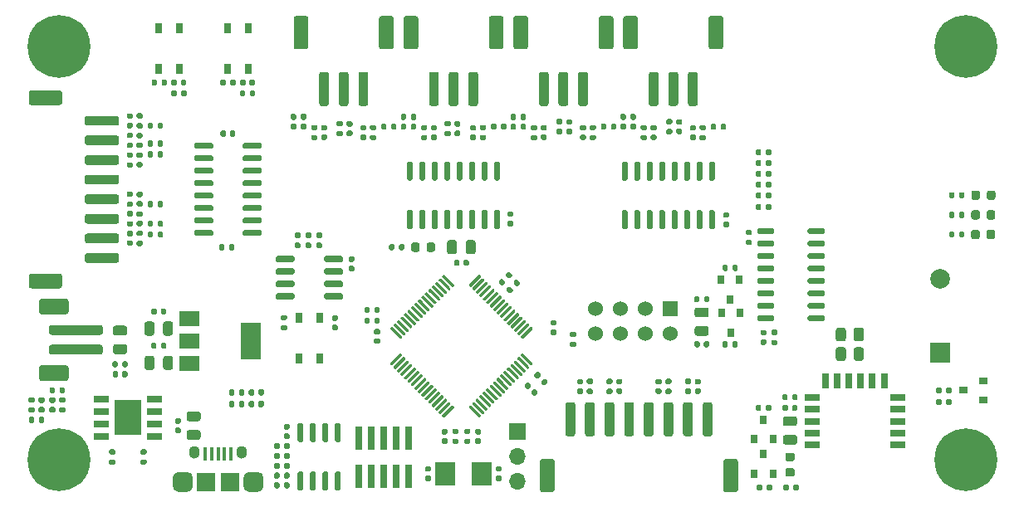
<source format=gbr>
%TF.GenerationSoftware,KiCad,Pcbnew,5.1.9-73d0e3b20d~88~ubuntu20.04.1*%
%TF.CreationDate,2021-03-25T20:20:19-05:00*%
%TF.ProjectId,DroneController,44726f6e-6543-46f6-9e74-726f6c6c6572,rev?*%
%TF.SameCoordinates,Original*%
%TF.FileFunction,Soldermask,Top*%
%TF.FilePolarity,Negative*%
%FSLAX46Y46*%
G04 Gerber Fmt 4.6, Leading zero omitted, Abs format (unit mm)*
G04 Created by KiCad (PCBNEW 5.1.9-73d0e3b20d~88~ubuntu20.04.1) date 2021-03-25 20:20:19*
%MOMM*%
%LPD*%
G01*
G04 APERTURE LIST*
%ADD10R,1.500000X0.650000*%
%ADD11R,2.700000X3.600000*%
%ADD12R,0.800000X0.900000*%
%ADD13O,1.700000X1.700000*%
%ADD14R,1.700000X1.700000*%
%ADD15R,0.740000X2.400000*%
%ADD16O,1.100000X1.300000*%
%ADD17R,0.400000X1.350000*%
%ADD18R,1.900000X1.900000*%
%ADD19C,1.524000*%
%ADD20R,1.524000X1.524000*%
%ADD21R,1.500000X0.700000*%
%ADD22R,0.700000X1.500000*%
%ADD23C,0.800000*%
%ADD24C,6.400000*%
%ADD25R,2.000000X2.400000*%
%ADD26R,2.000000X1.500000*%
%ADD27R,2.000000X3.800000*%
%ADD28R,0.650000X1.050000*%
%ADD29R,0.900000X0.800000*%
%ADD30C,2.000000*%
%ADD31R,2.000000X2.000000*%
G04 APERTURE END LIST*
%TO.C,U5*%
G36*
G01*
X138545000Y-124200000D02*
X138245000Y-124200000D01*
G75*
G02*
X138095000Y-124050000I0J150000D01*
G01*
X138095000Y-122400000D01*
G75*
G02*
X138245000Y-122250000I150000J0D01*
G01*
X138545000Y-122250000D01*
G75*
G02*
X138695000Y-122400000I0J-150000D01*
G01*
X138695000Y-124050000D01*
G75*
G02*
X138545000Y-124200000I-150000J0D01*
G01*
G37*
G36*
G01*
X139815000Y-124200000D02*
X139515000Y-124200000D01*
G75*
G02*
X139365000Y-124050000I0J150000D01*
G01*
X139365000Y-122400000D01*
G75*
G02*
X139515000Y-122250000I150000J0D01*
G01*
X139815000Y-122250000D01*
G75*
G02*
X139965000Y-122400000I0J-150000D01*
G01*
X139965000Y-124050000D01*
G75*
G02*
X139815000Y-124200000I-150000J0D01*
G01*
G37*
G36*
G01*
X141085000Y-124200000D02*
X140785000Y-124200000D01*
G75*
G02*
X140635000Y-124050000I0J150000D01*
G01*
X140635000Y-122400000D01*
G75*
G02*
X140785000Y-122250000I150000J0D01*
G01*
X141085000Y-122250000D01*
G75*
G02*
X141235000Y-122400000I0J-150000D01*
G01*
X141235000Y-124050000D01*
G75*
G02*
X141085000Y-124200000I-150000J0D01*
G01*
G37*
G36*
G01*
X142355000Y-124200000D02*
X142055000Y-124200000D01*
G75*
G02*
X141905000Y-124050000I0J150000D01*
G01*
X141905000Y-122400000D01*
G75*
G02*
X142055000Y-122250000I150000J0D01*
G01*
X142355000Y-122250000D01*
G75*
G02*
X142505000Y-122400000I0J-150000D01*
G01*
X142505000Y-124050000D01*
G75*
G02*
X142355000Y-124200000I-150000J0D01*
G01*
G37*
G36*
G01*
X142355000Y-129150000D02*
X142055000Y-129150000D01*
G75*
G02*
X141905000Y-129000000I0J150000D01*
G01*
X141905000Y-127350000D01*
G75*
G02*
X142055000Y-127200000I150000J0D01*
G01*
X142355000Y-127200000D01*
G75*
G02*
X142505000Y-127350000I0J-150000D01*
G01*
X142505000Y-129000000D01*
G75*
G02*
X142355000Y-129150000I-150000J0D01*
G01*
G37*
G36*
G01*
X141085000Y-129150000D02*
X140785000Y-129150000D01*
G75*
G02*
X140635000Y-129000000I0J150000D01*
G01*
X140635000Y-127350000D01*
G75*
G02*
X140785000Y-127200000I150000J0D01*
G01*
X141085000Y-127200000D01*
G75*
G02*
X141235000Y-127350000I0J-150000D01*
G01*
X141235000Y-129000000D01*
G75*
G02*
X141085000Y-129150000I-150000J0D01*
G01*
G37*
G36*
G01*
X139815000Y-129150000D02*
X139515000Y-129150000D01*
G75*
G02*
X139365000Y-129000000I0J150000D01*
G01*
X139365000Y-127350000D01*
G75*
G02*
X139515000Y-127200000I150000J0D01*
G01*
X139815000Y-127200000D01*
G75*
G02*
X139965000Y-127350000I0J-150000D01*
G01*
X139965000Y-129000000D01*
G75*
G02*
X139815000Y-129150000I-150000J0D01*
G01*
G37*
G36*
G01*
X138545000Y-129150000D02*
X138245000Y-129150000D01*
G75*
G02*
X138095000Y-129000000I0J150000D01*
G01*
X138095000Y-127350000D01*
G75*
G02*
X138245000Y-127200000I150000J0D01*
G01*
X138545000Y-127200000D01*
G75*
G02*
X138695000Y-127350000I0J-150000D01*
G01*
X138695000Y-129000000D01*
G75*
G02*
X138545000Y-129150000I-150000J0D01*
G01*
G37*
%TD*%
%TO.C,R79*%
G36*
G01*
X122585000Y-125460000D02*
X122215000Y-125460000D01*
G75*
G02*
X122080000Y-125325000I0J135000D01*
G01*
X122080000Y-125055000D01*
G75*
G02*
X122215000Y-124920000I135000J0D01*
G01*
X122585000Y-124920000D01*
G75*
G02*
X122720000Y-125055000I0J-135000D01*
G01*
X122720000Y-125325000D01*
G75*
G02*
X122585000Y-125460000I-135000J0D01*
G01*
G37*
G36*
G01*
X122585000Y-126480000D02*
X122215000Y-126480000D01*
G75*
G02*
X122080000Y-126345000I0J135000D01*
G01*
X122080000Y-126075000D01*
G75*
G02*
X122215000Y-125940000I135000J0D01*
G01*
X122585000Y-125940000D01*
G75*
G02*
X122720000Y-126075000I0J-135000D01*
G01*
X122720000Y-126345000D01*
G75*
G02*
X122585000Y-126480000I-135000J0D01*
G01*
G37*
%TD*%
D10*
%TO.C,U7*%
X123500000Y-123605000D03*
X123500000Y-122335000D03*
X123500000Y-121065000D03*
X123500000Y-119795000D03*
X118100000Y-119795000D03*
X118100000Y-121065000D03*
X118100000Y-122335000D03*
X118100000Y-123605000D03*
D11*
X120800000Y-121700000D03*
%TD*%
D12*
%TO.C,Q5*%
X182200000Y-109600000D03*
X181250000Y-107600000D03*
X183150000Y-107600000D03*
%TD*%
%TO.C,Q3*%
X182250000Y-113000000D03*
X181300000Y-111000000D03*
X183200000Y-111000000D03*
%TD*%
%TO.C,Q2*%
X185600000Y-121900000D03*
X186550000Y-123900000D03*
X184650000Y-123900000D03*
%TD*%
%TO.C,R92*%
G36*
G01*
X147960000Y-104115000D02*
X147960000Y-104485000D01*
G75*
G02*
X147825000Y-104620000I-135000J0D01*
G01*
X147555000Y-104620000D01*
G75*
G02*
X147420000Y-104485000I0J135000D01*
G01*
X147420000Y-104115000D01*
G75*
G02*
X147555000Y-103980000I135000J0D01*
G01*
X147825000Y-103980000D01*
G75*
G02*
X147960000Y-104115000I0J-135000D01*
G01*
G37*
G36*
G01*
X148980000Y-104115000D02*
X148980000Y-104485000D01*
G75*
G02*
X148845000Y-104620000I-135000J0D01*
G01*
X148575000Y-104620000D01*
G75*
G02*
X148440000Y-104485000I0J135000D01*
G01*
X148440000Y-104115000D01*
G75*
G02*
X148575000Y-103980000I135000J0D01*
G01*
X148845000Y-103980000D01*
G75*
G02*
X148980000Y-104115000I0J-135000D01*
G01*
G37*
%TD*%
%TO.C,D3*%
G36*
G01*
X150550000Y-104043750D02*
X150550000Y-104556250D01*
G75*
G02*
X150331250Y-104775000I-218750J0D01*
G01*
X149893750Y-104775000D01*
G75*
G02*
X149675000Y-104556250I0J218750D01*
G01*
X149675000Y-104043750D01*
G75*
G02*
X149893750Y-103825000I218750J0D01*
G01*
X150331250Y-103825000D01*
G75*
G02*
X150550000Y-104043750I0J-218750D01*
G01*
G37*
G36*
G01*
X152125000Y-104043750D02*
X152125000Y-104556250D01*
G75*
G02*
X151906250Y-104775000I-218750J0D01*
G01*
X151468750Y-104775000D01*
G75*
G02*
X151250000Y-104556250I0J218750D01*
G01*
X151250000Y-104043750D01*
G75*
G02*
X151468750Y-103825000I218750J0D01*
G01*
X151906250Y-103825000D01*
G75*
G02*
X152125000Y-104043750I0J-218750D01*
G01*
G37*
%TD*%
%TO.C,R91*%
G36*
G01*
X158999480Y-107538891D02*
X159261109Y-107800520D01*
G75*
G02*
X159261109Y-107991438I-95459J-95459D01*
G01*
X159070190Y-108182357D01*
G75*
G02*
X158879272Y-108182357I-95459J95459D01*
G01*
X158617643Y-107920728D01*
G75*
G02*
X158617643Y-107729810I95459J95459D01*
G01*
X158808562Y-107538891D01*
G75*
G02*
X158999480Y-107538891I95459J-95459D01*
G01*
G37*
G36*
G01*
X159720728Y-106817643D02*
X159982357Y-107079272D01*
G75*
G02*
X159982357Y-107270190I-95459J-95459D01*
G01*
X159791438Y-107461109D01*
G75*
G02*
X159600520Y-107461109I-95459J95459D01*
G01*
X159338891Y-107199480D01*
G75*
G02*
X159338891Y-107008562I95459J95459D01*
G01*
X159529810Y-106817643D01*
G75*
G02*
X159720728Y-106817643I95459J-95459D01*
G01*
G37*
%TD*%
%TO.C,R89*%
G36*
G01*
X160400520Y-108261109D02*
X160138891Y-107999480D01*
G75*
G02*
X160138891Y-107808562I95459J95459D01*
G01*
X160329810Y-107617643D01*
G75*
G02*
X160520728Y-107617643I95459J-95459D01*
G01*
X160782357Y-107879272D01*
G75*
G02*
X160782357Y-108070190I-95459J-95459D01*
G01*
X160591438Y-108261109D01*
G75*
G02*
X160400520Y-108261109I-95459J95459D01*
G01*
G37*
G36*
G01*
X159679272Y-108982357D02*
X159417643Y-108720728D01*
G75*
G02*
X159417643Y-108529810I95459J95459D01*
G01*
X159608562Y-108338891D01*
G75*
G02*
X159799480Y-108338891I95459J-95459D01*
G01*
X160061109Y-108600520D01*
G75*
G02*
X160061109Y-108791438I-95459J-95459D01*
G01*
X159870190Y-108982357D01*
G75*
G02*
X159679272Y-108982357I-95459J95459D01*
G01*
G37*
%TD*%
%TO.C,R87*%
G36*
G01*
X194000000Y-114749999D02*
X194000000Y-115650001D01*
G75*
G02*
X193750001Y-115900000I-249999J0D01*
G01*
X193224999Y-115900000D01*
G75*
G02*
X192975000Y-115650001I0J249999D01*
G01*
X192975000Y-114749999D01*
G75*
G02*
X193224999Y-114500000I249999J0D01*
G01*
X193750001Y-114500000D01*
G75*
G02*
X194000000Y-114749999I0J-249999D01*
G01*
G37*
G36*
G01*
X195825000Y-114749999D02*
X195825000Y-115650001D01*
G75*
G02*
X195575001Y-115900000I-249999J0D01*
G01*
X195049999Y-115900000D01*
G75*
G02*
X194800000Y-115650001I0J249999D01*
G01*
X194800000Y-114749999D01*
G75*
G02*
X195049999Y-114500000I249999J0D01*
G01*
X195575001Y-114500000D01*
G75*
G02*
X195825000Y-114749999I0J-249999D01*
G01*
G37*
%TD*%
%TO.C,R86*%
G36*
G01*
X194000000Y-112749999D02*
X194000000Y-113650001D01*
G75*
G02*
X193750001Y-113900000I-249999J0D01*
G01*
X193224999Y-113900000D01*
G75*
G02*
X192975000Y-113650001I0J249999D01*
G01*
X192975000Y-112749999D01*
G75*
G02*
X193224999Y-112500000I249999J0D01*
G01*
X193750001Y-112500000D01*
G75*
G02*
X194000000Y-112749999I0J-249999D01*
G01*
G37*
G36*
G01*
X195825000Y-112749999D02*
X195825000Y-113650001D01*
G75*
G02*
X195575001Y-113900000I-249999J0D01*
G01*
X195049999Y-113900000D01*
G75*
G02*
X194800000Y-113650001I0J249999D01*
G01*
X194800000Y-112749999D01*
G75*
G02*
X195049999Y-112500000I249999J0D01*
G01*
X195575001Y-112500000D01*
G75*
G02*
X195825000Y-112749999I0J-249999D01*
G01*
G37*
%TD*%
%TO.C,R65*%
G36*
G01*
X162861109Y-117399480D02*
X162599480Y-117661109D01*
G75*
G02*
X162408562Y-117661109I-95459J95459D01*
G01*
X162217643Y-117470190D01*
G75*
G02*
X162217643Y-117279272I95459J95459D01*
G01*
X162479272Y-117017643D01*
G75*
G02*
X162670190Y-117017643I95459J-95459D01*
G01*
X162861109Y-117208562D01*
G75*
G02*
X162861109Y-117399480I-95459J-95459D01*
G01*
G37*
G36*
G01*
X163582357Y-118120728D02*
X163320728Y-118382357D01*
G75*
G02*
X163129810Y-118382357I-95459J95459D01*
G01*
X162938891Y-118191438D01*
G75*
G02*
X162938891Y-118000520I95459J95459D01*
G01*
X163200520Y-117738891D01*
G75*
G02*
X163391438Y-117738891I95459J-95459D01*
G01*
X163582357Y-117929810D01*
G75*
G02*
X163582357Y-118120728I-95459J-95459D01*
G01*
G37*
%TD*%
%TO.C,R11*%
G36*
G01*
X121815000Y-91640000D02*
X122185000Y-91640000D01*
G75*
G02*
X122320000Y-91775000I0J-135000D01*
G01*
X122320000Y-92045000D01*
G75*
G02*
X122185000Y-92180000I-135000J0D01*
G01*
X121815000Y-92180000D01*
G75*
G02*
X121680000Y-92045000I0J135000D01*
G01*
X121680000Y-91775000D01*
G75*
G02*
X121815000Y-91640000I135000J0D01*
G01*
G37*
G36*
G01*
X121815000Y-90620000D02*
X122185000Y-90620000D01*
G75*
G02*
X122320000Y-90755000I0J-135000D01*
G01*
X122320000Y-91025000D01*
G75*
G02*
X122185000Y-91160000I-135000J0D01*
G01*
X121815000Y-91160000D01*
G75*
G02*
X121680000Y-91025000I0J135000D01*
G01*
X121680000Y-90755000D01*
G75*
G02*
X121815000Y-90620000I135000J0D01*
G01*
G37*
%TD*%
%TO.C,C8*%
G36*
G01*
X121170000Y-91200000D02*
X120830000Y-91200000D01*
G75*
G02*
X120690000Y-91060000I0J140000D01*
G01*
X120690000Y-90780000D01*
G75*
G02*
X120830000Y-90640000I140000J0D01*
G01*
X121170000Y-90640000D01*
G75*
G02*
X121310000Y-90780000I0J-140000D01*
G01*
X121310000Y-91060000D01*
G75*
G02*
X121170000Y-91200000I-140000J0D01*
G01*
G37*
G36*
G01*
X121170000Y-92160000D02*
X120830000Y-92160000D01*
G75*
G02*
X120690000Y-92020000I0J140000D01*
G01*
X120690000Y-91740000D01*
G75*
G02*
X120830000Y-91600000I140000J0D01*
G01*
X121170000Y-91600000D01*
G75*
G02*
X121310000Y-91740000I0J-140000D01*
G01*
X121310000Y-92020000D01*
G75*
G02*
X121170000Y-92160000I-140000J0D01*
G01*
G37*
%TD*%
D13*
%TO.C,J1*%
X160500000Y-128180000D03*
X160500000Y-125640000D03*
D14*
X160500000Y-123100000D03*
%TD*%
%TO.C,R63*%
G36*
G01*
X131660000Y-118915000D02*
X131660000Y-119285000D01*
G75*
G02*
X131525000Y-119420000I-135000J0D01*
G01*
X131255000Y-119420000D01*
G75*
G02*
X131120000Y-119285000I0J135000D01*
G01*
X131120000Y-118915000D01*
G75*
G02*
X131255000Y-118780000I135000J0D01*
G01*
X131525000Y-118780000D01*
G75*
G02*
X131660000Y-118915000I0J-135000D01*
G01*
G37*
G36*
G01*
X132680000Y-118915000D02*
X132680000Y-119285000D01*
G75*
G02*
X132545000Y-119420000I-135000J0D01*
G01*
X132275000Y-119420000D01*
G75*
G02*
X132140000Y-119285000I0J135000D01*
G01*
X132140000Y-118915000D01*
G75*
G02*
X132275000Y-118780000I135000J0D01*
G01*
X132545000Y-118780000D01*
G75*
G02*
X132680000Y-118915000I0J-135000D01*
G01*
G37*
%TD*%
%TO.C,R60*%
G36*
G01*
X131660000Y-120115000D02*
X131660000Y-120485000D01*
G75*
G02*
X131525000Y-120620000I-135000J0D01*
G01*
X131255000Y-120620000D01*
G75*
G02*
X131120000Y-120485000I0J135000D01*
G01*
X131120000Y-120115000D01*
G75*
G02*
X131255000Y-119980000I135000J0D01*
G01*
X131525000Y-119980000D01*
G75*
G02*
X131660000Y-120115000I0J-135000D01*
G01*
G37*
G36*
G01*
X132680000Y-120115000D02*
X132680000Y-120485000D01*
G75*
G02*
X132545000Y-120620000I-135000J0D01*
G01*
X132275000Y-120620000D01*
G75*
G02*
X132140000Y-120485000I0J135000D01*
G01*
X132140000Y-120115000D01*
G75*
G02*
X132275000Y-119980000I135000J0D01*
G01*
X132545000Y-119980000D01*
G75*
G02*
X132680000Y-120115000I0J-135000D01*
G01*
G37*
%TD*%
%TO.C,D9*%
G36*
G01*
X133710000Y-118927500D02*
X133710000Y-119272500D01*
G75*
G02*
X133562500Y-119420000I-147500J0D01*
G01*
X133267500Y-119420000D01*
G75*
G02*
X133120000Y-119272500I0J147500D01*
G01*
X133120000Y-118927500D01*
G75*
G02*
X133267500Y-118780000I147500J0D01*
G01*
X133562500Y-118780000D01*
G75*
G02*
X133710000Y-118927500I0J-147500D01*
G01*
G37*
G36*
G01*
X134680000Y-118927500D02*
X134680000Y-119272500D01*
G75*
G02*
X134532500Y-119420000I-147500J0D01*
G01*
X134237500Y-119420000D01*
G75*
G02*
X134090000Y-119272500I0J147500D01*
G01*
X134090000Y-118927500D01*
G75*
G02*
X134237500Y-118780000I147500J0D01*
G01*
X134532500Y-118780000D01*
G75*
G02*
X134680000Y-118927500I0J-147500D01*
G01*
G37*
%TD*%
%TO.C,D8*%
G36*
G01*
X133710000Y-120127500D02*
X133710000Y-120472500D01*
G75*
G02*
X133562500Y-120620000I-147500J0D01*
G01*
X133267500Y-120620000D01*
G75*
G02*
X133120000Y-120472500I0J147500D01*
G01*
X133120000Y-120127500D01*
G75*
G02*
X133267500Y-119980000I147500J0D01*
G01*
X133562500Y-119980000D01*
G75*
G02*
X133710000Y-120127500I0J-147500D01*
G01*
G37*
G36*
G01*
X134680000Y-120127500D02*
X134680000Y-120472500D01*
G75*
G02*
X134532500Y-120620000I-147500J0D01*
G01*
X134237500Y-120620000D01*
G75*
G02*
X134090000Y-120472500I0J147500D01*
G01*
X134090000Y-120127500D01*
G75*
G02*
X134237500Y-119980000I147500J0D01*
G01*
X134532500Y-119980000D01*
G75*
G02*
X134680000Y-120127500I0J-147500D01*
G01*
G37*
%TD*%
D15*
%TO.C,J4*%
X149440000Y-123750000D03*
X149440000Y-127650000D03*
X148170000Y-123750000D03*
X148170000Y-127650000D03*
X146900000Y-123750000D03*
X146900000Y-127650000D03*
X145630000Y-123750000D03*
X145630000Y-127650000D03*
X144360000Y-123750000D03*
X144360000Y-127650000D03*
%TD*%
D16*
%TO.C,J2*%
X132400000Y-125250000D03*
X127600000Y-125250000D03*
D17*
X128700000Y-125350000D03*
X129350000Y-125350000D03*
X131300000Y-125350000D03*
X130650000Y-125350000D03*
X130000000Y-125350000D03*
G36*
G01*
X132600000Y-128750000D02*
X132600000Y-127750000D01*
G75*
G02*
X133100000Y-127250000I500000J0D01*
G01*
X134100000Y-127250000D01*
G75*
G02*
X134600000Y-127750000I0J-500000D01*
G01*
X134600000Y-128750000D01*
G75*
G02*
X134100000Y-129250000I-500000J0D01*
G01*
X133100000Y-129250000D01*
G75*
G02*
X132600000Y-128750000I0J500000D01*
G01*
G37*
G36*
G01*
X125400000Y-128750000D02*
X125400000Y-127750000D01*
G75*
G02*
X125900000Y-127250000I500000J0D01*
G01*
X126900000Y-127250000D01*
G75*
G02*
X127400000Y-127750000I0J-500000D01*
G01*
X127400000Y-128750000D01*
G75*
G02*
X126900000Y-129250000I-500000J0D01*
G01*
X125900000Y-129250000D01*
G75*
G02*
X125400000Y-128750000I0J500000D01*
G01*
G37*
D18*
X131250000Y-128250000D03*
X128750000Y-128250000D03*
%TD*%
%TO.C,R101*%
G36*
G01*
X188640000Y-128985000D02*
X188640000Y-128615000D01*
G75*
G02*
X188775000Y-128480000I135000J0D01*
G01*
X189045000Y-128480000D01*
G75*
G02*
X189180000Y-128615000I0J-135000D01*
G01*
X189180000Y-128985000D01*
G75*
G02*
X189045000Y-129120000I-135000J0D01*
G01*
X188775000Y-129120000D01*
G75*
G02*
X188640000Y-128985000I0J135000D01*
G01*
G37*
G36*
G01*
X187620000Y-128985000D02*
X187620000Y-128615000D01*
G75*
G02*
X187755000Y-128480000I135000J0D01*
G01*
X188025000Y-128480000D01*
G75*
G02*
X188160000Y-128615000I0J-135000D01*
G01*
X188160000Y-128985000D01*
G75*
G02*
X188025000Y-129120000I-135000J0D01*
G01*
X187755000Y-129120000D01*
G75*
G02*
X187620000Y-128985000I0J135000D01*
G01*
G37*
%TD*%
%TO.C,R100*%
G36*
G01*
X188540000Y-119785000D02*
X188540000Y-119415000D01*
G75*
G02*
X188675000Y-119280000I135000J0D01*
G01*
X188945000Y-119280000D01*
G75*
G02*
X189080000Y-119415000I0J-135000D01*
G01*
X189080000Y-119785000D01*
G75*
G02*
X188945000Y-119920000I-135000J0D01*
G01*
X188675000Y-119920000D01*
G75*
G02*
X188540000Y-119785000I0J135000D01*
G01*
G37*
G36*
G01*
X187520000Y-119785000D02*
X187520000Y-119415000D01*
G75*
G02*
X187655000Y-119280000I135000J0D01*
G01*
X187925000Y-119280000D01*
G75*
G02*
X188060000Y-119415000I0J-135000D01*
G01*
X188060000Y-119785000D01*
G75*
G02*
X187925000Y-119920000I-135000J0D01*
G01*
X187655000Y-119920000D01*
G75*
G02*
X187520000Y-119785000I0J135000D01*
G01*
G37*
%TD*%
%TO.C,D7*%
G36*
G01*
X188043750Y-126837500D02*
X188556250Y-126837500D01*
G75*
G02*
X188775000Y-127056250I0J-218750D01*
G01*
X188775000Y-127493750D01*
G75*
G02*
X188556250Y-127712500I-218750J0D01*
G01*
X188043750Y-127712500D01*
G75*
G02*
X187825000Y-127493750I0J218750D01*
G01*
X187825000Y-127056250D01*
G75*
G02*
X188043750Y-126837500I218750J0D01*
G01*
G37*
G36*
G01*
X188043750Y-125262500D02*
X188556250Y-125262500D01*
G75*
G02*
X188775000Y-125481250I0J-218750D01*
G01*
X188775000Y-125918750D01*
G75*
G02*
X188556250Y-126137500I-218750J0D01*
G01*
X188043750Y-126137500D01*
G75*
G02*
X187825000Y-125918750I0J218750D01*
G01*
X187825000Y-125481250D01*
G75*
G02*
X188043750Y-125262500I218750J0D01*
G01*
G37*
%TD*%
%TO.C,C59*%
G36*
G01*
X187825000Y-123450000D02*
X188775000Y-123450000D01*
G75*
G02*
X189025000Y-123700000I0J-250000D01*
G01*
X189025000Y-124200000D01*
G75*
G02*
X188775000Y-124450000I-250000J0D01*
G01*
X187825000Y-124450000D01*
G75*
G02*
X187575000Y-124200000I0J250000D01*
G01*
X187575000Y-123700000D01*
G75*
G02*
X187825000Y-123450000I250000J0D01*
G01*
G37*
G36*
G01*
X187825000Y-121550000D02*
X188775000Y-121550000D01*
G75*
G02*
X189025000Y-121800000I0J-250000D01*
G01*
X189025000Y-122300000D01*
G75*
G02*
X188775000Y-122550000I-250000J0D01*
G01*
X187825000Y-122550000D01*
G75*
G02*
X187575000Y-122300000I0J250000D01*
G01*
X187575000Y-121800000D01*
G75*
G02*
X187825000Y-121550000I250000J0D01*
G01*
G37*
%TD*%
%TO.C,C58*%
G36*
G01*
X188500000Y-120870000D02*
X188500000Y-120530000D01*
G75*
G02*
X188640000Y-120390000I140000J0D01*
G01*
X188920000Y-120390000D01*
G75*
G02*
X189060000Y-120530000I0J-140000D01*
G01*
X189060000Y-120870000D01*
G75*
G02*
X188920000Y-121010000I-140000J0D01*
G01*
X188640000Y-121010000D01*
G75*
G02*
X188500000Y-120870000I0J140000D01*
G01*
G37*
G36*
G01*
X187540000Y-120870000D02*
X187540000Y-120530000D01*
G75*
G02*
X187680000Y-120390000I140000J0D01*
G01*
X187960000Y-120390000D01*
G75*
G02*
X188100000Y-120530000I0J-140000D01*
G01*
X188100000Y-120870000D01*
G75*
G02*
X187960000Y-121010000I-140000J0D01*
G01*
X187680000Y-121010000D01*
G75*
G02*
X187540000Y-120870000I0J140000D01*
G01*
G37*
%TD*%
%TO.C,R99*%
G36*
G01*
X139015000Y-103840000D02*
X139385000Y-103840000D01*
G75*
G02*
X139520000Y-103975000I0J-135000D01*
G01*
X139520000Y-104245000D01*
G75*
G02*
X139385000Y-104380000I-135000J0D01*
G01*
X139015000Y-104380000D01*
G75*
G02*
X138880000Y-104245000I0J135000D01*
G01*
X138880000Y-103975000D01*
G75*
G02*
X139015000Y-103840000I135000J0D01*
G01*
G37*
G36*
G01*
X139015000Y-102820000D02*
X139385000Y-102820000D01*
G75*
G02*
X139520000Y-102955000I0J-135000D01*
G01*
X139520000Y-103225000D01*
G75*
G02*
X139385000Y-103360000I-135000J0D01*
G01*
X139015000Y-103360000D01*
G75*
G02*
X138880000Y-103225000I0J135000D01*
G01*
X138880000Y-102955000D01*
G75*
G02*
X139015000Y-102820000I135000J0D01*
G01*
G37*
%TD*%
%TO.C,R96*%
G36*
G01*
X154015000Y-123840000D02*
X154385000Y-123840000D01*
G75*
G02*
X154520000Y-123975000I0J-135000D01*
G01*
X154520000Y-124245000D01*
G75*
G02*
X154385000Y-124380000I-135000J0D01*
G01*
X154015000Y-124380000D01*
G75*
G02*
X153880000Y-124245000I0J135000D01*
G01*
X153880000Y-123975000D01*
G75*
G02*
X154015000Y-123840000I135000J0D01*
G01*
G37*
G36*
G01*
X154015000Y-122820000D02*
X154385000Y-122820000D01*
G75*
G02*
X154520000Y-122955000I0J-135000D01*
G01*
X154520000Y-123225000D01*
G75*
G02*
X154385000Y-123360000I-135000J0D01*
G01*
X154015000Y-123360000D01*
G75*
G02*
X153880000Y-123225000I0J135000D01*
G01*
X153880000Y-122955000D01*
G75*
G02*
X154015000Y-122820000I135000J0D01*
G01*
G37*
%TD*%
%TO.C,C57*%
G36*
G01*
X161878787Y-118538371D02*
X161638371Y-118778787D01*
G75*
G02*
X161440381Y-118778787I-98995J98995D01*
G01*
X161242391Y-118580797D01*
G75*
G02*
X161242391Y-118382807I98995J98995D01*
G01*
X161482807Y-118142391D01*
G75*
G02*
X161680797Y-118142391I98995J-98995D01*
G01*
X161878787Y-118340381D01*
G75*
G02*
X161878787Y-118538371I-98995J-98995D01*
G01*
G37*
G36*
G01*
X162557609Y-119217193D02*
X162317193Y-119457609D01*
G75*
G02*
X162119203Y-119457609I-98995J98995D01*
G01*
X161921213Y-119259619D01*
G75*
G02*
X161921213Y-119061629I98995J98995D01*
G01*
X162161629Y-118821213D01*
G75*
G02*
X162359619Y-118821213I98995J-98995D01*
G01*
X162557609Y-119019203D01*
G75*
G02*
X162557609Y-119217193I-98995J-98995D01*
G01*
G37*
%TD*%
%TO.C,C56*%
G36*
G01*
X164030000Y-112700000D02*
X164370000Y-112700000D01*
G75*
G02*
X164510000Y-112840000I0J-140000D01*
G01*
X164510000Y-113120000D01*
G75*
G02*
X164370000Y-113260000I-140000J0D01*
G01*
X164030000Y-113260000D01*
G75*
G02*
X163890000Y-113120000I0J140000D01*
G01*
X163890000Y-112840000D01*
G75*
G02*
X164030000Y-112700000I140000J0D01*
G01*
G37*
G36*
G01*
X164030000Y-111740000D02*
X164370000Y-111740000D01*
G75*
G02*
X164510000Y-111880000I0J-140000D01*
G01*
X164510000Y-112160000D01*
G75*
G02*
X164370000Y-112300000I-140000J0D01*
G01*
X164030000Y-112300000D01*
G75*
G02*
X163890000Y-112160000I0J140000D01*
G01*
X163890000Y-111880000D01*
G75*
G02*
X164030000Y-111740000I140000J0D01*
G01*
G37*
%TD*%
%TO.C,C55*%
G36*
G01*
X154600000Y-105730000D02*
X154600000Y-106070000D01*
G75*
G02*
X154460000Y-106210000I-140000J0D01*
G01*
X154180000Y-106210000D01*
G75*
G02*
X154040000Y-106070000I0J140000D01*
G01*
X154040000Y-105730000D01*
G75*
G02*
X154180000Y-105590000I140000J0D01*
G01*
X154460000Y-105590000D01*
G75*
G02*
X154600000Y-105730000I0J-140000D01*
G01*
G37*
G36*
G01*
X155560000Y-105730000D02*
X155560000Y-106070000D01*
G75*
G02*
X155420000Y-106210000I-140000J0D01*
G01*
X155140000Y-106210000D01*
G75*
G02*
X155000000Y-106070000I0J140000D01*
G01*
X155000000Y-105730000D01*
G75*
G02*
X155140000Y-105590000I140000J0D01*
G01*
X155420000Y-105590000D01*
G75*
G02*
X155560000Y-105730000I0J-140000D01*
G01*
G37*
%TD*%
%TO.C,C33*%
G36*
G01*
X146370000Y-113200000D02*
X146030000Y-113200000D01*
G75*
G02*
X145890000Y-113060000I0J140000D01*
G01*
X145890000Y-112780000D01*
G75*
G02*
X146030000Y-112640000I140000J0D01*
G01*
X146370000Y-112640000D01*
G75*
G02*
X146510000Y-112780000I0J-140000D01*
G01*
X146510000Y-113060000D01*
G75*
G02*
X146370000Y-113200000I-140000J0D01*
G01*
G37*
G36*
G01*
X146370000Y-114160000D02*
X146030000Y-114160000D01*
G75*
G02*
X145890000Y-114020000I0J140000D01*
G01*
X145890000Y-113740000D01*
G75*
G02*
X146030000Y-113600000I140000J0D01*
G01*
X146370000Y-113600000D01*
G75*
G02*
X146510000Y-113740000I0J-140000D01*
G01*
X146510000Y-114020000D01*
G75*
G02*
X146370000Y-114160000I-140000J0D01*
G01*
G37*
%TD*%
%TO.C,C31*%
G36*
G01*
X156330000Y-123800000D02*
X156670000Y-123800000D01*
G75*
G02*
X156810000Y-123940000I0J-140000D01*
G01*
X156810000Y-124220000D01*
G75*
G02*
X156670000Y-124360000I-140000J0D01*
G01*
X156330000Y-124360000D01*
G75*
G02*
X156190000Y-124220000I0J140000D01*
G01*
X156190000Y-123940000D01*
G75*
G02*
X156330000Y-123800000I140000J0D01*
G01*
G37*
G36*
G01*
X156330000Y-122840000D02*
X156670000Y-122840000D01*
G75*
G02*
X156810000Y-122980000I0J-140000D01*
G01*
X156810000Y-123260000D01*
G75*
G02*
X156670000Y-123400000I-140000J0D01*
G01*
X156330000Y-123400000D01*
G75*
G02*
X156190000Y-123260000I0J140000D01*
G01*
X156190000Y-122980000D01*
G75*
G02*
X156330000Y-122840000I140000J0D01*
G01*
G37*
%TD*%
%TO.C,C29*%
G36*
G01*
X152930000Y-123800000D02*
X153270000Y-123800000D01*
G75*
G02*
X153410000Y-123940000I0J-140000D01*
G01*
X153410000Y-124220000D01*
G75*
G02*
X153270000Y-124360000I-140000J0D01*
G01*
X152930000Y-124360000D01*
G75*
G02*
X152790000Y-124220000I0J140000D01*
G01*
X152790000Y-123940000D01*
G75*
G02*
X152930000Y-123800000I140000J0D01*
G01*
G37*
G36*
G01*
X152930000Y-122840000D02*
X153270000Y-122840000D01*
G75*
G02*
X153410000Y-122980000I0J-140000D01*
G01*
X153410000Y-123260000D01*
G75*
G02*
X153270000Y-123400000I-140000J0D01*
G01*
X152930000Y-123400000D01*
G75*
G02*
X152790000Y-123260000I0J140000D01*
G01*
X152790000Y-122980000D01*
G75*
G02*
X152930000Y-122840000I140000J0D01*
G01*
G37*
%TD*%
%TO.C,R98*%
G36*
G01*
X181960000Y-106215000D02*
X181960000Y-106585000D01*
G75*
G02*
X181825000Y-106720000I-135000J0D01*
G01*
X181555000Y-106720000D01*
G75*
G02*
X181420000Y-106585000I0J135000D01*
G01*
X181420000Y-106215000D01*
G75*
G02*
X181555000Y-106080000I135000J0D01*
G01*
X181825000Y-106080000D01*
G75*
G02*
X181960000Y-106215000I0J-135000D01*
G01*
G37*
G36*
G01*
X182980000Y-106215000D02*
X182980000Y-106585000D01*
G75*
G02*
X182845000Y-106720000I-135000J0D01*
G01*
X182575000Y-106720000D01*
G75*
G02*
X182440000Y-106585000I0J135000D01*
G01*
X182440000Y-106215000D01*
G75*
G02*
X182575000Y-106080000I135000J0D01*
G01*
X182845000Y-106080000D01*
G75*
G02*
X182980000Y-106215000I0J-135000D01*
G01*
G37*
%TD*%
%TO.C,R59*%
G36*
G01*
X185940000Y-128985000D02*
X185940000Y-128615000D01*
G75*
G02*
X186075000Y-128480000I135000J0D01*
G01*
X186345000Y-128480000D01*
G75*
G02*
X186480000Y-128615000I0J-135000D01*
G01*
X186480000Y-128985000D01*
G75*
G02*
X186345000Y-129120000I-135000J0D01*
G01*
X186075000Y-129120000D01*
G75*
G02*
X185940000Y-128985000I0J135000D01*
G01*
G37*
G36*
G01*
X184920000Y-128985000D02*
X184920000Y-128615000D01*
G75*
G02*
X185055000Y-128480000I135000J0D01*
G01*
X185325000Y-128480000D01*
G75*
G02*
X185460000Y-128615000I0J-135000D01*
G01*
X185460000Y-128985000D01*
G75*
G02*
X185325000Y-129120000I-135000J0D01*
G01*
X185055000Y-129120000D01*
G75*
G02*
X184920000Y-128985000I0J135000D01*
G01*
G37*
%TD*%
%TO.C,R58*%
G36*
G01*
X182440000Y-114385000D02*
X182440000Y-114015000D01*
G75*
G02*
X182575000Y-113880000I135000J0D01*
G01*
X182845000Y-113880000D01*
G75*
G02*
X182980000Y-114015000I0J-135000D01*
G01*
X182980000Y-114385000D01*
G75*
G02*
X182845000Y-114520000I-135000J0D01*
G01*
X182575000Y-114520000D01*
G75*
G02*
X182440000Y-114385000I0J135000D01*
G01*
G37*
G36*
G01*
X181420000Y-114385000D02*
X181420000Y-114015000D01*
G75*
G02*
X181555000Y-113880000I135000J0D01*
G01*
X181825000Y-113880000D01*
G75*
G02*
X181960000Y-114015000I0J-135000D01*
G01*
X181960000Y-114385000D01*
G75*
G02*
X181825000Y-114520000I-135000J0D01*
G01*
X181555000Y-114520000D01*
G75*
G02*
X181420000Y-114385000I0J135000D01*
G01*
G37*
%TD*%
%TO.C,R56*%
G36*
G01*
X185360000Y-120515000D02*
X185360000Y-120885000D01*
G75*
G02*
X185225000Y-121020000I-135000J0D01*
G01*
X184955000Y-121020000D01*
G75*
G02*
X184820000Y-120885000I0J135000D01*
G01*
X184820000Y-120515000D01*
G75*
G02*
X184955000Y-120380000I135000J0D01*
G01*
X185225000Y-120380000D01*
G75*
G02*
X185360000Y-120515000I0J-135000D01*
G01*
G37*
G36*
G01*
X186380000Y-120515000D02*
X186380000Y-120885000D01*
G75*
G02*
X186245000Y-121020000I-135000J0D01*
G01*
X185975000Y-121020000D01*
G75*
G02*
X185840000Y-120885000I0J135000D01*
G01*
X185840000Y-120515000D01*
G75*
G02*
X185975000Y-120380000I135000J0D01*
G01*
X186245000Y-120380000D01*
G75*
G02*
X186380000Y-120515000I0J-135000D01*
G01*
G37*
%TD*%
D12*
%TO.C,Q4*%
X185600000Y-125400000D03*
X186550000Y-127400000D03*
X184650000Y-127400000D03*
%TD*%
D19*
%TO.C,U6*%
X168480000Y-113140000D03*
X168480000Y-110600000D03*
X171020000Y-113140000D03*
X171020000Y-110600000D03*
X173560000Y-113140000D03*
X173560000Y-110600000D03*
X176100000Y-113140000D03*
D20*
X176100000Y-110600000D03*
%TD*%
D21*
%TO.C,U14*%
X190550000Y-124450000D03*
X190550000Y-123300000D03*
X190550000Y-122050000D03*
X190550000Y-120850000D03*
X190550000Y-119650000D03*
X199250000Y-124450000D03*
X199250000Y-123250000D03*
X199250000Y-122050000D03*
X199250000Y-120850000D03*
X199250000Y-119650000D03*
D22*
X191900000Y-117950000D03*
X193100000Y-117950000D03*
X194300000Y-117950000D03*
X195500000Y-117950000D03*
X196700000Y-117950000D03*
X197900000Y-117950000D03*
%TD*%
%TO.C,C27*%
G36*
G01*
X137170000Y-122900000D02*
X136830000Y-122900000D01*
G75*
G02*
X136690000Y-122760000I0J140000D01*
G01*
X136690000Y-122480000D01*
G75*
G02*
X136830000Y-122340000I140000J0D01*
G01*
X137170000Y-122340000D01*
G75*
G02*
X137310000Y-122480000I0J-140000D01*
G01*
X137310000Y-122760000D01*
G75*
G02*
X137170000Y-122900000I-140000J0D01*
G01*
G37*
G36*
G01*
X137170000Y-123860000D02*
X136830000Y-123860000D01*
G75*
G02*
X136690000Y-123720000I0J140000D01*
G01*
X136690000Y-123440000D01*
G75*
G02*
X136830000Y-123300000I140000J0D01*
G01*
X137170000Y-123300000D01*
G75*
G02*
X137310000Y-123440000I0J-140000D01*
G01*
X137310000Y-123720000D01*
G75*
G02*
X137170000Y-123860000I-140000J0D01*
G01*
G37*
%TD*%
%TO.C,C26*%
G36*
G01*
X143430000Y-106200000D02*
X143770000Y-106200000D01*
G75*
G02*
X143910000Y-106340000I0J-140000D01*
G01*
X143910000Y-106620000D01*
G75*
G02*
X143770000Y-106760000I-140000J0D01*
G01*
X143430000Y-106760000D01*
G75*
G02*
X143290000Y-106620000I0J140000D01*
G01*
X143290000Y-106340000D01*
G75*
G02*
X143430000Y-106200000I140000J0D01*
G01*
G37*
G36*
G01*
X143430000Y-105240000D02*
X143770000Y-105240000D01*
G75*
G02*
X143910000Y-105380000I0J-140000D01*
G01*
X143910000Y-105660000D01*
G75*
G02*
X143770000Y-105800000I-140000J0D01*
G01*
X143430000Y-105800000D01*
G75*
G02*
X143290000Y-105660000I0J140000D01*
G01*
X143290000Y-105380000D01*
G75*
G02*
X143430000Y-105240000I140000J0D01*
G01*
G37*
%TD*%
%TO.C,R54*%
G36*
G01*
X145940000Y-111985000D02*
X145940000Y-111615000D01*
G75*
G02*
X146075000Y-111480000I135000J0D01*
G01*
X146345000Y-111480000D01*
G75*
G02*
X146480000Y-111615000I0J-135000D01*
G01*
X146480000Y-111985000D01*
G75*
G02*
X146345000Y-112120000I-135000J0D01*
G01*
X146075000Y-112120000D01*
G75*
G02*
X145940000Y-111985000I0J135000D01*
G01*
G37*
G36*
G01*
X144920000Y-111985000D02*
X144920000Y-111615000D01*
G75*
G02*
X145055000Y-111480000I135000J0D01*
G01*
X145325000Y-111480000D01*
G75*
G02*
X145460000Y-111615000I0J-135000D01*
G01*
X145460000Y-111985000D01*
G75*
G02*
X145325000Y-112120000I-135000J0D01*
G01*
X145055000Y-112120000D01*
G75*
G02*
X144920000Y-111985000I0J135000D01*
G01*
G37*
%TD*%
%TO.C,R52*%
G36*
G01*
X145940000Y-110885000D02*
X145940000Y-110515000D01*
G75*
G02*
X146075000Y-110380000I135000J0D01*
G01*
X146345000Y-110380000D01*
G75*
G02*
X146480000Y-110515000I0J-135000D01*
G01*
X146480000Y-110885000D01*
G75*
G02*
X146345000Y-111020000I-135000J0D01*
G01*
X146075000Y-111020000D01*
G75*
G02*
X145940000Y-110885000I0J135000D01*
G01*
G37*
G36*
G01*
X144920000Y-110885000D02*
X144920000Y-110515000D01*
G75*
G02*
X145055000Y-110380000I135000J0D01*
G01*
X145325000Y-110380000D01*
G75*
G02*
X145460000Y-110515000I0J-135000D01*
G01*
X145460000Y-110885000D01*
G75*
G02*
X145325000Y-111020000I-135000J0D01*
G01*
X145055000Y-111020000D01*
G75*
G02*
X144920000Y-110885000I0J135000D01*
G01*
G37*
%TD*%
D23*
%TO.C,H4*%
X207945056Y-124286944D03*
X206248000Y-123584000D03*
X204550944Y-124286944D03*
X203848000Y-125984000D03*
X204550944Y-127681056D03*
X206248000Y-128384000D03*
X207945056Y-127681056D03*
X208648000Y-125984000D03*
D24*
X206248000Y-125984000D03*
%TD*%
D23*
%TO.C,H3*%
X207945056Y-82122944D03*
X206248000Y-81420000D03*
X204550944Y-82122944D03*
X203848000Y-83820000D03*
X204550944Y-85517056D03*
X206248000Y-86220000D03*
X207945056Y-85517056D03*
X208648000Y-83820000D03*
D24*
X206248000Y-83820000D03*
%TD*%
D23*
%TO.C,H2*%
X115489056Y-124286944D03*
X113792000Y-123584000D03*
X112094944Y-124286944D03*
X111392000Y-125984000D03*
X112094944Y-127681056D03*
X113792000Y-128384000D03*
X115489056Y-127681056D03*
X116192000Y-125984000D03*
D24*
X113792000Y-125984000D03*
%TD*%
D23*
%TO.C,H1*%
X115489056Y-82122944D03*
X113792000Y-81420000D03*
X112094944Y-82122944D03*
X111392000Y-83820000D03*
X112094944Y-85517056D03*
X113792000Y-86220000D03*
X115489056Y-85517056D03*
X116192000Y-83820000D03*
D24*
X113792000Y-83820000D03*
%TD*%
D25*
%TO.C,Y1*%
X156850000Y-127400000D03*
X153150000Y-127400000D03*
%TD*%
%TO.C,U13*%
G36*
G01*
X154039860Y-120675572D02*
X153049910Y-121665522D01*
G75*
G02*
X152943844Y-121665522I-53033J53033D01*
G01*
X152837778Y-121559456D01*
G75*
G02*
X152837778Y-121453390I53033J53033D01*
G01*
X153827728Y-120463440D01*
G75*
G02*
X153933794Y-120463440I53033J-53033D01*
G01*
X154039860Y-120569506D01*
G75*
G02*
X154039860Y-120675572I-53033J-53033D01*
G01*
G37*
G36*
G01*
X153686307Y-120322019D02*
X152696357Y-121311969D01*
G75*
G02*
X152590291Y-121311969I-53033J53033D01*
G01*
X152484225Y-121205903D01*
G75*
G02*
X152484225Y-121099837I53033J53033D01*
G01*
X153474175Y-120109887D01*
G75*
G02*
X153580241Y-120109887I53033J-53033D01*
G01*
X153686307Y-120215953D01*
G75*
G02*
X153686307Y-120322019I-53033J-53033D01*
G01*
G37*
G36*
G01*
X153332754Y-119968466D02*
X152342804Y-120958416D01*
G75*
G02*
X152236738Y-120958416I-53033J53033D01*
G01*
X152130672Y-120852350D01*
G75*
G02*
X152130672Y-120746284I53033J53033D01*
G01*
X153120622Y-119756334D01*
G75*
G02*
X153226688Y-119756334I53033J-53033D01*
G01*
X153332754Y-119862400D01*
G75*
G02*
X153332754Y-119968466I-53033J-53033D01*
G01*
G37*
G36*
G01*
X152979200Y-119614912D02*
X151989250Y-120604862D01*
G75*
G02*
X151883184Y-120604862I-53033J53033D01*
G01*
X151777118Y-120498796D01*
G75*
G02*
X151777118Y-120392730I53033J53033D01*
G01*
X152767068Y-119402780D01*
G75*
G02*
X152873134Y-119402780I53033J-53033D01*
G01*
X152979200Y-119508846D01*
G75*
G02*
X152979200Y-119614912I-53033J-53033D01*
G01*
G37*
G36*
G01*
X152625647Y-119261359D02*
X151635697Y-120251309D01*
G75*
G02*
X151529631Y-120251309I-53033J53033D01*
G01*
X151423565Y-120145243D01*
G75*
G02*
X151423565Y-120039177I53033J53033D01*
G01*
X152413515Y-119049227D01*
G75*
G02*
X152519581Y-119049227I53033J-53033D01*
G01*
X152625647Y-119155293D01*
G75*
G02*
X152625647Y-119261359I-53033J-53033D01*
G01*
G37*
G36*
G01*
X152272093Y-118907805D02*
X151282143Y-119897755D01*
G75*
G02*
X151176077Y-119897755I-53033J53033D01*
G01*
X151070011Y-119791689D01*
G75*
G02*
X151070011Y-119685623I53033J53033D01*
G01*
X152059961Y-118695673D01*
G75*
G02*
X152166027Y-118695673I53033J-53033D01*
G01*
X152272093Y-118801739D01*
G75*
G02*
X152272093Y-118907805I-53033J-53033D01*
G01*
G37*
G36*
G01*
X151918540Y-118554252D02*
X150928590Y-119544202D01*
G75*
G02*
X150822524Y-119544202I-53033J53033D01*
G01*
X150716458Y-119438136D01*
G75*
G02*
X150716458Y-119332070I53033J53033D01*
G01*
X151706408Y-118342120D01*
G75*
G02*
X151812474Y-118342120I53033J-53033D01*
G01*
X151918540Y-118448186D01*
G75*
G02*
X151918540Y-118554252I-53033J-53033D01*
G01*
G37*
G36*
G01*
X151564987Y-118200699D02*
X150575037Y-119190649D01*
G75*
G02*
X150468971Y-119190649I-53033J53033D01*
G01*
X150362905Y-119084583D01*
G75*
G02*
X150362905Y-118978517I53033J53033D01*
G01*
X151352855Y-117988567D01*
G75*
G02*
X151458921Y-117988567I53033J-53033D01*
G01*
X151564987Y-118094633D01*
G75*
G02*
X151564987Y-118200699I-53033J-53033D01*
G01*
G37*
G36*
G01*
X151211433Y-117847145D02*
X150221483Y-118837095D01*
G75*
G02*
X150115417Y-118837095I-53033J53033D01*
G01*
X150009351Y-118731029D01*
G75*
G02*
X150009351Y-118624963I53033J53033D01*
G01*
X150999301Y-117635013D01*
G75*
G02*
X151105367Y-117635013I53033J-53033D01*
G01*
X151211433Y-117741079D01*
G75*
G02*
X151211433Y-117847145I-53033J-53033D01*
G01*
G37*
G36*
G01*
X150857880Y-117493592D02*
X149867930Y-118483542D01*
G75*
G02*
X149761864Y-118483542I-53033J53033D01*
G01*
X149655798Y-118377476D01*
G75*
G02*
X149655798Y-118271410I53033J53033D01*
G01*
X150645748Y-117281460D01*
G75*
G02*
X150751814Y-117281460I53033J-53033D01*
G01*
X150857880Y-117387526D01*
G75*
G02*
X150857880Y-117493592I-53033J-53033D01*
G01*
G37*
G36*
G01*
X150504327Y-117140039D02*
X149514377Y-118129989D01*
G75*
G02*
X149408311Y-118129989I-53033J53033D01*
G01*
X149302245Y-118023923D01*
G75*
G02*
X149302245Y-117917857I53033J53033D01*
G01*
X150292195Y-116927907D01*
G75*
G02*
X150398261Y-116927907I53033J-53033D01*
G01*
X150504327Y-117033973D01*
G75*
G02*
X150504327Y-117140039I-53033J-53033D01*
G01*
G37*
G36*
G01*
X150150773Y-116786485D02*
X149160823Y-117776435D01*
G75*
G02*
X149054757Y-117776435I-53033J53033D01*
G01*
X148948691Y-117670369D01*
G75*
G02*
X148948691Y-117564303I53033J53033D01*
G01*
X149938641Y-116574353D01*
G75*
G02*
X150044707Y-116574353I53033J-53033D01*
G01*
X150150773Y-116680419D01*
G75*
G02*
X150150773Y-116786485I-53033J-53033D01*
G01*
G37*
G36*
G01*
X149797220Y-116432932D02*
X148807270Y-117422882D01*
G75*
G02*
X148701204Y-117422882I-53033J53033D01*
G01*
X148595138Y-117316816D01*
G75*
G02*
X148595138Y-117210750I53033J53033D01*
G01*
X149585088Y-116220800D01*
G75*
G02*
X149691154Y-116220800I53033J-53033D01*
G01*
X149797220Y-116326866D01*
G75*
G02*
X149797220Y-116432932I-53033J-53033D01*
G01*
G37*
G36*
G01*
X149443666Y-116079378D02*
X148453716Y-117069328D01*
G75*
G02*
X148347650Y-117069328I-53033J53033D01*
G01*
X148241584Y-116963262D01*
G75*
G02*
X148241584Y-116857196I53033J53033D01*
G01*
X149231534Y-115867246D01*
G75*
G02*
X149337600Y-115867246I53033J-53033D01*
G01*
X149443666Y-115973312D01*
G75*
G02*
X149443666Y-116079378I-53033J-53033D01*
G01*
G37*
G36*
G01*
X149090113Y-115725825D02*
X148100163Y-116715775D01*
G75*
G02*
X147994097Y-116715775I-53033J53033D01*
G01*
X147888031Y-116609709D01*
G75*
G02*
X147888031Y-116503643I53033J53033D01*
G01*
X148877981Y-115513693D01*
G75*
G02*
X148984047Y-115513693I53033J-53033D01*
G01*
X149090113Y-115619759D01*
G75*
G02*
X149090113Y-115725825I-53033J-53033D01*
G01*
G37*
G36*
G01*
X148736560Y-115372272D02*
X147746610Y-116362222D01*
G75*
G02*
X147640544Y-116362222I-53033J53033D01*
G01*
X147534478Y-116256156D01*
G75*
G02*
X147534478Y-116150090I53033J53033D01*
G01*
X148524428Y-115160140D01*
G75*
G02*
X148630494Y-115160140I53033J-53033D01*
G01*
X148736560Y-115266206D01*
G75*
G02*
X148736560Y-115372272I-53033J-53033D01*
G01*
G37*
G36*
G01*
X148736560Y-113533794D02*
X148630494Y-113639860D01*
G75*
G02*
X148524428Y-113639860I-53033J53033D01*
G01*
X147534478Y-112649910D01*
G75*
G02*
X147534478Y-112543844I53033J53033D01*
G01*
X147640544Y-112437778D01*
G75*
G02*
X147746610Y-112437778I53033J-53033D01*
G01*
X148736560Y-113427728D01*
G75*
G02*
X148736560Y-113533794I-53033J-53033D01*
G01*
G37*
G36*
G01*
X149090113Y-113180241D02*
X148984047Y-113286307D01*
G75*
G02*
X148877981Y-113286307I-53033J53033D01*
G01*
X147888031Y-112296357D01*
G75*
G02*
X147888031Y-112190291I53033J53033D01*
G01*
X147994097Y-112084225D01*
G75*
G02*
X148100163Y-112084225I53033J-53033D01*
G01*
X149090113Y-113074175D01*
G75*
G02*
X149090113Y-113180241I-53033J-53033D01*
G01*
G37*
G36*
G01*
X149443666Y-112826688D02*
X149337600Y-112932754D01*
G75*
G02*
X149231534Y-112932754I-53033J53033D01*
G01*
X148241584Y-111942804D01*
G75*
G02*
X148241584Y-111836738I53033J53033D01*
G01*
X148347650Y-111730672D01*
G75*
G02*
X148453716Y-111730672I53033J-53033D01*
G01*
X149443666Y-112720622D01*
G75*
G02*
X149443666Y-112826688I-53033J-53033D01*
G01*
G37*
G36*
G01*
X149797220Y-112473134D02*
X149691154Y-112579200D01*
G75*
G02*
X149585088Y-112579200I-53033J53033D01*
G01*
X148595138Y-111589250D01*
G75*
G02*
X148595138Y-111483184I53033J53033D01*
G01*
X148701204Y-111377118D01*
G75*
G02*
X148807270Y-111377118I53033J-53033D01*
G01*
X149797220Y-112367068D01*
G75*
G02*
X149797220Y-112473134I-53033J-53033D01*
G01*
G37*
G36*
G01*
X150150773Y-112119581D02*
X150044707Y-112225647D01*
G75*
G02*
X149938641Y-112225647I-53033J53033D01*
G01*
X148948691Y-111235697D01*
G75*
G02*
X148948691Y-111129631I53033J53033D01*
G01*
X149054757Y-111023565D01*
G75*
G02*
X149160823Y-111023565I53033J-53033D01*
G01*
X150150773Y-112013515D01*
G75*
G02*
X150150773Y-112119581I-53033J-53033D01*
G01*
G37*
G36*
G01*
X150504327Y-111766027D02*
X150398261Y-111872093D01*
G75*
G02*
X150292195Y-111872093I-53033J53033D01*
G01*
X149302245Y-110882143D01*
G75*
G02*
X149302245Y-110776077I53033J53033D01*
G01*
X149408311Y-110670011D01*
G75*
G02*
X149514377Y-110670011I53033J-53033D01*
G01*
X150504327Y-111659961D01*
G75*
G02*
X150504327Y-111766027I-53033J-53033D01*
G01*
G37*
G36*
G01*
X150857880Y-111412474D02*
X150751814Y-111518540D01*
G75*
G02*
X150645748Y-111518540I-53033J53033D01*
G01*
X149655798Y-110528590D01*
G75*
G02*
X149655798Y-110422524I53033J53033D01*
G01*
X149761864Y-110316458D01*
G75*
G02*
X149867930Y-110316458I53033J-53033D01*
G01*
X150857880Y-111306408D01*
G75*
G02*
X150857880Y-111412474I-53033J-53033D01*
G01*
G37*
G36*
G01*
X151211433Y-111058921D02*
X151105367Y-111164987D01*
G75*
G02*
X150999301Y-111164987I-53033J53033D01*
G01*
X150009351Y-110175037D01*
G75*
G02*
X150009351Y-110068971I53033J53033D01*
G01*
X150115417Y-109962905D01*
G75*
G02*
X150221483Y-109962905I53033J-53033D01*
G01*
X151211433Y-110952855D01*
G75*
G02*
X151211433Y-111058921I-53033J-53033D01*
G01*
G37*
G36*
G01*
X151564987Y-110705367D02*
X151458921Y-110811433D01*
G75*
G02*
X151352855Y-110811433I-53033J53033D01*
G01*
X150362905Y-109821483D01*
G75*
G02*
X150362905Y-109715417I53033J53033D01*
G01*
X150468971Y-109609351D01*
G75*
G02*
X150575037Y-109609351I53033J-53033D01*
G01*
X151564987Y-110599301D01*
G75*
G02*
X151564987Y-110705367I-53033J-53033D01*
G01*
G37*
G36*
G01*
X151918540Y-110351814D02*
X151812474Y-110457880D01*
G75*
G02*
X151706408Y-110457880I-53033J53033D01*
G01*
X150716458Y-109467930D01*
G75*
G02*
X150716458Y-109361864I53033J53033D01*
G01*
X150822524Y-109255798D01*
G75*
G02*
X150928590Y-109255798I53033J-53033D01*
G01*
X151918540Y-110245748D01*
G75*
G02*
X151918540Y-110351814I-53033J-53033D01*
G01*
G37*
G36*
G01*
X152272093Y-109998261D02*
X152166027Y-110104327D01*
G75*
G02*
X152059961Y-110104327I-53033J53033D01*
G01*
X151070011Y-109114377D01*
G75*
G02*
X151070011Y-109008311I53033J53033D01*
G01*
X151176077Y-108902245D01*
G75*
G02*
X151282143Y-108902245I53033J-53033D01*
G01*
X152272093Y-109892195D01*
G75*
G02*
X152272093Y-109998261I-53033J-53033D01*
G01*
G37*
G36*
G01*
X152625647Y-109644707D02*
X152519581Y-109750773D01*
G75*
G02*
X152413515Y-109750773I-53033J53033D01*
G01*
X151423565Y-108760823D01*
G75*
G02*
X151423565Y-108654757I53033J53033D01*
G01*
X151529631Y-108548691D01*
G75*
G02*
X151635697Y-108548691I53033J-53033D01*
G01*
X152625647Y-109538641D01*
G75*
G02*
X152625647Y-109644707I-53033J-53033D01*
G01*
G37*
G36*
G01*
X152979200Y-109291154D02*
X152873134Y-109397220D01*
G75*
G02*
X152767068Y-109397220I-53033J53033D01*
G01*
X151777118Y-108407270D01*
G75*
G02*
X151777118Y-108301204I53033J53033D01*
G01*
X151883184Y-108195138D01*
G75*
G02*
X151989250Y-108195138I53033J-53033D01*
G01*
X152979200Y-109185088D01*
G75*
G02*
X152979200Y-109291154I-53033J-53033D01*
G01*
G37*
G36*
G01*
X153332754Y-108937600D02*
X153226688Y-109043666D01*
G75*
G02*
X153120622Y-109043666I-53033J53033D01*
G01*
X152130672Y-108053716D01*
G75*
G02*
X152130672Y-107947650I53033J53033D01*
G01*
X152236738Y-107841584D01*
G75*
G02*
X152342804Y-107841584I53033J-53033D01*
G01*
X153332754Y-108831534D01*
G75*
G02*
X153332754Y-108937600I-53033J-53033D01*
G01*
G37*
G36*
G01*
X153686307Y-108584047D02*
X153580241Y-108690113D01*
G75*
G02*
X153474175Y-108690113I-53033J53033D01*
G01*
X152484225Y-107700163D01*
G75*
G02*
X152484225Y-107594097I53033J53033D01*
G01*
X152590291Y-107488031D01*
G75*
G02*
X152696357Y-107488031I53033J-53033D01*
G01*
X153686307Y-108477981D01*
G75*
G02*
X153686307Y-108584047I-53033J-53033D01*
G01*
G37*
G36*
G01*
X154039860Y-108230494D02*
X153933794Y-108336560D01*
G75*
G02*
X153827728Y-108336560I-53033J53033D01*
G01*
X152837778Y-107346610D01*
G75*
G02*
X152837778Y-107240544I53033J53033D01*
G01*
X152943844Y-107134478D01*
G75*
G02*
X153049910Y-107134478I53033J-53033D01*
G01*
X154039860Y-108124428D01*
G75*
G02*
X154039860Y-108230494I-53033J-53033D01*
G01*
G37*
G36*
G01*
X156762222Y-107346610D02*
X155772272Y-108336560D01*
G75*
G02*
X155666206Y-108336560I-53033J53033D01*
G01*
X155560140Y-108230494D01*
G75*
G02*
X155560140Y-108124428I53033J53033D01*
G01*
X156550090Y-107134478D01*
G75*
G02*
X156656156Y-107134478I53033J-53033D01*
G01*
X156762222Y-107240544D01*
G75*
G02*
X156762222Y-107346610I-53033J-53033D01*
G01*
G37*
G36*
G01*
X157115775Y-107700163D02*
X156125825Y-108690113D01*
G75*
G02*
X156019759Y-108690113I-53033J53033D01*
G01*
X155913693Y-108584047D01*
G75*
G02*
X155913693Y-108477981I53033J53033D01*
G01*
X156903643Y-107488031D01*
G75*
G02*
X157009709Y-107488031I53033J-53033D01*
G01*
X157115775Y-107594097D01*
G75*
G02*
X157115775Y-107700163I-53033J-53033D01*
G01*
G37*
G36*
G01*
X157469328Y-108053716D02*
X156479378Y-109043666D01*
G75*
G02*
X156373312Y-109043666I-53033J53033D01*
G01*
X156267246Y-108937600D01*
G75*
G02*
X156267246Y-108831534I53033J53033D01*
G01*
X157257196Y-107841584D01*
G75*
G02*
X157363262Y-107841584I53033J-53033D01*
G01*
X157469328Y-107947650D01*
G75*
G02*
X157469328Y-108053716I-53033J-53033D01*
G01*
G37*
G36*
G01*
X157822882Y-108407270D02*
X156832932Y-109397220D01*
G75*
G02*
X156726866Y-109397220I-53033J53033D01*
G01*
X156620800Y-109291154D01*
G75*
G02*
X156620800Y-109185088I53033J53033D01*
G01*
X157610750Y-108195138D01*
G75*
G02*
X157716816Y-108195138I53033J-53033D01*
G01*
X157822882Y-108301204D01*
G75*
G02*
X157822882Y-108407270I-53033J-53033D01*
G01*
G37*
G36*
G01*
X158176435Y-108760823D02*
X157186485Y-109750773D01*
G75*
G02*
X157080419Y-109750773I-53033J53033D01*
G01*
X156974353Y-109644707D01*
G75*
G02*
X156974353Y-109538641I53033J53033D01*
G01*
X157964303Y-108548691D01*
G75*
G02*
X158070369Y-108548691I53033J-53033D01*
G01*
X158176435Y-108654757D01*
G75*
G02*
X158176435Y-108760823I-53033J-53033D01*
G01*
G37*
G36*
G01*
X158529989Y-109114377D02*
X157540039Y-110104327D01*
G75*
G02*
X157433973Y-110104327I-53033J53033D01*
G01*
X157327907Y-109998261D01*
G75*
G02*
X157327907Y-109892195I53033J53033D01*
G01*
X158317857Y-108902245D01*
G75*
G02*
X158423923Y-108902245I53033J-53033D01*
G01*
X158529989Y-109008311D01*
G75*
G02*
X158529989Y-109114377I-53033J-53033D01*
G01*
G37*
G36*
G01*
X158883542Y-109467930D02*
X157893592Y-110457880D01*
G75*
G02*
X157787526Y-110457880I-53033J53033D01*
G01*
X157681460Y-110351814D01*
G75*
G02*
X157681460Y-110245748I53033J53033D01*
G01*
X158671410Y-109255798D01*
G75*
G02*
X158777476Y-109255798I53033J-53033D01*
G01*
X158883542Y-109361864D01*
G75*
G02*
X158883542Y-109467930I-53033J-53033D01*
G01*
G37*
G36*
G01*
X159237095Y-109821483D02*
X158247145Y-110811433D01*
G75*
G02*
X158141079Y-110811433I-53033J53033D01*
G01*
X158035013Y-110705367D01*
G75*
G02*
X158035013Y-110599301I53033J53033D01*
G01*
X159024963Y-109609351D01*
G75*
G02*
X159131029Y-109609351I53033J-53033D01*
G01*
X159237095Y-109715417D01*
G75*
G02*
X159237095Y-109821483I-53033J-53033D01*
G01*
G37*
G36*
G01*
X159590649Y-110175037D02*
X158600699Y-111164987D01*
G75*
G02*
X158494633Y-111164987I-53033J53033D01*
G01*
X158388567Y-111058921D01*
G75*
G02*
X158388567Y-110952855I53033J53033D01*
G01*
X159378517Y-109962905D01*
G75*
G02*
X159484583Y-109962905I53033J-53033D01*
G01*
X159590649Y-110068971D01*
G75*
G02*
X159590649Y-110175037I-53033J-53033D01*
G01*
G37*
G36*
G01*
X159944202Y-110528590D02*
X158954252Y-111518540D01*
G75*
G02*
X158848186Y-111518540I-53033J53033D01*
G01*
X158742120Y-111412474D01*
G75*
G02*
X158742120Y-111306408I53033J53033D01*
G01*
X159732070Y-110316458D01*
G75*
G02*
X159838136Y-110316458I53033J-53033D01*
G01*
X159944202Y-110422524D01*
G75*
G02*
X159944202Y-110528590I-53033J-53033D01*
G01*
G37*
G36*
G01*
X160297755Y-110882143D02*
X159307805Y-111872093D01*
G75*
G02*
X159201739Y-111872093I-53033J53033D01*
G01*
X159095673Y-111766027D01*
G75*
G02*
X159095673Y-111659961I53033J53033D01*
G01*
X160085623Y-110670011D01*
G75*
G02*
X160191689Y-110670011I53033J-53033D01*
G01*
X160297755Y-110776077D01*
G75*
G02*
X160297755Y-110882143I-53033J-53033D01*
G01*
G37*
G36*
G01*
X160651309Y-111235697D02*
X159661359Y-112225647D01*
G75*
G02*
X159555293Y-112225647I-53033J53033D01*
G01*
X159449227Y-112119581D01*
G75*
G02*
X159449227Y-112013515I53033J53033D01*
G01*
X160439177Y-111023565D01*
G75*
G02*
X160545243Y-111023565I53033J-53033D01*
G01*
X160651309Y-111129631D01*
G75*
G02*
X160651309Y-111235697I-53033J-53033D01*
G01*
G37*
G36*
G01*
X161004862Y-111589250D02*
X160014912Y-112579200D01*
G75*
G02*
X159908846Y-112579200I-53033J53033D01*
G01*
X159802780Y-112473134D01*
G75*
G02*
X159802780Y-112367068I53033J53033D01*
G01*
X160792730Y-111377118D01*
G75*
G02*
X160898796Y-111377118I53033J-53033D01*
G01*
X161004862Y-111483184D01*
G75*
G02*
X161004862Y-111589250I-53033J-53033D01*
G01*
G37*
G36*
G01*
X161358416Y-111942804D02*
X160368466Y-112932754D01*
G75*
G02*
X160262400Y-112932754I-53033J53033D01*
G01*
X160156334Y-112826688D01*
G75*
G02*
X160156334Y-112720622I53033J53033D01*
G01*
X161146284Y-111730672D01*
G75*
G02*
X161252350Y-111730672I53033J-53033D01*
G01*
X161358416Y-111836738D01*
G75*
G02*
X161358416Y-111942804I-53033J-53033D01*
G01*
G37*
G36*
G01*
X161711969Y-112296357D02*
X160722019Y-113286307D01*
G75*
G02*
X160615953Y-113286307I-53033J53033D01*
G01*
X160509887Y-113180241D01*
G75*
G02*
X160509887Y-113074175I53033J53033D01*
G01*
X161499837Y-112084225D01*
G75*
G02*
X161605903Y-112084225I53033J-53033D01*
G01*
X161711969Y-112190291D01*
G75*
G02*
X161711969Y-112296357I-53033J-53033D01*
G01*
G37*
G36*
G01*
X162065522Y-112649910D02*
X161075572Y-113639860D01*
G75*
G02*
X160969506Y-113639860I-53033J53033D01*
G01*
X160863440Y-113533794D01*
G75*
G02*
X160863440Y-113427728I53033J53033D01*
G01*
X161853390Y-112437778D01*
G75*
G02*
X161959456Y-112437778I53033J-53033D01*
G01*
X162065522Y-112543844D01*
G75*
G02*
X162065522Y-112649910I-53033J-53033D01*
G01*
G37*
G36*
G01*
X162065522Y-116256156D02*
X161959456Y-116362222D01*
G75*
G02*
X161853390Y-116362222I-53033J53033D01*
G01*
X160863440Y-115372272D01*
G75*
G02*
X160863440Y-115266206I53033J53033D01*
G01*
X160969506Y-115160140D01*
G75*
G02*
X161075572Y-115160140I53033J-53033D01*
G01*
X162065522Y-116150090D01*
G75*
G02*
X162065522Y-116256156I-53033J-53033D01*
G01*
G37*
G36*
G01*
X161711969Y-116609709D02*
X161605903Y-116715775D01*
G75*
G02*
X161499837Y-116715775I-53033J53033D01*
G01*
X160509887Y-115725825D01*
G75*
G02*
X160509887Y-115619759I53033J53033D01*
G01*
X160615953Y-115513693D01*
G75*
G02*
X160722019Y-115513693I53033J-53033D01*
G01*
X161711969Y-116503643D01*
G75*
G02*
X161711969Y-116609709I-53033J-53033D01*
G01*
G37*
G36*
G01*
X161358416Y-116963262D02*
X161252350Y-117069328D01*
G75*
G02*
X161146284Y-117069328I-53033J53033D01*
G01*
X160156334Y-116079378D01*
G75*
G02*
X160156334Y-115973312I53033J53033D01*
G01*
X160262400Y-115867246D01*
G75*
G02*
X160368466Y-115867246I53033J-53033D01*
G01*
X161358416Y-116857196D01*
G75*
G02*
X161358416Y-116963262I-53033J-53033D01*
G01*
G37*
G36*
G01*
X161004862Y-117316816D02*
X160898796Y-117422882D01*
G75*
G02*
X160792730Y-117422882I-53033J53033D01*
G01*
X159802780Y-116432932D01*
G75*
G02*
X159802780Y-116326866I53033J53033D01*
G01*
X159908846Y-116220800D01*
G75*
G02*
X160014912Y-116220800I53033J-53033D01*
G01*
X161004862Y-117210750D01*
G75*
G02*
X161004862Y-117316816I-53033J-53033D01*
G01*
G37*
G36*
G01*
X160651309Y-117670369D02*
X160545243Y-117776435D01*
G75*
G02*
X160439177Y-117776435I-53033J53033D01*
G01*
X159449227Y-116786485D01*
G75*
G02*
X159449227Y-116680419I53033J53033D01*
G01*
X159555293Y-116574353D01*
G75*
G02*
X159661359Y-116574353I53033J-53033D01*
G01*
X160651309Y-117564303D01*
G75*
G02*
X160651309Y-117670369I-53033J-53033D01*
G01*
G37*
G36*
G01*
X160297755Y-118023923D02*
X160191689Y-118129989D01*
G75*
G02*
X160085623Y-118129989I-53033J53033D01*
G01*
X159095673Y-117140039D01*
G75*
G02*
X159095673Y-117033973I53033J53033D01*
G01*
X159201739Y-116927907D01*
G75*
G02*
X159307805Y-116927907I53033J-53033D01*
G01*
X160297755Y-117917857D01*
G75*
G02*
X160297755Y-118023923I-53033J-53033D01*
G01*
G37*
G36*
G01*
X159944202Y-118377476D02*
X159838136Y-118483542D01*
G75*
G02*
X159732070Y-118483542I-53033J53033D01*
G01*
X158742120Y-117493592D01*
G75*
G02*
X158742120Y-117387526I53033J53033D01*
G01*
X158848186Y-117281460D01*
G75*
G02*
X158954252Y-117281460I53033J-53033D01*
G01*
X159944202Y-118271410D01*
G75*
G02*
X159944202Y-118377476I-53033J-53033D01*
G01*
G37*
G36*
G01*
X159590649Y-118731029D02*
X159484583Y-118837095D01*
G75*
G02*
X159378517Y-118837095I-53033J53033D01*
G01*
X158388567Y-117847145D01*
G75*
G02*
X158388567Y-117741079I53033J53033D01*
G01*
X158494633Y-117635013D01*
G75*
G02*
X158600699Y-117635013I53033J-53033D01*
G01*
X159590649Y-118624963D01*
G75*
G02*
X159590649Y-118731029I-53033J-53033D01*
G01*
G37*
G36*
G01*
X159237095Y-119084583D02*
X159131029Y-119190649D01*
G75*
G02*
X159024963Y-119190649I-53033J53033D01*
G01*
X158035013Y-118200699D01*
G75*
G02*
X158035013Y-118094633I53033J53033D01*
G01*
X158141079Y-117988567D01*
G75*
G02*
X158247145Y-117988567I53033J-53033D01*
G01*
X159237095Y-118978517D01*
G75*
G02*
X159237095Y-119084583I-53033J-53033D01*
G01*
G37*
G36*
G01*
X158883542Y-119438136D02*
X158777476Y-119544202D01*
G75*
G02*
X158671410Y-119544202I-53033J53033D01*
G01*
X157681460Y-118554252D01*
G75*
G02*
X157681460Y-118448186I53033J53033D01*
G01*
X157787526Y-118342120D01*
G75*
G02*
X157893592Y-118342120I53033J-53033D01*
G01*
X158883542Y-119332070D01*
G75*
G02*
X158883542Y-119438136I-53033J-53033D01*
G01*
G37*
G36*
G01*
X158529989Y-119791689D02*
X158423923Y-119897755D01*
G75*
G02*
X158317857Y-119897755I-53033J53033D01*
G01*
X157327907Y-118907805D01*
G75*
G02*
X157327907Y-118801739I53033J53033D01*
G01*
X157433973Y-118695673D01*
G75*
G02*
X157540039Y-118695673I53033J-53033D01*
G01*
X158529989Y-119685623D01*
G75*
G02*
X158529989Y-119791689I-53033J-53033D01*
G01*
G37*
G36*
G01*
X158176435Y-120145243D02*
X158070369Y-120251309D01*
G75*
G02*
X157964303Y-120251309I-53033J53033D01*
G01*
X156974353Y-119261359D01*
G75*
G02*
X156974353Y-119155293I53033J53033D01*
G01*
X157080419Y-119049227D01*
G75*
G02*
X157186485Y-119049227I53033J-53033D01*
G01*
X158176435Y-120039177D01*
G75*
G02*
X158176435Y-120145243I-53033J-53033D01*
G01*
G37*
G36*
G01*
X157822882Y-120498796D02*
X157716816Y-120604862D01*
G75*
G02*
X157610750Y-120604862I-53033J53033D01*
G01*
X156620800Y-119614912D01*
G75*
G02*
X156620800Y-119508846I53033J53033D01*
G01*
X156726866Y-119402780D01*
G75*
G02*
X156832932Y-119402780I53033J-53033D01*
G01*
X157822882Y-120392730D01*
G75*
G02*
X157822882Y-120498796I-53033J-53033D01*
G01*
G37*
G36*
G01*
X157469328Y-120852350D02*
X157363262Y-120958416D01*
G75*
G02*
X157257196Y-120958416I-53033J53033D01*
G01*
X156267246Y-119968466D01*
G75*
G02*
X156267246Y-119862400I53033J53033D01*
G01*
X156373312Y-119756334D01*
G75*
G02*
X156479378Y-119756334I53033J-53033D01*
G01*
X157469328Y-120746284D01*
G75*
G02*
X157469328Y-120852350I-53033J-53033D01*
G01*
G37*
G36*
G01*
X157115775Y-121205903D02*
X157009709Y-121311969D01*
G75*
G02*
X156903643Y-121311969I-53033J53033D01*
G01*
X155913693Y-120322019D01*
G75*
G02*
X155913693Y-120215953I53033J53033D01*
G01*
X156019759Y-120109887D01*
G75*
G02*
X156125825Y-120109887I53033J-53033D01*
G01*
X157115775Y-121099837D01*
G75*
G02*
X157115775Y-121205903I-53033J-53033D01*
G01*
G37*
G36*
G01*
X156762222Y-121559456D02*
X156656156Y-121665522D01*
G75*
G02*
X156550090Y-121665522I-53033J53033D01*
G01*
X155560140Y-120675572D01*
G75*
G02*
X155560140Y-120569506I53033J53033D01*
G01*
X155666206Y-120463440D01*
G75*
G02*
X155772272Y-120463440I53033J-53033D01*
G01*
X156762222Y-121453390D01*
G75*
G02*
X156762222Y-121559456I-53033J-53033D01*
G01*
G37*
%TD*%
%TO.C,U11*%
G36*
G01*
X186700000Y-111395000D02*
X186700000Y-111695000D01*
G75*
G02*
X186550000Y-111845000I-150000J0D01*
G01*
X185100000Y-111845000D01*
G75*
G02*
X184950000Y-111695000I0J150000D01*
G01*
X184950000Y-111395000D01*
G75*
G02*
X185100000Y-111245000I150000J0D01*
G01*
X186550000Y-111245000D01*
G75*
G02*
X186700000Y-111395000I0J-150000D01*
G01*
G37*
G36*
G01*
X186700000Y-110125000D02*
X186700000Y-110425000D01*
G75*
G02*
X186550000Y-110575000I-150000J0D01*
G01*
X185100000Y-110575000D01*
G75*
G02*
X184950000Y-110425000I0J150000D01*
G01*
X184950000Y-110125000D01*
G75*
G02*
X185100000Y-109975000I150000J0D01*
G01*
X186550000Y-109975000D01*
G75*
G02*
X186700000Y-110125000I0J-150000D01*
G01*
G37*
G36*
G01*
X186700000Y-108855000D02*
X186700000Y-109155000D01*
G75*
G02*
X186550000Y-109305000I-150000J0D01*
G01*
X185100000Y-109305000D01*
G75*
G02*
X184950000Y-109155000I0J150000D01*
G01*
X184950000Y-108855000D01*
G75*
G02*
X185100000Y-108705000I150000J0D01*
G01*
X186550000Y-108705000D01*
G75*
G02*
X186700000Y-108855000I0J-150000D01*
G01*
G37*
G36*
G01*
X186700000Y-107585000D02*
X186700000Y-107885000D01*
G75*
G02*
X186550000Y-108035000I-150000J0D01*
G01*
X185100000Y-108035000D01*
G75*
G02*
X184950000Y-107885000I0J150000D01*
G01*
X184950000Y-107585000D01*
G75*
G02*
X185100000Y-107435000I150000J0D01*
G01*
X186550000Y-107435000D01*
G75*
G02*
X186700000Y-107585000I0J-150000D01*
G01*
G37*
G36*
G01*
X186700000Y-106315000D02*
X186700000Y-106615000D01*
G75*
G02*
X186550000Y-106765000I-150000J0D01*
G01*
X185100000Y-106765000D01*
G75*
G02*
X184950000Y-106615000I0J150000D01*
G01*
X184950000Y-106315000D01*
G75*
G02*
X185100000Y-106165000I150000J0D01*
G01*
X186550000Y-106165000D01*
G75*
G02*
X186700000Y-106315000I0J-150000D01*
G01*
G37*
G36*
G01*
X186700000Y-105045000D02*
X186700000Y-105345000D01*
G75*
G02*
X186550000Y-105495000I-150000J0D01*
G01*
X185100000Y-105495000D01*
G75*
G02*
X184950000Y-105345000I0J150000D01*
G01*
X184950000Y-105045000D01*
G75*
G02*
X185100000Y-104895000I150000J0D01*
G01*
X186550000Y-104895000D01*
G75*
G02*
X186700000Y-105045000I0J-150000D01*
G01*
G37*
G36*
G01*
X186700000Y-103775000D02*
X186700000Y-104075000D01*
G75*
G02*
X186550000Y-104225000I-150000J0D01*
G01*
X185100000Y-104225000D01*
G75*
G02*
X184950000Y-104075000I0J150000D01*
G01*
X184950000Y-103775000D01*
G75*
G02*
X185100000Y-103625000I150000J0D01*
G01*
X186550000Y-103625000D01*
G75*
G02*
X186700000Y-103775000I0J-150000D01*
G01*
G37*
G36*
G01*
X186700000Y-102505000D02*
X186700000Y-102805000D01*
G75*
G02*
X186550000Y-102955000I-150000J0D01*
G01*
X185100000Y-102955000D01*
G75*
G02*
X184950000Y-102805000I0J150000D01*
G01*
X184950000Y-102505000D01*
G75*
G02*
X185100000Y-102355000I150000J0D01*
G01*
X186550000Y-102355000D01*
G75*
G02*
X186700000Y-102505000I0J-150000D01*
G01*
G37*
G36*
G01*
X191850000Y-102505000D02*
X191850000Y-102805000D01*
G75*
G02*
X191700000Y-102955000I-150000J0D01*
G01*
X190250000Y-102955000D01*
G75*
G02*
X190100000Y-102805000I0J150000D01*
G01*
X190100000Y-102505000D01*
G75*
G02*
X190250000Y-102355000I150000J0D01*
G01*
X191700000Y-102355000D01*
G75*
G02*
X191850000Y-102505000I0J-150000D01*
G01*
G37*
G36*
G01*
X191850000Y-103775000D02*
X191850000Y-104075000D01*
G75*
G02*
X191700000Y-104225000I-150000J0D01*
G01*
X190250000Y-104225000D01*
G75*
G02*
X190100000Y-104075000I0J150000D01*
G01*
X190100000Y-103775000D01*
G75*
G02*
X190250000Y-103625000I150000J0D01*
G01*
X191700000Y-103625000D01*
G75*
G02*
X191850000Y-103775000I0J-150000D01*
G01*
G37*
G36*
G01*
X191850000Y-105045000D02*
X191850000Y-105345000D01*
G75*
G02*
X191700000Y-105495000I-150000J0D01*
G01*
X190250000Y-105495000D01*
G75*
G02*
X190100000Y-105345000I0J150000D01*
G01*
X190100000Y-105045000D01*
G75*
G02*
X190250000Y-104895000I150000J0D01*
G01*
X191700000Y-104895000D01*
G75*
G02*
X191850000Y-105045000I0J-150000D01*
G01*
G37*
G36*
G01*
X191850000Y-106315000D02*
X191850000Y-106615000D01*
G75*
G02*
X191700000Y-106765000I-150000J0D01*
G01*
X190250000Y-106765000D01*
G75*
G02*
X190100000Y-106615000I0J150000D01*
G01*
X190100000Y-106315000D01*
G75*
G02*
X190250000Y-106165000I150000J0D01*
G01*
X191700000Y-106165000D01*
G75*
G02*
X191850000Y-106315000I0J-150000D01*
G01*
G37*
G36*
G01*
X191850000Y-107585000D02*
X191850000Y-107885000D01*
G75*
G02*
X191700000Y-108035000I-150000J0D01*
G01*
X190250000Y-108035000D01*
G75*
G02*
X190100000Y-107885000I0J150000D01*
G01*
X190100000Y-107585000D01*
G75*
G02*
X190250000Y-107435000I150000J0D01*
G01*
X191700000Y-107435000D01*
G75*
G02*
X191850000Y-107585000I0J-150000D01*
G01*
G37*
G36*
G01*
X191850000Y-108855000D02*
X191850000Y-109155000D01*
G75*
G02*
X191700000Y-109305000I-150000J0D01*
G01*
X190250000Y-109305000D01*
G75*
G02*
X190100000Y-109155000I0J150000D01*
G01*
X190100000Y-108855000D01*
G75*
G02*
X190250000Y-108705000I150000J0D01*
G01*
X191700000Y-108705000D01*
G75*
G02*
X191850000Y-108855000I0J-150000D01*
G01*
G37*
G36*
G01*
X191850000Y-110125000D02*
X191850000Y-110425000D01*
G75*
G02*
X191700000Y-110575000I-150000J0D01*
G01*
X190250000Y-110575000D01*
G75*
G02*
X190100000Y-110425000I0J150000D01*
G01*
X190100000Y-110125000D01*
G75*
G02*
X190250000Y-109975000I150000J0D01*
G01*
X191700000Y-109975000D01*
G75*
G02*
X191850000Y-110125000I0J-150000D01*
G01*
G37*
G36*
G01*
X191850000Y-111395000D02*
X191850000Y-111695000D01*
G75*
G02*
X191700000Y-111845000I-150000J0D01*
G01*
X190250000Y-111845000D01*
G75*
G02*
X190100000Y-111695000I0J150000D01*
G01*
X190100000Y-111395000D01*
G75*
G02*
X190250000Y-111245000I150000J0D01*
G01*
X191700000Y-111245000D01*
G75*
G02*
X191850000Y-111395000I0J-150000D01*
G01*
G37*
%TD*%
D26*
%TO.C,U8*%
X127050000Y-111550000D03*
X127050000Y-116150000D03*
X127050000Y-113850000D03*
D27*
X133350000Y-113850000D03*
%TD*%
%TO.C,U4*%
G36*
G01*
X140800000Y-105645000D02*
X140800000Y-105345000D01*
G75*
G02*
X140950000Y-105195000I150000J0D01*
G01*
X142600000Y-105195000D01*
G75*
G02*
X142750000Y-105345000I0J-150000D01*
G01*
X142750000Y-105645000D01*
G75*
G02*
X142600000Y-105795000I-150000J0D01*
G01*
X140950000Y-105795000D01*
G75*
G02*
X140800000Y-105645000I0J150000D01*
G01*
G37*
G36*
G01*
X140800000Y-106915000D02*
X140800000Y-106615000D01*
G75*
G02*
X140950000Y-106465000I150000J0D01*
G01*
X142600000Y-106465000D01*
G75*
G02*
X142750000Y-106615000I0J-150000D01*
G01*
X142750000Y-106915000D01*
G75*
G02*
X142600000Y-107065000I-150000J0D01*
G01*
X140950000Y-107065000D01*
G75*
G02*
X140800000Y-106915000I0J150000D01*
G01*
G37*
G36*
G01*
X140800000Y-108185000D02*
X140800000Y-107885000D01*
G75*
G02*
X140950000Y-107735000I150000J0D01*
G01*
X142600000Y-107735000D01*
G75*
G02*
X142750000Y-107885000I0J-150000D01*
G01*
X142750000Y-108185000D01*
G75*
G02*
X142600000Y-108335000I-150000J0D01*
G01*
X140950000Y-108335000D01*
G75*
G02*
X140800000Y-108185000I0J150000D01*
G01*
G37*
G36*
G01*
X140800000Y-109455000D02*
X140800000Y-109155000D01*
G75*
G02*
X140950000Y-109005000I150000J0D01*
G01*
X142600000Y-109005000D01*
G75*
G02*
X142750000Y-109155000I0J-150000D01*
G01*
X142750000Y-109455000D01*
G75*
G02*
X142600000Y-109605000I-150000J0D01*
G01*
X140950000Y-109605000D01*
G75*
G02*
X140800000Y-109455000I0J150000D01*
G01*
G37*
G36*
G01*
X135850000Y-109455000D02*
X135850000Y-109155000D01*
G75*
G02*
X136000000Y-109005000I150000J0D01*
G01*
X137650000Y-109005000D01*
G75*
G02*
X137800000Y-109155000I0J-150000D01*
G01*
X137800000Y-109455000D01*
G75*
G02*
X137650000Y-109605000I-150000J0D01*
G01*
X136000000Y-109605000D01*
G75*
G02*
X135850000Y-109455000I0J150000D01*
G01*
G37*
G36*
G01*
X135850000Y-108185000D02*
X135850000Y-107885000D01*
G75*
G02*
X136000000Y-107735000I150000J0D01*
G01*
X137650000Y-107735000D01*
G75*
G02*
X137800000Y-107885000I0J-150000D01*
G01*
X137800000Y-108185000D01*
G75*
G02*
X137650000Y-108335000I-150000J0D01*
G01*
X136000000Y-108335000D01*
G75*
G02*
X135850000Y-108185000I0J150000D01*
G01*
G37*
G36*
G01*
X135850000Y-106915000D02*
X135850000Y-106615000D01*
G75*
G02*
X136000000Y-106465000I150000J0D01*
G01*
X137650000Y-106465000D01*
G75*
G02*
X137800000Y-106615000I0J-150000D01*
G01*
X137800000Y-106915000D01*
G75*
G02*
X137650000Y-107065000I-150000J0D01*
G01*
X136000000Y-107065000D01*
G75*
G02*
X135850000Y-106915000I0J150000D01*
G01*
G37*
G36*
G01*
X135850000Y-105645000D02*
X135850000Y-105345000D01*
G75*
G02*
X136000000Y-105195000I150000J0D01*
G01*
X137650000Y-105195000D01*
G75*
G02*
X137800000Y-105345000I0J-150000D01*
G01*
X137800000Y-105645000D01*
G75*
G02*
X137650000Y-105795000I-150000J0D01*
G01*
X136000000Y-105795000D01*
G75*
G02*
X135850000Y-105645000I0J150000D01*
G01*
G37*
%TD*%
%TO.C,U3*%
G36*
G01*
X132500000Y-94105000D02*
X132500000Y-93805000D01*
G75*
G02*
X132650000Y-93655000I150000J0D01*
G01*
X134300000Y-93655000D01*
G75*
G02*
X134450000Y-93805000I0J-150000D01*
G01*
X134450000Y-94105000D01*
G75*
G02*
X134300000Y-94255000I-150000J0D01*
G01*
X132650000Y-94255000D01*
G75*
G02*
X132500000Y-94105000I0J150000D01*
G01*
G37*
G36*
G01*
X132500000Y-95375000D02*
X132500000Y-95075000D01*
G75*
G02*
X132650000Y-94925000I150000J0D01*
G01*
X134300000Y-94925000D01*
G75*
G02*
X134450000Y-95075000I0J-150000D01*
G01*
X134450000Y-95375000D01*
G75*
G02*
X134300000Y-95525000I-150000J0D01*
G01*
X132650000Y-95525000D01*
G75*
G02*
X132500000Y-95375000I0J150000D01*
G01*
G37*
G36*
G01*
X132500000Y-96645000D02*
X132500000Y-96345000D01*
G75*
G02*
X132650000Y-96195000I150000J0D01*
G01*
X134300000Y-96195000D01*
G75*
G02*
X134450000Y-96345000I0J-150000D01*
G01*
X134450000Y-96645000D01*
G75*
G02*
X134300000Y-96795000I-150000J0D01*
G01*
X132650000Y-96795000D01*
G75*
G02*
X132500000Y-96645000I0J150000D01*
G01*
G37*
G36*
G01*
X132500000Y-97915000D02*
X132500000Y-97615000D01*
G75*
G02*
X132650000Y-97465000I150000J0D01*
G01*
X134300000Y-97465000D01*
G75*
G02*
X134450000Y-97615000I0J-150000D01*
G01*
X134450000Y-97915000D01*
G75*
G02*
X134300000Y-98065000I-150000J0D01*
G01*
X132650000Y-98065000D01*
G75*
G02*
X132500000Y-97915000I0J150000D01*
G01*
G37*
G36*
G01*
X132500000Y-99185000D02*
X132500000Y-98885000D01*
G75*
G02*
X132650000Y-98735000I150000J0D01*
G01*
X134300000Y-98735000D01*
G75*
G02*
X134450000Y-98885000I0J-150000D01*
G01*
X134450000Y-99185000D01*
G75*
G02*
X134300000Y-99335000I-150000J0D01*
G01*
X132650000Y-99335000D01*
G75*
G02*
X132500000Y-99185000I0J150000D01*
G01*
G37*
G36*
G01*
X132500000Y-100455000D02*
X132500000Y-100155000D01*
G75*
G02*
X132650000Y-100005000I150000J0D01*
G01*
X134300000Y-100005000D01*
G75*
G02*
X134450000Y-100155000I0J-150000D01*
G01*
X134450000Y-100455000D01*
G75*
G02*
X134300000Y-100605000I-150000J0D01*
G01*
X132650000Y-100605000D01*
G75*
G02*
X132500000Y-100455000I0J150000D01*
G01*
G37*
G36*
G01*
X132500000Y-101725000D02*
X132500000Y-101425000D01*
G75*
G02*
X132650000Y-101275000I150000J0D01*
G01*
X134300000Y-101275000D01*
G75*
G02*
X134450000Y-101425000I0J-150000D01*
G01*
X134450000Y-101725000D01*
G75*
G02*
X134300000Y-101875000I-150000J0D01*
G01*
X132650000Y-101875000D01*
G75*
G02*
X132500000Y-101725000I0J150000D01*
G01*
G37*
G36*
G01*
X132500000Y-102995000D02*
X132500000Y-102695000D01*
G75*
G02*
X132650000Y-102545000I150000J0D01*
G01*
X134300000Y-102545000D01*
G75*
G02*
X134450000Y-102695000I0J-150000D01*
G01*
X134450000Y-102995000D01*
G75*
G02*
X134300000Y-103145000I-150000J0D01*
G01*
X132650000Y-103145000D01*
G75*
G02*
X132500000Y-102995000I0J150000D01*
G01*
G37*
G36*
G01*
X127550000Y-102995000D02*
X127550000Y-102695000D01*
G75*
G02*
X127700000Y-102545000I150000J0D01*
G01*
X129350000Y-102545000D01*
G75*
G02*
X129500000Y-102695000I0J-150000D01*
G01*
X129500000Y-102995000D01*
G75*
G02*
X129350000Y-103145000I-150000J0D01*
G01*
X127700000Y-103145000D01*
G75*
G02*
X127550000Y-102995000I0J150000D01*
G01*
G37*
G36*
G01*
X127550000Y-101725000D02*
X127550000Y-101425000D01*
G75*
G02*
X127700000Y-101275000I150000J0D01*
G01*
X129350000Y-101275000D01*
G75*
G02*
X129500000Y-101425000I0J-150000D01*
G01*
X129500000Y-101725000D01*
G75*
G02*
X129350000Y-101875000I-150000J0D01*
G01*
X127700000Y-101875000D01*
G75*
G02*
X127550000Y-101725000I0J150000D01*
G01*
G37*
G36*
G01*
X127550000Y-100455000D02*
X127550000Y-100155000D01*
G75*
G02*
X127700000Y-100005000I150000J0D01*
G01*
X129350000Y-100005000D01*
G75*
G02*
X129500000Y-100155000I0J-150000D01*
G01*
X129500000Y-100455000D01*
G75*
G02*
X129350000Y-100605000I-150000J0D01*
G01*
X127700000Y-100605000D01*
G75*
G02*
X127550000Y-100455000I0J150000D01*
G01*
G37*
G36*
G01*
X127550000Y-99185000D02*
X127550000Y-98885000D01*
G75*
G02*
X127700000Y-98735000I150000J0D01*
G01*
X129350000Y-98735000D01*
G75*
G02*
X129500000Y-98885000I0J-150000D01*
G01*
X129500000Y-99185000D01*
G75*
G02*
X129350000Y-99335000I-150000J0D01*
G01*
X127700000Y-99335000D01*
G75*
G02*
X127550000Y-99185000I0J150000D01*
G01*
G37*
G36*
G01*
X127550000Y-97915000D02*
X127550000Y-97615000D01*
G75*
G02*
X127700000Y-97465000I150000J0D01*
G01*
X129350000Y-97465000D01*
G75*
G02*
X129500000Y-97615000I0J-150000D01*
G01*
X129500000Y-97915000D01*
G75*
G02*
X129350000Y-98065000I-150000J0D01*
G01*
X127700000Y-98065000D01*
G75*
G02*
X127550000Y-97915000I0J150000D01*
G01*
G37*
G36*
G01*
X127550000Y-96645000D02*
X127550000Y-96345000D01*
G75*
G02*
X127700000Y-96195000I150000J0D01*
G01*
X129350000Y-96195000D01*
G75*
G02*
X129500000Y-96345000I0J-150000D01*
G01*
X129500000Y-96645000D01*
G75*
G02*
X129350000Y-96795000I-150000J0D01*
G01*
X127700000Y-96795000D01*
G75*
G02*
X127550000Y-96645000I0J150000D01*
G01*
G37*
G36*
G01*
X127550000Y-95375000D02*
X127550000Y-95075000D01*
G75*
G02*
X127700000Y-94925000I150000J0D01*
G01*
X129350000Y-94925000D01*
G75*
G02*
X129500000Y-95075000I0J-150000D01*
G01*
X129500000Y-95375000D01*
G75*
G02*
X129350000Y-95525000I-150000J0D01*
G01*
X127700000Y-95525000D01*
G75*
G02*
X127550000Y-95375000I0J150000D01*
G01*
G37*
G36*
G01*
X127550000Y-94105000D02*
X127550000Y-93805000D01*
G75*
G02*
X127700000Y-93655000I150000J0D01*
G01*
X129350000Y-93655000D01*
G75*
G02*
X129500000Y-93805000I0J-150000D01*
G01*
X129500000Y-94105000D01*
G75*
G02*
X129350000Y-94255000I-150000J0D01*
G01*
X127700000Y-94255000D01*
G75*
G02*
X127550000Y-94105000I0J150000D01*
G01*
G37*
%TD*%
%TO.C,U2*%
G36*
G01*
X158295000Y-100500000D02*
X158595000Y-100500000D01*
G75*
G02*
X158745000Y-100650000I0J-150000D01*
G01*
X158745000Y-102300000D01*
G75*
G02*
X158595000Y-102450000I-150000J0D01*
G01*
X158295000Y-102450000D01*
G75*
G02*
X158145000Y-102300000I0J150000D01*
G01*
X158145000Y-100650000D01*
G75*
G02*
X158295000Y-100500000I150000J0D01*
G01*
G37*
G36*
G01*
X157025000Y-100500000D02*
X157325000Y-100500000D01*
G75*
G02*
X157475000Y-100650000I0J-150000D01*
G01*
X157475000Y-102300000D01*
G75*
G02*
X157325000Y-102450000I-150000J0D01*
G01*
X157025000Y-102450000D01*
G75*
G02*
X156875000Y-102300000I0J150000D01*
G01*
X156875000Y-100650000D01*
G75*
G02*
X157025000Y-100500000I150000J0D01*
G01*
G37*
G36*
G01*
X155755000Y-100500000D02*
X156055000Y-100500000D01*
G75*
G02*
X156205000Y-100650000I0J-150000D01*
G01*
X156205000Y-102300000D01*
G75*
G02*
X156055000Y-102450000I-150000J0D01*
G01*
X155755000Y-102450000D01*
G75*
G02*
X155605000Y-102300000I0J150000D01*
G01*
X155605000Y-100650000D01*
G75*
G02*
X155755000Y-100500000I150000J0D01*
G01*
G37*
G36*
G01*
X154485000Y-100500000D02*
X154785000Y-100500000D01*
G75*
G02*
X154935000Y-100650000I0J-150000D01*
G01*
X154935000Y-102300000D01*
G75*
G02*
X154785000Y-102450000I-150000J0D01*
G01*
X154485000Y-102450000D01*
G75*
G02*
X154335000Y-102300000I0J150000D01*
G01*
X154335000Y-100650000D01*
G75*
G02*
X154485000Y-100500000I150000J0D01*
G01*
G37*
G36*
G01*
X153215000Y-100500000D02*
X153515000Y-100500000D01*
G75*
G02*
X153665000Y-100650000I0J-150000D01*
G01*
X153665000Y-102300000D01*
G75*
G02*
X153515000Y-102450000I-150000J0D01*
G01*
X153215000Y-102450000D01*
G75*
G02*
X153065000Y-102300000I0J150000D01*
G01*
X153065000Y-100650000D01*
G75*
G02*
X153215000Y-100500000I150000J0D01*
G01*
G37*
G36*
G01*
X151945000Y-100500000D02*
X152245000Y-100500000D01*
G75*
G02*
X152395000Y-100650000I0J-150000D01*
G01*
X152395000Y-102300000D01*
G75*
G02*
X152245000Y-102450000I-150000J0D01*
G01*
X151945000Y-102450000D01*
G75*
G02*
X151795000Y-102300000I0J150000D01*
G01*
X151795000Y-100650000D01*
G75*
G02*
X151945000Y-100500000I150000J0D01*
G01*
G37*
G36*
G01*
X150675000Y-100500000D02*
X150975000Y-100500000D01*
G75*
G02*
X151125000Y-100650000I0J-150000D01*
G01*
X151125000Y-102300000D01*
G75*
G02*
X150975000Y-102450000I-150000J0D01*
G01*
X150675000Y-102450000D01*
G75*
G02*
X150525000Y-102300000I0J150000D01*
G01*
X150525000Y-100650000D01*
G75*
G02*
X150675000Y-100500000I150000J0D01*
G01*
G37*
G36*
G01*
X149405000Y-100500000D02*
X149705000Y-100500000D01*
G75*
G02*
X149855000Y-100650000I0J-150000D01*
G01*
X149855000Y-102300000D01*
G75*
G02*
X149705000Y-102450000I-150000J0D01*
G01*
X149405000Y-102450000D01*
G75*
G02*
X149255000Y-102300000I0J150000D01*
G01*
X149255000Y-100650000D01*
G75*
G02*
X149405000Y-100500000I150000J0D01*
G01*
G37*
G36*
G01*
X149405000Y-95550000D02*
X149705000Y-95550000D01*
G75*
G02*
X149855000Y-95700000I0J-150000D01*
G01*
X149855000Y-97350000D01*
G75*
G02*
X149705000Y-97500000I-150000J0D01*
G01*
X149405000Y-97500000D01*
G75*
G02*
X149255000Y-97350000I0J150000D01*
G01*
X149255000Y-95700000D01*
G75*
G02*
X149405000Y-95550000I150000J0D01*
G01*
G37*
G36*
G01*
X150675000Y-95550000D02*
X150975000Y-95550000D01*
G75*
G02*
X151125000Y-95700000I0J-150000D01*
G01*
X151125000Y-97350000D01*
G75*
G02*
X150975000Y-97500000I-150000J0D01*
G01*
X150675000Y-97500000D01*
G75*
G02*
X150525000Y-97350000I0J150000D01*
G01*
X150525000Y-95700000D01*
G75*
G02*
X150675000Y-95550000I150000J0D01*
G01*
G37*
G36*
G01*
X151945000Y-95550000D02*
X152245000Y-95550000D01*
G75*
G02*
X152395000Y-95700000I0J-150000D01*
G01*
X152395000Y-97350000D01*
G75*
G02*
X152245000Y-97500000I-150000J0D01*
G01*
X151945000Y-97500000D01*
G75*
G02*
X151795000Y-97350000I0J150000D01*
G01*
X151795000Y-95700000D01*
G75*
G02*
X151945000Y-95550000I150000J0D01*
G01*
G37*
G36*
G01*
X153215000Y-95550000D02*
X153515000Y-95550000D01*
G75*
G02*
X153665000Y-95700000I0J-150000D01*
G01*
X153665000Y-97350000D01*
G75*
G02*
X153515000Y-97500000I-150000J0D01*
G01*
X153215000Y-97500000D01*
G75*
G02*
X153065000Y-97350000I0J150000D01*
G01*
X153065000Y-95700000D01*
G75*
G02*
X153215000Y-95550000I150000J0D01*
G01*
G37*
G36*
G01*
X154485000Y-95550000D02*
X154785000Y-95550000D01*
G75*
G02*
X154935000Y-95700000I0J-150000D01*
G01*
X154935000Y-97350000D01*
G75*
G02*
X154785000Y-97500000I-150000J0D01*
G01*
X154485000Y-97500000D01*
G75*
G02*
X154335000Y-97350000I0J150000D01*
G01*
X154335000Y-95700000D01*
G75*
G02*
X154485000Y-95550000I150000J0D01*
G01*
G37*
G36*
G01*
X155755000Y-95550000D02*
X156055000Y-95550000D01*
G75*
G02*
X156205000Y-95700000I0J-150000D01*
G01*
X156205000Y-97350000D01*
G75*
G02*
X156055000Y-97500000I-150000J0D01*
G01*
X155755000Y-97500000D01*
G75*
G02*
X155605000Y-97350000I0J150000D01*
G01*
X155605000Y-95700000D01*
G75*
G02*
X155755000Y-95550000I150000J0D01*
G01*
G37*
G36*
G01*
X157025000Y-95550000D02*
X157325000Y-95550000D01*
G75*
G02*
X157475000Y-95700000I0J-150000D01*
G01*
X157475000Y-97350000D01*
G75*
G02*
X157325000Y-97500000I-150000J0D01*
G01*
X157025000Y-97500000D01*
G75*
G02*
X156875000Y-97350000I0J150000D01*
G01*
X156875000Y-95700000D01*
G75*
G02*
X157025000Y-95550000I150000J0D01*
G01*
G37*
G36*
G01*
X158295000Y-95550000D02*
X158595000Y-95550000D01*
G75*
G02*
X158745000Y-95700000I0J-150000D01*
G01*
X158745000Y-97350000D01*
G75*
G02*
X158595000Y-97500000I-150000J0D01*
G01*
X158295000Y-97500000D01*
G75*
G02*
X158145000Y-97350000I0J150000D01*
G01*
X158145000Y-95700000D01*
G75*
G02*
X158295000Y-95550000I150000J0D01*
G01*
G37*
%TD*%
%TO.C,U1*%
G36*
G01*
X180195000Y-100500000D02*
X180495000Y-100500000D01*
G75*
G02*
X180645000Y-100650000I0J-150000D01*
G01*
X180645000Y-102300000D01*
G75*
G02*
X180495000Y-102450000I-150000J0D01*
G01*
X180195000Y-102450000D01*
G75*
G02*
X180045000Y-102300000I0J150000D01*
G01*
X180045000Y-100650000D01*
G75*
G02*
X180195000Y-100500000I150000J0D01*
G01*
G37*
G36*
G01*
X178925000Y-100500000D02*
X179225000Y-100500000D01*
G75*
G02*
X179375000Y-100650000I0J-150000D01*
G01*
X179375000Y-102300000D01*
G75*
G02*
X179225000Y-102450000I-150000J0D01*
G01*
X178925000Y-102450000D01*
G75*
G02*
X178775000Y-102300000I0J150000D01*
G01*
X178775000Y-100650000D01*
G75*
G02*
X178925000Y-100500000I150000J0D01*
G01*
G37*
G36*
G01*
X177655000Y-100500000D02*
X177955000Y-100500000D01*
G75*
G02*
X178105000Y-100650000I0J-150000D01*
G01*
X178105000Y-102300000D01*
G75*
G02*
X177955000Y-102450000I-150000J0D01*
G01*
X177655000Y-102450000D01*
G75*
G02*
X177505000Y-102300000I0J150000D01*
G01*
X177505000Y-100650000D01*
G75*
G02*
X177655000Y-100500000I150000J0D01*
G01*
G37*
G36*
G01*
X176385000Y-100500000D02*
X176685000Y-100500000D01*
G75*
G02*
X176835000Y-100650000I0J-150000D01*
G01*
X176835000Y-102300000D01*
G75*
G02*
X176685000Y-102450000I-150000J0D01*
G01*
X176385000Y-102450000D01*
G75*
G02*
X176235000Y-102300000I0J150000D01*
G01*
X176235000Y-100650000D01*
G75*
G02*
X176385000Y-100500000I150000J0D01*
G01*
G37*
G36*
G01*
X175115000Y-100500000D02*
X175415000Y-100500000D01*
G75*
G02*
X175565000Y-100650000I0J-150000D01*
G01*
X175565000Y-102300000D01*
G75*
G02*
X175415000Y-102450000I-150000J0D01*
G01*
X175115000Y-102450000D01*
G75*
G02*
X174965000Y-102300000I0J150000D01*
G01*
X174965000Y-100650000D01*
G75*
G02*
X175115000Y-100500000I150000J0D01*
G01*
G37*
G36*
G01*
X173845000Y-100500000D02*
X174145000Y-100500000D01*
G75*
G02*
X174295000Y-100650000I0J-150000D01*
G01*
X174295000Y-102300000D01*
G75*
G02*
X174145000Y-102450000I-150000J0D01*
G01*
X173845000Y-102450000D01*
G75*
G02*
X173695000Y-102300000I0J150000D01*
G01*
X173695000Y-100650000D01*
G75*
G02*
X173845000Y-100500000I150000J0D01*
G01*
G37*
G36*
G01*
X172575000Y-100500000D02*
X172875000Y-100500000D01*
G75*
G02*
X173025000Y-100650000I0J-150000D01*
G01*
X173025000Y-102300000D01*
G75*
G02*
X172875000Y-102450000I-150000J0D01*
G01*
X172575000Y-102450000D01*
G75*
G02*
X172425000Y-102300000I0J150000D01*
G01*
X172425000Y-100650000D01*
G75*
G02*
X172575000Y-100500000I150000J0D01*
G01*
G37*
G36*
G01*
X171305000Y-100500000D02*
X171605000Y-100500000D01*
G75*
G02*
X171755000Y-100650000I0J-150000D01*
G01*
X171755000Y-102300000D01*
G75*
G02*
X171605000Y-102450000I-150000J0D01*
G01*
X171305000Y-102450000D01*
G75*
G02*
X171155000Y-102300000I0J150000D01*
G01*
X171155000Y-100650000D01*
G75*
G02*
X171305000Y-100500000I150000J0D01*
G01*
G37*
G36*
G01*
X171305000Y-95550000D02*
X171605000Y-95550000D01*
G75*
G02*
X171755000Y-95700000I0J-150000D01*
G01*
X171755000Y-97350000D01*
G75*
G02*
X171605000Y-97500000I-150000J0D01*
G01*
X171305000Y-97500000D01*
G75*
G02*
X171155000Y-97350000I0J150000D01*
G01*
X171155000Y-95700000D01*
G75*
G02*
X171305000Y-95550000I150000J0D01*
G01*
G37*
G36*
G01*
X172575000Y-95550000D02*
X172875000Y-95550000D01*
G75*
G02*
X173025000Y-95700000I0J-150000D01*
G01*
X173025000Y-97350000D01*
G75*
G02*
X172875000Y-97500000I-150000J0D01*
G01*
X172575000Y-97500000D01*
G75*
G02*
X172425000Y-97350000I0J150000D01*
G01*
X172425000Y-95700000D01*
G75*
G02*
X172575000Y-95550000I150000J0D01*
G01*
G37*
G36*
G01*
X173845000Y-95550000D02*
X174145000Y-95550000D01*
G75*
G02*
X174295000Y-95700000I0J-150000D01*
G01*
X174295000Y-97350000D01*
G75*
G02*
X174145000Y-97500000I-150000J0D01*
G01*
X173845000Y-97500000D01*
G75*
G02*
X173695000Y-97350000I0J150000D01*
G01*
X173695000Y-95700000D01*
G75*
G02*
X173845000Y-95550000I150000J0D01*
G01*
G37*
G36*
G01*
X175115000Y-95550000D02*
X175415000Y-95550000D01*
G75*
G02*
X175565000Y-95700000I0J-150000D01*
G01*
X175565000Y-97350000D01*
G75*
G02*
X175415000Y-97500000I-150000J0D01*
G01*
X175115000Y-97500000D01*
G75*
G02*
X174965000Y-97350000I0J150000D01*
G01*
X174965000Y-95700000D01*
G75*
G02*
X175115000Y-95550000I150000J0D01*
G01*
G37*
G36*
G01*
X176385000Y-95550000D02*
X176685000Y-95550000D01*
G75*
G02*
X176835000Y-95700000I0J-150000D01*
G01*
X176835000Y-97350000D01*
G75*
G02*
X176685000Y-97500000I-150000J0D01*
G01*
X176385000Y-97500000D01*
G75*
G02*
X176235000Y-97350000I0J150000D01*
G01*
X176235000Y-95700000D01*
G75*
G02*
X176385000Y-95550000I150000J0D01*
G01*
G37*
G36*
G01*
X177655000Y-95550000D02*
X177955000Y-95550000D01*
G75*
G02*
X178105000Y-95700000I0J-150000D01*
G01*
X178105000Y-97350000D01*
G75*
G02*
X177955000Y-97500000I-150000J0D01*
G01*
X177655000Y-97500000D01*
G75*
G02*
X177505000Y-97350000I0J150000D01*
G01*
X177505000Y-95700000D01*
G75*
G02*
X177655000Y-95550000I150000J0D01*
G01*
G37*
G36*
G01*
X178925000Y-95550000D02*
X179225000Y-95550000D01*
G75*
G02*
X179375000Y-95700000I0J-150000D01*
G01*
X179375000Y-97350000D01*
G75*
G02*
X179225000Y-97500000I-150000J0D01*
G01*
X178925000Y-97500000D01*
G75*
G02*
X178775000Y-97350000I0J150000D01*
G01*
X178775000Y-95700000D01*
G75*
G02*
X178925000Y-95550000I150000J0D01*
G01*
G37*
G36*
G01*
X180195000Y-95550000D02*
X180495000Y-95550000D01*
G75*
G02*
X180645000Y-95700000I0J-150000D01*
G01*
X180645000Y-97350000D01*
G75*
G02*
X180495000Y-97500000I-150000J0D01*
G01*
X180195000Y-97500000D01*
G75*
G02*
X180045000Y-97350000I0J150000D01*
G01*
X180045000Y-95700000D01*
G75*
G02*
X180195000Y-95550000I150000J0D01*
G01*
G37*
%TD*%
D28*
%TO.C,SW17*%
X126075000Y-81925000D03*
X126075000Y-86075000D03*
X123925000Y-81925000D03*
X123925000Y-86075000D03*
%TD*%
%TO.C,SW15*%
X140375000Y-111525000D03*
X140375000Y-115675000D03*
X138225000Y-111525000D03*
X138225000Y-115675000D03*
%TD*%
%TO.C,SW13*%
X133075000Y-81925000D03*
X133075000Y-86075000D03*
X130925000Y-81925000D03*
X130925000Y-86075000D03*
%TD*%
%TO.C,R97*%
G36*
G01*
X155215000Y-123840000D02*
X155585000Y-123840000D01*
G75*
G02*
X155720000Y-123975000I0J-135000D01*
G01*
X155720000Y-124245000D01*
G75*
G02*
X155585000Y-124380000I-135000J0D01*
G01*
X155215000Y-124380000D01*
G75*
G02*
X155080000Y-124245000I0J135000D01*
G01*
X155080000Y-123975000D01*
G75*
G02*
X155215000Y-123840000I135000J0D01*
G01*
G37*
G36*
G01*
X155215000Y-122820000D02*
X155585000Y-122820000D01*
G75*
G02*
X155720000Y-122955000I0J-135000D01*
G01*
X155720000Y-123225000D01*
G75*
G02*
X155585000Y-123360000I-135000J0D01*
G01*
X155215000Y-123360000D01*
G75*
G02*
X155080000Y-123225000I0J135000D01*
G01*
X155080000Y-122955000D01*
G75*
G02*
X155215000Y-122820000I135000J0D01*
G01*
G37*
%TD*%
%TO.C,R95*%
G36*
G01*
X205060000Y-102815000D02*
X205060000Y-103185000D01*
G75*
G02*
X204925000Y-103320000I-135000J0D01*
G01*
X204655000Y-103320000D01*
G75*
G02*
X204520000Y-103185000I0J135000D01*
G01*
X204520000Y-102815000D01*
G75*
G02*
X204655000Y-102680000I135000J0D01*
G01*
X204925000Y-102680000D01*
G75*
G02*
X205060000Y-102815000I0J-135000D01*
G01*
G37*
G36*
G01*
X206080000Y-102815000D02*
X206080000Y-103185000D01*
G75*
G02*
X205945000Y-103320000I-135000J0D01*
G01*
X205675000Y-103320000D01*
G75*
G02*
X205540000Y-103185000I0J135000D01*
G01*
X205540000Y-102815000D01*
G75*
G02*
X205675000Y-102680000I135000J0D01*
G01*
X205945000Y-102680000D01*
G75*
G02*
X206080000Y-102815000I0J-135000D01*
G01*
G37*
%TD*%
%TO.C,R94*%
G36*
G01*
X205060000Y-100815000D02*
X205060000Y-101185000D01*
G75*
G02*
X204925000Y-101320000I-135000J0D01*
G01*
X204655000Y-101320000D01*
G75*
G02*
X204520000Y-101185000I0J135000D01*
G01*
X204520000Y-100815000D01*
G75*
G02*
X204655000Y-100680000I135000J0D01*
G01*
X204925000Y-100680000D01*
G75*
G02*
X205060000Y-100815000I0J-135000D01*
G01*
G37*
G36*
G01*
X206080000Y-100815000D02*
X206080000Y-101185000D01*
G75*
G02*
X205945000Y-101320000I-135000J0D01*
G01*
X205675000Y-101320000D01*
G75*
G02*
X205540000Y-101185000I0J135000D01*
G01*
X205540000Y-100815000D01*
G75*
G02*
X205675000Y-100680000I135000J0D01*
G01*
X205945000Y-100680000D01*
G75*
G02*
X206080000Y-100815000I0J-135000D01*
G01*
G37*
%TD*%
%TO.C,R93*%
G36*
G01*
X205060000Y-98815000D02*
X205060000Y-99185000D01*
G75*
G02*
X204925000Y-99320000I-135000J0D01*
G01*
X204655000Y-99320000D01*
G75*
G02*
X204520000Y-99185000I0J135000D01*
G01*
X204520000Y-98815000D01*
G75*
G02*
X204655000Y-98680000I135000J0D01*
G01*
X204925000Y-98680000D01*
G75*
G02*
X205060000Y-98815000I0J-135000D01*
G01*
G37*
G36*
G01*
X206080000Y-98815000D02*
X206080000Y-99185000D01*
G75*
G02*
X205945000Y-99320000I-135000J0D01*
G01*
X205675000Y-99320000D01*
G75*
G02*
X205540000Y-99185000I0J135000D01*
G01*
X205540000Y-98815000D01*
G75*
G02*
X205675000Y-98680000I135000J0D01*
G01*
X205945000Y-98680000D01*
G75*
G02*
X206080000Y-98815000I0J-135000D01*
G01*
G37*
%TD*%
%TO.C,R90*%
G36*
G01*
X186885000Y-113270000D02*
X186515000Y-113270000D01*
G75*
G02*
X186380000Y-113135000I0J135000D01*
G01*
X186380000Y-112865000D01*
G75*
G02*
X186515000Y-112730000I135000J0D01*
G01*
X186885000Y-112730000D01*
G75*
G02*
X187020000Y-112865000I0J-135000D01*
G01*
X187020000Y-113135000D01*
G75*
G02*
X186885000Y-113270000I-135000J0D01*
G01*
G37*
G36*
G01*
X186885000Y-114290000D02*
X186515000Y-114290000D01*
G75*
G02*
X186380000Y-114155000I0J135000D01*
G01*
X186380000Y-113885000D01*
G75*
G02*
X186515000Y-113750000I135000J0D01*
G01*
X186885000Y-113750000D01*
G75*
G02*
X187020000Y-113885000I0J-135000D01*
G01*
X187020000Y-114155000D01*
G75*
G02*
X186885000Y-114290000I-135000J0D01*
G01*
G37*
%TD*%
%TO.C,R88*%
G36*
G01*
X184285000Y-103060000D02*
X183915000Y-103060000D01*
G75*
G02*
X183780000Y-102925000I0J135000D01*
G01*
X183780000Y-102655000D01*
G75*
G02*
X183915000Y-102520000I135000J0D01*
G01*
X184285000Y-102520000D01*
G75*
G02*
X184420000Y-102655000I0J-135000D01*
G01*
X184420000Y-102925000D01*
G75*
G02*
X184285000Y-103060000I-135000J0D01*
G01*
G37*
G36*
G01*
X184285000Y-104080000D02*
X183915000Y-104080000D01*
G75*
G02*
X183780000Y-103945000I0J135000D01*
G01*
X183780000Y-103675000D01*
G75*
G02*
X183915000Y-103540000I135000J0D01*
G01*
X184285000Y-103540000D01*
G75*
G02*
X184420000Y-103675000I0J-135000D01*
G01*
X184420000Y-103945000D01*
G75*
G02*
X184285000Y-104080000I-135000J0D01*
G01*
G37*
%TD*%
%TO.C,R85*%
G36*
G01*
X123710000Y-114165000D02*
X123710000Y-114535000D01*
G75*
G02*
X123575000Y-114670000I-135000J0D01*
G01*
X123305000Y-114670000D01*
G75*
G02*
X123170000Y-114535000I0J135000D01*
G01*
X123170000Y-114165000D01*
G75*
G02*
X123305000Y-114030000I135000J0D01*
G01*
X123575000Y-114030000D01*
G75*
G02*
X123710000Y-114165000I0J-135000D01*
G01*
G37*
G36*
G01*
X124730000Y-114165000D02*
X124730000Y-114535000D01*
G75*
G02*
X124595000Y-114670000I-135000J0D01*
G01*
X124325000Y-114670000D01*
G75*
G02*
X124190000Y-114535000I0J135000D01*
G01*
X124190000Y-114165000D01*
G75*
G02*
X124325000Y-114030000I135000J0D01*
G01*
X124595000Y-114030000D01*
G75*
G02*
X124730000Y-114165000I0J-135000D01*
G01*
G37*
%TD*%
%TO.C,R84*%
G36*
G01*
X119760000Y-116065000D02*
X119760000Y-116435000D01*
G75*
G02*
X119625000Y-116570000I-135000J0D01*
G01*
X119355000Y-116570000D01*
G75*
G02*
X119220000Y-116435000I0J135000D01*
G01*
X119220000Y-116065000D01*
G75*
G02*
X119355000Y-115930000I135000J0D01*
G01*
X119625000Y-115930000D01*
G75*
G02*
X119760000Y-116065000I0J-135000D01*
G01*
G37*
G36*
G01*
X120780000Y-116065000D02*
X120780000Y-116435000D01*
G75*
G02*
X120645000Y-116570000I-135000J0D01*
G01*
X120375000Y-116570000D01*
G75*
G02*
X120240000Y-116435000I0J135000D01*
G01*
X120240000Y-116065000D01*
G75*
G02*
X120375000Y-115930000I135000J0D01*
G01*
X120645000Y-115930000D01*
G75*
G02*
X120780000Y-116065000I0J-135000D01*
G01*
G37*
%TD*%
%TO.C,R83*%
G36*
G01*
X110815000Y-120640000D02*
X111185000Y-120640000D01*
G75*
G02*
X111320000Y-120775000I0J-135000D01*
G01*
X111320000Y-121045000D01*
G75*
G02*
X111185000Y-121180000I-135000J0D01*
G01*
X110815000Y-121180000D01*
G75*
G02*
X110680000Y-121045000I0J135000D01*
G01*
X110680000Y-120775000D01*
G75*
G02*
X110815000Y-120640000I135000J0D01*
G01*
G37*
G36*
G01*
X110815000Y-119620000D02*
X111185000Y-119620000D01*
G75*
G02*
X111320000Y-119755000I0J-135000D01*
G01*
X111320000Y-120025000D01*
G75*
G02*
X111185000Y-120160000I-135000J0D01*
G01*
X110815000Y-120160000D01*
G75*
G02*
X110680000Y-120025000I0J135000D01*
G01*
X110680000Y-119755000D01*
G75*
G02*
X110815000Y-119620000I135000J0D01*
G01*
G37*
%TD*%
%TO.C,R82*%
G36*
G01*
X113840000Y-119085000D02*
X113840000Y-118715000D01*
G75*
G02*
X113975000Y-118580000I135000J0D01*
G01*
X114245000Y-118580000D01*
G75*
G02*
X114380000Y-118715000I0J-135000D01*
G01*
X114380000Y-119085000D01*
G75*
G02*
X114245000Y-119220000I-135000J0D01*
G01*
X113975000Y-119220000D01*
G75*
G02*
X113840000Y-119085000I0J135000D01*
G01*
G37*
G36*
G01*
X112820000Y-119085000D02*
X112820000Y-118715000D01*
G75*
G02*
X112955000Y-118580000I135000J0D01*
G01*
X113225000Y-118580000D01*
G75*
G02*
X113360000Y-118715000I0J-135000D01*
G01*
X113360000Y-119085000D01*
G75*
G02*
X113225000Y-119220000I-135000J0D01*
G01*
X112955000Y-119220000D01*
G75*
G02*
X112820000Y-119085000I0J135000D01*
G01*
G37*
%TD*%
%TO.C,R81*%
G36*
G01*
X111260000Y-121715000D02*
X111260000Y-122085000D01*
G75*
G02*
X111125000Y-122220000I-135000J0D01*
G01*
X110855000Y-122220000D01*
G75*
G02*
X110720000Y-122085000I0J135000D01*
G01*
X110720000Y-121715000D01*
G75*
G02*
X110855000Y-121580000I135000J0D01*
G01*
X111125000Y-121580000D01*
G75*
G02*
X111260000Y-121715000I0J-135000D01*
G01*
G37*
G36*
G01*
X112280000Y-121715000D02*
X112280000Y-122085000D01*
G75*
G02*
X112145000Y-122220000I-135000J0D01*
G01*
X111875000Y-122220000D01*
G75*
G02*
X111740000Y-122085000I0J135000D01*
G01*
X111740000Y-121715000D01*
G75*
G02*
X111875000Y-121580000I135000J0D01*
G01*
X112145000Y-121580000D01*
G75*
G02*
X112280000Y-121715000I0J-135000D01*
G01*
G37*
%TD*%
%TO.C,R80*%
G36*
G01*
X114285000Y-120160000D02*
X113915000Y-120160000D01*
G75*
G02*
X113780000Y-120025000I0J135000D01*
G01*
X113780000Y-119755000D01*
G75*
G02*
X113915000Y-119620000I135000J0D01*
G01*
X114285000Y-119620000D01*
G75*
G02*
X114420000Y-119755000I0J-135000D01*
G01*
X114420000Y-120025000D01*
G75*
G02*
X114285000Y-120160000I-135000J0D01*
G01*
G37*
G36*
G01*
X114285000Y-121180000D02*
X113915000Y-121180000D01*
G75*
G02*
X113780000Y-121045000I0J135000D01*
G01*
X113780000Y-120775000D01*
G75*
G02*
X113915000Y-120640000I135000J0D01*
G01*
X114285000Y-120640000D01*
G75*
G02*
X114420000Y-120775000I0J-135000D01*
G01*
X114420000Y-121045000D01*
G75*
G02*
X114285000Y-121180000I-135000J0D01*
G01*
G37*
%TD*%
%TO.C,R73*%
G36*
G01*
X119015000Y-125940000D02*
X119385000Y-125940000D01*
G75*
G02*
X119520000Y-126075000I0J-135000D01*
G01*
X119520000Y-126345000D01*
G75*
G02*
X119385000Y-126480000I-135000J0D01*
G01*
X119015000Y-126480000D01*
G75*
G02*
X118880000Y-126345000I0J135000D01*
G01*
X118880000Y-126075000D01*
G75*
G02*
X119015000Y-125940000I135000J0D01*
G01*
G37*
G36*
G01*
X119015000Y-124920000D02*
X119385000Y-124920000D01*
G75*
G02*
X119520000Y-125055000I0J-135000D01*
G01*
X119520000Y-125325000D01*
G75*
G02*
X119385000Y-125460000I-135000J0D01*
G01*
X119015000Y-125460000D01*
G75*
G02*
X118880000Y-125325000I0J135000D01*
G01*
X118880000Y-125055000D01*
G75*
G02*
X119015000Y-124920000I135000J0D01*
G01*
G37*
%TD*%
%TO.C,R71*%
G36*
G01*
X166385000Y-113460000D02*
X166015000Y-113460000D01*
G75*
G02*
X165880000Y-113325000I0J135000D01*
G01*
X165880000Y-113055000D01*
G75*
G02*
X166015000Y-112920000I135000J0D01*
G01*
X166385000Y-112920000D01*
G75*
G02*
X166520000Y-113055000I0J-135000D01*
G01*
X166520000Y-113325000D01*
G75*
G02*
X166385000Y-113460000I-135000J0D01*
G01*
G37*
G36*
G01*
X166385000Y-114480000D02*
X166015000Y-114480000D01*
G75*
G02*
X165880000Y-114345000I0J135000D01*
G01*
X165880000Y-114075000D01*
G75*
G02*
X166015000Y-113940000I135000J0D01*
G01*
X166385000Y-113940000D01*
G75*
G02*
X166520000Y-114075000I0J-135000D01*
G01*
X166520000Y-114345000D01*
G75*
G02*
X166385000Y-114480000I-135000J0D01*
G01*
G37*
%TD*%
%TO.C,R70*%
G36*
G01*
X179060000Y-109415000D02*
X179060000Y-109785000D01*
G75*
G02*
X178925000Y-109920000I-135000J0D01*
G01*
X178655000Y-109920000D01*
G75*
G02*
X178520000Y-109785000I0J135000D01*
G01*
X178520000Y-109415000D01*
G75*
G02*
X178655000Y-109280000I135000J0D01*
G01*
X178925000Y-109280000D01*
G75*
G02*
X179060000Y-109415000I0J-135000D01*
G01*
G37*
G36*
G01*
X180080000Y-109415000D02*
X180080000Y-109785000D01*
G75*
G02*
X179945000Y-109920000I-135000J0D01*
G01*
X179675000Y-109920000D01*
G75*
G02*
X179540000Y-109785000I0J135000D01*
G01*
X179540000Y-109415000D01*
G75*
G02*
X179675000Y-109280000I135000J0D01*
G01*
X179945000Y-109280000D01*
G75*
G02*
X180080000Y-109415000I0J-135000D01*
G01*
G37*
%TD*%
%TO.C,R69*%
G36*
G01*
X136740000Y-124785000D02*
X136740000Y-124415000D01*
G75*
G02*
X136875000Y-124280000I135000J0D01*
G01*
X137145000Y-124280000D01*
G75*
G02*
X137280000Y-124415000I0J-135000D01*
G01*
X137280000Y-124785000D01*
G75*
G02*
X137145000Y-124920000I-135000J0D01*
G01*
X136875000Y-124920000D01*
G75*
G02*
X136740000Y-124785000I0J135000D01*
G01*
G37*
G36*
G01*
X135720000Y-124785000D02*
X135720000Y-124415000D01*
G75*
G02*
X135855000Y-124280000I135000J0D01*
G01*
X136125000Y-124280000D01*
G75*
G02*
X136260000Y-124415000I0J-135000D01*
G01*
X136260000Y-124785000D01*
G75*
G02*
X136125000Y-124920000I-135000J0D01*
G01*
X135855000Y-124920000D01*
G75*
G02*
X135720000Y-124785000I0J135000D01*
G01*
G37*
%TD*%
%TO.C,R68*%
G36*
G01*
X136740000Y-125785000D02*
X136740000Y-125415000D01*
G75*
G02*
X136875000Y-125280000I135000J0D01*
G01*
X137145000Y-125280000D01*
G75*
G02*
X137280000Y-125415000I0J-135000D01*
G01*
X137280000Y-125785000D01*
G75*
G02*
X137145000Y-125920000I-135000J0D01*
G01*
X136875000Y-125920000D01*
G75*
G02*
X136740000Y-125785000I0J135000D01*
G01*
G37*
G36*
G01*
X135720000Y-125785000D02*
X135720000Y-125415000D01*
G75*
G02*
X135855000Y-125280000I135000J0D01*
G01*
X136125000Y-125280000D01*
G75*
G02*
X136260000Y-125415000I0J-135000D01*
G01*
X136260000Y-125785000D01*
G75*
G02*
X136125000Y-125920000I-135000J0D01*
G01*
X135855000Y-125920000D01*
G75*
G02*
X135720000Y-125785000I0J135000D01*
G01*
G37*
%TD*%
%TO.C,R67*%
G36*
G01*
X137915000Y-103840000D02*
X138285000Y-103840000D01*
G75*
G02*
X138420000Y-103975000I0J-135000D01*
G01*
X138420000Y-104245000D01*
G75*
G02*
X138285000Y-104380000I-135000J0D01*
G01*
X137915000Y-104380000D01*
G75*
G02*
X137780000Y-104245000I0J135000D01*
G01*
X137780000Y-103975000D01*
G75*
G02*
X137915000Y-103840000I135000J0D01*
G01*
G37*
G36*
G01*
X137915000Y-102820000D02*
X138285000Y-102820000D01*
G75*
G02*
X138420000Y-102955000I0J-135000D01*
G01*
X138420000Y-103225000D01*
G75*
G02*
X138285000Y-103360000I-135000J0D01*
G01*
X137915000Y-103360000D01*
G75*
G02*
X137780000Y-103225000I0J135000D01*
G01*
X137780000Y-102955000D01*
G75*
G02*
X137915000Y-102820000I135000J0D01*
G01*
G37*
%TD*%
%TO.C,R66*%
G36*
G01*
X136740000Y-127785000D02*
X136740000Y-127415000D01*
G75*
G02*
X136875000Y-127280000I135000J0D01*
G01*
X137145000Y-127280000D01*
G75*
G02*
X137280000Y-127415000I0J-135000D01*
G01*
X137280000Y-127785000D01*
G75*
G02*
X137145000Y-127920000I-135000J0D01*
G01*
X136875000Y-127920000D01*
G75*
G02*
X136740000Y-127785000I0J135000D01*
G01*
G37*
G36*
G01*
X135720000Y-127785000D02*
X135720000Y-127415000D01*
G75*
G02*
X135855000Y-127280000I135000J0D01*
G01*
X136125000Y-127280000D01*
G75*
G02*
X136260000Y-127415000I0J-135000D01*
G01*
X136260000Y-127785000D01*
G75*
G02*
X136125000Y-127920000I-135000J0D01*
G01*
X135855000Y-127920000D01*
G75*
G02*
X135720000Y-127785000I0J135000D01*
G01*
G37*
%TD*%
%TO.C,R64*%
G36*
G01*
X140115000Y-103840000D02*
X140485000Y-103840000D01*
G75*
G02*
X140620000Y-103975000I0J-135000D01*
G01*
X140620000Y-104245000D01*
G75*
G02*
X140485000Y-104380000I-135000J0D01*
G01*
X140115000Y-104380000D01*
G75*
G02*
X139980000Y-104245000I0J135000D01*
G01*
X139980000Y-103975000D01*
G75*
G02*
X140115000Y-103840000I135000J0D01*
G01*
G37*
G36*
G01*
X140115000Y-102820000D02*
X140485000Y-102820000D01*
G75*
G02*
X140620000Y-102955000I0J-135000D01*
G01*
X140620000Y-103225000D01*
G75*
G02*
X140485000Y-103360000I-135000J0D01*
G01*
X140115000Y-103360000D01*
G75*
G02*
X139980000Y-103225000I0J135000D01*
G01*
X139980000Y-102955000D01*
G75*
G02*
X140115000Y-102820000I135000J0D01*
G01*
G37*
%TD*%
%TO.C,R62*%
G36*
G01*
X136740000Y-126785000D02*
X136740000Y-126415000D01*
G75*
G02*
X136875000Y-126280000I135000J0D01*
G01*
X137145000Y-126280000D01*
G75*
G02*
X137280000Y-126415000I0J-135000D01*
G01*
X137280000Y-126785000D01*
G75*
G02*
X137145000Y-126920000I-135000J0D01*
G01*
X136875000Y-126920000D01*
G75*
G02*
X136740000Y-126785000I0J135000D01*
G01*
G37*
G36*
G01*
X135720000Y-126785000D02*
X135720000Y-126415000D01*
G75*
G02*
X135855000Y-126280000I135000J0D01*
G01*
X136125000Y-126280000D01*
G75*
G02*
X136260000Y-126415000I0J-135000D01*
G01*
X136260000Y-126785000D01*
G75*
G02*
X136125000Y-126920000I-135000J0D01*
G01*
X135855000Y-126920000D01*
G75*
G02*
X135720000Y-126785000I0J135000D01*
G01*
G37*
%TD*%
%TO.C,R61*%
G36*
G01*
X136260000Y-128415000D02*
X136260000Y-128785000D01*
G75*
G02*
X136125000Y-128920000I-135000J0D01*
G01*
X135855000Y-128920000D01*
G75*
G02*
X135720000Y-128785000I0J135000D01*
G01*
X135720000Y-128415000D01*
G75*
G02*
X135855000Y-128280000I135000J0D01*
G01*
X136125000Y-128280000D01*
G75*
G02*
X136260000Y-128415000I0J-135000D01*
G01*
G37*
G36*
G01*
X137280000Y-128415000D02*
X137280000Y-128785000D01*
G75*
G02*
X137145000Y-128920000I-135000J0D01*
G01*
X136875000Y-128920000D01*
G75*
G02*
X136740000Y-128785000I0J135000D01*
G01*
X136740000Y-128415000D01*
G75*
G02*
X136875000Y-128280000I135000J0D01*
G01*
X137145000Y-128280000D01*
G75*
G02*
X137280000Y-128415000I0J-135000D01*
G01*
G37*
%TD*%
%TO.C,R57*%
G36*
G01*
X124240000Y-87685000D02*
X124240000Y-87315000D01*
G75*
G02*
X124375000Y-87180000I135000J0D01*
G01*
X124645000Y-87180000D01*
G75*
G02*
X124780000Y-87315000I0J-135000D01*
G01*
X124780000Y-87685000D01*
G75*
G02*
X124645000Y-87820000I-135000J0D01*
G01*
X124375000Y-87820000D01*
G75*
G02*
X124240000Y-87685000I0J135000D01*
G01*
G37*
G36*
G01*
X123220000Y-87685000D02*
X123220000Y-87315000D01*
G75*
G02*
X123355000Y-87180000I135000J0D01*
G01*
X123625000Y-87180000D01*
G75*
G02*
X123760000Y-87315000I0J-135000D01*
G01*
X123760000Y-87685000D01*
G75*
G02*
X123625000Y-87820000I-135000J0D01*
G01*
X123355000Y-87820000D01*
G75*
G02*
X123220000Y-87685000I0J135000D01*
G01*
G37*
%TD*%
%TO.C,R55*%
G36*
G01*
X126240000Y-88785000D02*
X126240000Y-88415000D01*
G75*
G02*
X126375000Y-88280000I135000J0D01*
G01*
X126645000Y-88280000D01*
G75*
G02*
X126780000Y-88415000I0J-135000D01*
G01*
X126780000Y-88785000D01*
G75*
G02*
X126645000Y-88920000I-135000J0D01*
G01*
X126375000Y-88920000D01*
G75*
G02*
X126240000Y-88785000I0J135000D01*
G01*
G37*
G36*
G01*
X125220000Y-88785000D02*
X125220000Y-88415000D01*
G75*
G02*
X125355000Y-88280000I135000J0D01*
G01*
X125625000Y-88280000D01*
G75*
G02*
X125760000Y-88415000I0J-135000D01*
G01*
X125760000Y-88785000D01*
G75*
G02*
X125625000Y-88920000I-135000J0D01*
G01*
X125355000Y-88920000D01*
G75*
G02*
X125220000Y-88785000I0J135000D01*
G01*
G37*
%TD*%
%TO.C,R53*%
G36*
G01*
X136885000Y-111760000D02*
X136515000Y-111760000D01*
G75*
G02*
X136380000Y-111625000I0J135000D01*
G01*
X136380000Y-111355000D01*
G75*
G02*
X136515000Y-111220000I135000J0D01*
G01*
X136885000Y-111220000D01*
G75*
G02*
X137020000Y-111355000I0J-135000D01*
G01*
X137020000Y-111625000D01*
G75*
G02*
X136885000Y-111760000I-135000J0D01*
G01*
G37*
G36*
G01*
X136885000Y-112780000D02*
X136515000Y-112780000D01*
G75*
G02*
X136380000Y-112645000I0J135000D01*
G01*
X136380000Y-112375000D01*
G75*
G02*
X136515000Y-112240000I135000J0D01*
G01*
X136885000Y-112240000D01*
G75*
G02*
X137020000Y-112375000I0J-135000D01*
G01*
X137020000Y-112645000D01*
G75*
G02*
X136885000Y-112780000I-135000J0D01*
G01*
G37*
%TD*%
%TO.C,R51*%
G36*
G01*
X185840000Y-100385000D02*
X185840000Y-100015000D01*
G75*
G02*
X185975000Y-99880000I135000J0D01*
G01*
X186245000Y-99880000D01*
G75*
G02*
X186380000Y-100015000I0J-135000D01*
G01*
X186380000Y-100385000D01*
G75*
G02*
X186245000Y-100520000I-135000J0D01*
G01*
X185975000Y-100520000D01*
G75*
G02*
X185840000Y-100385000I0J135000D01*
G01*
G37*
G36*
G01*
X184820000Y-100385000D02*
X184820000Y-100015000D01*
G75*
G02*
X184955000Y-99880000I135000J0D01*
G01*
X185225000Y-99880000D01*
G75*
G02*
X185360000Y-100015000I0J-135000D01*
G01*
X185360000Y-100385000D01*
G75*
G02*
X185225000Y-100520000I-135000J0D01*
G01*
X184955000Y-100520000D01*
G75*
G02*
X184820000Y-100385000I0J135000D01*
G01*
G37*
%TD*%
%TO.C,R50*%
G36*
G01*
X131240000Y-87685000D02*
X131240000Y-87315000D01*
G75*
G02*
X131375000Y-87180000I135000J0D01*
G01*
X131645000Y-87180000D01*
G75*
G02*
X131780000Y-87315000I0J-135000D01*
G01*
X131780000Y-87685000D01*
G75*
G02*
X131645000Y-87820000I-135000J0D01*
G01*
X131375000Y-87820000D01*
G75*
G02*
X131240000Y-87685000I0J135000D01*
G01*
G37*
G36*
G01*
X130220000Y-87685000D02*
X130220000Y-87315000D01*
G75*
G02*
X130355000Y-87180000I135000J0D01*
G01*
X130625000Y-87180000D01*
G75*
G02*
X130760000Y-87315000I0J-135000D01*
G01*
X130760000Y-87685000D01*
G75*
G02*
X130625000Y-87820000I-135000J0D01*
G01*
X130355000Y-87820000D01*
G75*
G02*
X130220000Y-87685000I0J135000D01*
G01*
G37*
%TD*%
%TO.C,R49*%
G36*
G01*
X185840000Y-96985000D02*
X185840000Y-96615000D01*
G75*
G02*
X185975000Y-96480000I135000J0D01*
G01*
X186245000Y-96480000D01*
G75*
G02*
X186380000Y-96615000I0J-135000D01*
G01*
X186380000Y-96985000D01*
G75*
G02*
X186245000Y-97120000I-135000J0D01*
G01*
X185975000Y-97120000D01*
G75*
G02*
X185840000Y-96985000I0J135000D01*
G01*
G37*
G36*
G01*
X184820000Y-96985000D02*
X184820000Y-96615000D01*
G75*
G02*
X184955000Y-96480000I135000J0D01*
G01*
X185225000Y-96480000D01*
G75*
G02*
X185360000Y-96615000I0J-135000D01*
G01*
X185360000Y-96985000D01*
G75*
G02*
X185225000Y-97120000I-135000J0D01*
G01*
X184955000Y-97120000D01*
G75*
G02*
X184820000Y-96985000I0J135000D01*
G01*
G37*
%TD*%
%TO.C,R48*%
G36*
G01*
X133240000Y-88785000D02*
X133240000Y-88415000D01*
G75*
G02*
X133375000Y-88280000I135000J0D01*
G01*
X133645000Y-88280000D01*
G75*
G02*
X133780000Y-88415000I0J-135000D01*
G01*
X133780000Y-88785000D01*
G75*
G02*
X133645000Y-88920000I-135000J0D01*
G01*
X133375000Y-88920000D01*
G75*
G02*
X133240000Y-88785000I0J135000D01*
G01*
G37*
G36*
G01*
X132220000Y-88785000D02*
X132220000Y-88415000D01*
G75*
G02*
X132355000Y-88280000I135000J0D01*
G01*
X132625000Y-88280000D01*
G75*
G02*
X132760000Y-88415000I0J-135000D01*
G01*
X132760000Y-88785000D01*
G75*
G02*
X132625000Y-88920000I-135000J0D01*
G01*
X132355000Y-88920000D01*
G75*
G02*
X132220000Y-88785000I0J135000D01*
G01*
G37*
%TD*%
%TO.C,R47*%
G36*
G01*
X185840000Y-99185000D02*
X185840000Y-98815000D01*
G75*
G02*
X185975000Y-98680000I135000J0D01*
G01*
X186245000Y-98680000D01*
G75*
G02*
X186380000Y-98815000I0J-135000D01*
G01*
X186380000Y-99185000D01*
G75*
G02*
X186245000Y-99320000I-135000J0D01*
G01*
X185975000Y-99320000D01*
G75*
G02*
X185840000Y-99185000I0J135000D01*
G01*
G37*
G36*
G01*
X184820000Y-99185000D02*
X184820000Y-98815000D01*
G75*
G02*
X184955000Y-98680000I135000J0D01*
G01*
X185225000Y-98680000D01*
G75*
G02*
X185360000Y-98815000I0J-135000D01*
G01*
X185360000Y-99185000D01*
G75*
G02*
X185225000Y-99320000I-135000J0D01*
G01*
X184955000Y-99320000D01*
G75*
G02*
X184820000Y-99185000I0J135000D01*
G01*
G37*
%TD*%
%TO.C,R46*%
G36*
G01*
X185840000Y-94785000D02*
X185840000Y-94415000D01*
G75*
G02*
X185975000Y-94280000I135000J0D01*
G01*
X186245000Y-94280000D01*
G75*
G02*
X186380000Y-94415000I0J-135000D01*
G01*
X186380000Y-94785000D01*
G75*
G02*
X186245000Y-94920000I-135000J0D01*
G01*
X185975000Y-94920000D01*
G75*
G02*
X185840000Y-94785000I0J135000D01*
G01*
G37*
G36*
G01*
X184820000Y-94785000D02*
X184820000Y-94415000D01*
G75*
G02*
X184955000Y-94280000I135000J0D01*
G01*
X185225000Y-94280000D01*
G75*
G02*
X185360000Y-94415000I0J-135000D01*
G01*
X185360000Y-94785000D01*
G75*
G02*
X185225000Y-94920000I-135000J0D01*
G01*
X184955000Y-94920000D01*
G75*
G02*
X184820000Y-94785000I0J135000D01*
G01*
G37*
%TD*%
%TO.C,R45*%
G36*
G01*
X185840000Y-95885000D02*
X185840000Y-95515000D01*
G75*
G02*
X185975000Y-95380000I135000J0D01*
G01*
X186245000Y-95380000D01*
G75*
G02*
X186380000Y-95515000I0J-135000D01*
G01*
X186380000Y-95885000D01*
G75*
G02*
X186245000Y-96020000I-135000J0D01*
G01*
X185975000Y-96020000D01*
G75*
G02*
X185840000Y-95885000I0J135000D01*
G01*
G37*
G36*
G01*
X184820000Y-95885000D02*
X184820000Y-95515000D01*
G75*
G02*
X184955000Y-95380000I135000J0D01*
G01*
X185225000Y-95380000D01*
G75*
G02*
X185360000Y-95515000I0J-135000D01*
G01*
X185360000Y-95885000D01*
G75*
G02*
X185225000Y-96020000I-135000J0D01*
G01*
X184955000Y-96020000D01*
G75*
G02*
X184820000Y-95885000I0J135000D01*
G01*
G37*
%TD*%
%TO.C,R44*%
G36*
G01*
X203760000Y-118715000D02*
X203760000Y-119085000D01*
G75*
G02*
X203625000Y-119220000I-135000J0D01*
G01*
X203355000Y-119220000D01*
G75*
G02*
X203220000Y-119085000I0J135000D01*
G01*
X203220000Y-118715000D01*
G75*
G02*
X203355000Y-118580000I135000J0D01*
G01*
X203625000Y-118580000D01*
G75*
G02*
X203760000Y-118715000I0J-135000D01*
G01*
G37*
G36*
G01*
X204780000Y-118715000D02*
X204780000Y-119085000D01*
G75*
G02*
X204645000Y-119220000I-135000J0D01*
G01*
X204375000Y-119220000D01*
G75*
G02*
X204240000Y-119085000I0J135000D01*
G01*
X204240000Y-118715000D01*
G75*
G02*
X204375000Y-118580000I135000J0D01*
G01*
X204645000Y-118580000D01*
G75*
G02*
X204780000Y-118715000I0J-135000D01*
G01*
G37*
%TD*%
%TO.C,R43*%
G36*
G01*
X203760000Y-119915000D02*
X203760000Y-120285000D01*
G75*
G02*
X203625000Y-120420000I-135000J0D01*
G01*
X203355000Y-120420000D01*
G75*
G02*
X203220000Y-120285000I0J135000D01*
G01*
X203220000Y-119915000D01*
G75*
G02*
X203355000Y-119780000I135000J0D01*
G01*
X203625000Y-119780000D01*
G75*
G02*
X203760000Y-119915000I0J-135000D01*
G01*
G37*
G36*
G01*
X204780000Y-119915000D02*
X204780000Y-120285000D01*
G75*
G02*
X204645000Y-120420000I-135000J0D01*
G01*
X204375000Y-120420000D01*
G75*
G02*
X204240000Y-120285000I0J135000D01*
G01*
X204240000Y-119915000D01*
G75*
G02*
X204375000Y-119780000I135000J0D01*
G01*
X204645000Y-119780000D01*
G75*
G02*
X204780000Y-119915000I0J-135000D01*
G01*
G37*
%TD*%
%TO.C,R42*%
G36*
G01*
X168085000Y-118260000D02*
X167715000Y-118260000D01*
G75*
G02*
X167580000Y-118125000I0J135000D01*
G01*
X167580000Y-117855000D01*
G75*
G02*
X167715000Y-117720000I135000J0D01*
G01*
X168085000Y-117720000D01*
G75*
G02*
X168220000Y-117855000I0J-135000D01*
G01*
X168220000Y-118125000D01*
G75*
G02*
X168085000Y-118260000I-135000J0D01*
G01*
G37*
G36*
G01*
X168085000Y-119280000D02*
X167715000Y-119280000D01*
G75*
G02*
X167580000Y-119145000I0J135000D01*
G01*
X167580000Y-118875000D01*
G75*
G02*
X167715000Y-118740000I135000J0D01*
G01*
X168085000Y-118740000D01*
G75*
G02*
X168220000Y-118875000I0J-135000D01*
G01*
X168220000Y-119145000D01*
G75*
G02*
X168085000Y-119280000I-135000J0D01*
G01*
G37*
%TD*%
%TO.C,R41*%
G36*
G01*
X169715000Y-118740000D02*
X170085000Y-118740000D01*
G75*
G02*
X170220000Y-118875000I0J-135000D01*
G01*
X170220000Y-119145000D01*
G75*
G02*
X170085000Y-119280000I-135000J0D01*
G01*
X169715000Y-119280000D01*
G75*
G02*
X169580000Y-119145000I0J135000D01*
G01*
X169580000Y-118875000D01*
G75*
G02*
X169715000Y-118740000I135000J0D01*
G01*
G37*
G36*
G01*
X169715000Y-117720000D02*
X170085000Y-117720000D01*
G75*
G02*
X170220000Y-117855000I0J-135000D01*
G01*
X170220000Y-118125000D01*
G75*
G02*
X170085000Y-118260000I-135000J0D01*
G01*
X169715000Y-118260000D01*
G75*
G02*
X169580000Y-118125000I0J135000D01*
G01*
X169580000Y-117855000D01*
G75*
G02*
X169715000Y-117720000I135000J0D01*
G01*
G37*
%TD*%
%TO.C,R40*%
G36*
G01*
X176085000Y-118260000D02*
X175715000Y-118260000D01*
G75*
G02*
X175580000Y-118125000I0J135000D01*
G01*
X175580000Y-117855000D01*
G75*
G02*
X175715000Y-117720000I135000J0D01*
G01*
X176085000Y-117720000D01*
G75*
G02*
X176220000Y-117855000I0J-135000D01*
G01*
X176220000Y-118125000D01*
G75*
G02*
X176085000Y-118260000I-135000J0D01*
G01*
G37*
G36*
G01*
X176085000Y-119280000D02*
X175715000Y-119280000D01*
G75*
G02*
X175580000Y-119145000I0J135000D01*
G01*
X175580000Y-118875000D01*
G75*
G02*
X175715000Y-118740000I135000J0D01*
G01*
X176085000Y-118740000D01*
G75*
G02*
X176220000Y-118875000I0J-135000D01*
G01*
X176220000Y-119145000D01*
G75*
G02*
X176085000Y-119280000I-135000J0D01*
G01*
G37*
%TD*%
%TO.C,R39*%
G36*
G01*
X177715000Y-118740000D02*
X178085000Y-118740000D01*
G75*
G02*
X178220000Y-118875000I0J-135000D01*
G01*
X178220000Y-119145000D01*
G75*
G02*
X178085000Y-119280000I-135000J0D01*
G01*
X177715000Y-119280000D01*
G75*
G02*
X177580000Y-119145000I0J135000D01*
G01*
X177580000Y-118875000D01*
G75*
G02*
X177715000Y-118740000I135000J0D01*
G01*
G37*
G36*
G01*
X177715000Y-117720000D02*
X178085000Y-117720000D01*
G75*
G02*
X178220000Y-117855000I0J-135000D01*
G01*
X178220000Y-118125000D01*
G75*
G02*
X178085000Y-118260000I-135000J0D01*
G01*
X177715000Y-118260000D01*
G75*
G02*
X177580000Y-118125000I0J135000D01*
G01*
X177580000Y-117855000D01*
G75*
G02*
X177715000Y-117720000I135000J0D01*
G01*
G37*
%TD*%
%TO.C,R38*%
G36*
G01*
X179215000Y-92840000D02*
X179585000Y-92840000D01*
G75*
G02*
X179720000Y-92975000I0J-135000D01*
G01*
X179720000Y-93245000D01*
G75*
G02*
X179585000Y-93380000I-135000J0D01*
G01*
X179215000Y-93380000D01*
G75*
G02*
X179080000Y-93245000I0J135000D01*
G01*
X179080000Y-92975000D01*
G75*
G02*
X179215000Y-92840000I135000J0D01*
G01*
G37*
G36*
G01*
X179215000Y-91820000D02*
X179585000Y-91820000D01*
G75*
G02*
X179720000Y-91955000I0J-135000D01*
G01*
X179720000Y-92225000D01*
G75*
G02*
X179585000Y-92360000I-135000J0D01*
G01*
X179215000Y-92360000D01*
G75*
G02*
X179080000Y-92225000I0J135000D01*
G01*
X179080000Y-91955000D01*
G75*
G02*
X179215000Y-91820000I135000J0D01*
G01*
G37*
%TD*%
%TO.C,R37*%
G36*
G01*
X173585000Y-92360000D02*
X173215000Y-92360000D01*
G75*
G02*
X173080000Y-92225000I0J135000D01*
G01*
X173080000Y-91955000D01*
G75*
G02*
X173215000Y-91820000I135000J0D01*
G01*
X173585000Y-91820000D01*
G75*
G02*
X173720000Y-91955000I0J-135000D01*
G01*
X173720000Y-92225000D01*
G75*
G02*
X173585000Y-92360000I-135000J0D01*
G01*
G37*
G36*
G01*
X173585000Y-93380000D02*
X173215000Y-93380000D01*
G75*
G02*
X173080000Y-93245000I0J135000D01*
G01*
X173080000Y-92975000D01*
G75*
G02*
X173215000Y-92840000I135000J0D01*
G01*
X173585000Y-92840000D01*
G75*
G02*
X173720000Y-92975000I0J-135000D01*
G01*
X173720000Y-93245000D01*
G75*
G02*
X173585000Y-93380000I-135000J0D01*
G01*
G37*
%TD*%
%TO.C,R36*%
G36*
G01*
X138440000Y-91185000D02*
X138440000Y-90815000D01*
G75*
G02*
X138575000Y-90680000I135000J0D01*
G01*
X138845000Y-90680000D01*
G75*
G02*
X138980000Y-90815000I0J-135000D01*
G01*
X138980000Y-91185000D01*
G75*
G02*
X138845000Y-91320000I-135000J0D01*
G01*
X138575000Y-91320000D01*
G75*
G02*
X138440000Y-91185000I0J135000D01*
G01*
G37*
G36*
G01*
X137420000Y-91185000D02*
X137420000Y-90815000D01*
G75*
G02*
X137555000Y-90680000I135000J0D01*
G01*
X137825000Y-90680000D01*
G75*
G02*
X137960000Y-90815000I0J-135000D01*
G01*
X137960000Y-91185000D01*
G75*
G02*
X137825000Y-91320000I-135000J0D01*
G01*
X137555000Y-91320000D01*
G75*
G02*
X137420000Y-91185000I0J135000D01*
G01*
G37*
%TD*%
%TO.C,R35*%
G36*
G01*
X180760000Y-91815000D02*
X180760000Y-92185000D01*
G75*
G02*
X180625000Y-92320000I-135000J0D01*
G01*
X180355000Y-92320000D01*
G75*
G02*
X180220000Y-92185000I0J135000D01*
G01*
X180220000Y-91815000D01*
G75*
G02*
X180355000Y-91680000I135000J0D01*
G01*
X180625000Y-91680000D01*
G75*
G02*
X180760000Y-91815000I0J-135000D01*
G01*
G37*
G36*
G01*
X181780000Y-91815000D02*
X181780000Y-92185000D01*
G75*
G02*
X181645000Y-92320000I-135000J0D01*
G01*
X181375000Y-92320000D01*
G75*
G02*
X181240000Y-92185000I0J135000D01*
G01*
X181240000Y-91815000D01*
G75*
G02*
X181375000Y-91680000I135000J0D01*
G01*
X181645000Y-91680000D01*
G75*
G02*
X181780000Y-91815000I0J-135000D01*
G01*
G37*
%TD*%
%TO.C,R34*%
G36*
G01*
X172040000Y-92185000D02*
X172040000Y-91815000D01*
G75*
G02*
X172175000Y-91680000I135000J0D01*
G01*
X172445000Y-91680000D01*
G75*
G02*
X172580000Y-91815000I0J-135000D01*
G01*
X172580000Y-92185000D01*
G75*
G02*
X172445000Y-92320000I-135000J0D01*
G01*
X172175000Y-92320000D01*
G75*
G02*
X172040000Y-92185000I0J135000D01*
G01*
G37*
G36*
G01*
X171020000Y-92185000D02*
X171020000Y-91815000D01*
G75*
G02*
X171155000Y-91680000I135000J0D01*
G01*
X171425000Y-91680000D01*
G75*
G02*
X171560000Y-91815000I0J-135000D01*
G01*
X171560000Y-92185000D01*
G75*
G02*
X171425000Y-92320000I-135000J0D01*
G01*
X171155000Y-92320000D01*
G75*
G02*
X171020000Y-92185000I0J135000D01*
G01*
G37*
%TD*%
%TO.C,R33*%
G36*
G01*
X142215000Y-92440000D02*
X142585000Y-92440000D01*
G75*
G02*
X142720000Y-92575000I0J-135000D01*
G01*
X142720000Y-92845000D01*
G75*
G02*
X142585000Y-92980000I-135000J0D01*
G01*
X142215000Y-92980000D01*
G75*
G02*
X142080000Y-92845000I0J135000D01*
G01*
X142080000Y-92575000D01*
G75*
G02*
X142215000Y-92440000I135000J0D01*
G01*
G37*
G36*
G01*
X142215000Y-91420000D02*
X142585000Y-91420000D01*
G75*
G02*
X142720000Y-91555000I0J-135000D01*
G01*
X142720000Y-91825000D01*
G75*
G02*
X142585000Y-91960000I-135000J0D01*
G01*
X142215000Y-91960000D01*
G75*
G02*
X142080000Y-91825000I0J135000D01*
G01*
X142080000Y-91555000D01*
G75*
G02*
X142215000Y-91420000I135000J0D01*
G01*
G37*
%TD*%
%TO.C,R32*%
G36*
G01*
X168015000Y-92840000D02*
X168385000Y-92840000D01*
G75*
G02*
X168520000Y-92975000I0J-135000D01*
G01*
X168520000Y-93245000D01*
G75*
G02*
X168385000Y-93380000I-135000J0D01*
G01*
X168015000Y-93380000D01*
G75*
G02*
X167880000Y-93245000I0J135000D01*
G01*
X167880000Y-92975000D01*
G75*
G02*
X168015000Y-92840000I135000J0D01*
G01*
G37*
G36*
G01*
X168015000Y-91820000D02*
X168385000Y-91820000D01*
G75*
G02*
X168520000Y-91955000I0J-135000D01*
G01*
X168520000Y-92225000D01*
G75*
G02*
X168385000Y-92360000I-135000J0D01*
G01*
X168015000Y-92360000D01*
G75*
G02*
X167880000Y-92225000I0J135000D01*
G01*
X167880000Y-91955000D01*
G75*
G02*
X168015000Y-91820000I135000J0D01*
G01*
G37*
%TD*%
%TO.C,R31*%
G36*
G01*
X162385000Y-92360000D02*
X162015000Y-92360000D01*
G75*
G02*
X161880000Y-92225000I0J135000D01*
G01*
X161880000Y-91955000D01*
G75*
G02*
X162015000Y-91820000I135000J0D01*
G01*
X162385000Y-91820000D01*
G75*
G02*
X162520000Y-91955000I0J-135000D01*
G01*
X162520000Y-92225000D01*
G75*
G02*
X162385000Y-92360000I-135000J0D01*
G01*
G37*
G36*
G01*
X162385000Y-93380000D02*
X162015000Y-93380000D01*
G75*
G02*
X161880000Y-93245000I0J135000D01*
G01*
X161880000Y-92975000D01*
G75*
G02*
X162015000Y-92840000I135000J0D01*
G01*
X162385000Y-92840000D01*
G75*
G02*
X162520000Y-92975000I0J-135000D01*
G01*
X162520000Y-93245000D01*
G75*
G02*
X162385000Y-93380000I-135000J0D01*
G01*
G37*
%TD*%
%TO.C,R30*%
G36*
G01*
X149640000Y-91185000D02*
X149640000Y-90815000D01*
G75*
G02*
X149775000Y-90680000I135000J0D01*
G01*
X150045000Y-90680000D01*
G75*
G02*
X150180000Y-90815000I0J-135000D01*
G01*
X150180000Y-91185000D01*
G75*
G02*
X150045000Y-91320000I-135000J0D01*
G01*
X149775000Y-91320000D01*
G75*
G02*
X149640000Y-91185000I0J135000D01*
G01*
G37*
G36*
G01*
X148620000Y-91185000D02*
X148620000Y-90815000D01*
G75*
G02*
X148755000Y-90680000I135000J0D01*
G01*
X149025000Y-90680000D01*
G75*
G02*
X149160000Y-90815000I0J-135000D01*
G01*
X149160000Y-91185000D01*
G75*
G02*
X149025000Y-91320000I-135000J0D01*
G01*
X148755000Y-91320000D01*
G75*
G02*
X148620000Y-91185000I0J135000D01*
G01*
G37*
%TD*%
%TO.C,R29*%
G36*
G01*
X169560000Y-91815000D02*
X169560000Y-92185000D01*
G75*
G02*
X169425000Y-92320000I-135000J0D01*
G01*
X169155000Y-92320000D01*
G75*
G02*
X169020000Y-92185000I0J135000D01*
G01*
X169020000Y-91815000D01*
G75*
G02*
X169155000Y-91680000I135000J0D01*
G01*
X169425000Y-91680000D01*
G75*
G02*
X169560000Y-91815000I0J-135000D01*
G01*
G37*
G36*
G01*
X170580000Y-91815000D02*
X170580000Y-92185000D01*
G75*
G02*
X170445000Y-92320000I-135000J0D01*
G01*
X170175000Y-92320000D01*
G75*
G02*
X170040000Y-92185000I0J135000D01*
G01*
X170040000Y-91815000D01*
G75*
G02*
X170175000Y-91680000I135000J0D01*
G01*
X170445000Y-91680000D01*
G75*
G02*
X170580000Y-91815000I0J-135000D01*
G01*
G37*
%TD*%
%TO.C,R28*%
G36*
G01*
X160840000Y-92185000D02*
X160840000Y-91815000D01*
G75*
G02*
X160975000Y-91680000I135000J0D01*
G01*
X161245000Y-91680000D01*
G75*
G02*
X161380000Y-91815000I0J-135000D01*
G01*
X161380000Y-92185000D01*
G75*
G02*
X161245000Y-92320000I-135000J0D01*
G01*
X160975000Y-92320000D01*
G75*
G02*
X160840000Y-92185000I0J135000D01*
G01*
G37*
G36*
G01*
X159820000Y-92185000D02*
X159820000Y-91815000D01*
G75*
G02*
X159955000Y-91680000I135000J0D01*
G01*
X160225000Y-91680000D01*
G75*
G02*
X160360000Y-91815000I0J-135000D01*
G01*
X160360000Y-92185000D01*
G75*
G02*
X160225000Y-92320000I-135000J0D01*
G01*
X159955000Y-92320000D01*
G75*
G02*
X159820000Y-92185000I0J135000D01*
G01*
G37*
%TD*%
%TO.C,R27*%
G36*
G01*
X153215000Y-92440000D02*
X153585000Y-92440000D01*
G75*
G02*
X153720000Y-92575000I0J-135000D01*
G01*
X153720000Y-92845000D01*
G75*
G02*
X153585000Y-92980000I-135000J0D01*
G01*
X153215000Y-92980000D01*
G75*
G02*
X153080000Y-92845000I0J135000D01*
G01*
X153080000Y-92575000D01*
G75*
G02*
X153215000Y-92440000I135000J0D01*
G01*
G37*
G36*
G01*
X153215000Y-91420000D02*
X153585000Y-91420000D01*
G75*
G02*
X153720000Y-91555000I0J-135000D01*
G01*
X153720000Y-91825000D01*
G75*
G02*
X153585000Y-91960000I-135000J0D01*
G01*
X153215000Y-91960000D01*
G75*
G02*
X153080000Y-91825000I0J135000D01*
G01*
X153080000Y-91555000D01*
G75*
G02*
X153215000Y-91420000I135000J0D01*
G01*
G37*
%TD*%
%TO.C,R26*%
G36*
G01*
X145615000Y-92840000D02*
X145985000Y-92840000D01*
G75*
G02*
X146120000Y-92975000I0J-135000D01*
G01*
X146120000Y-93245000D01*
G75*
G02*
X145985000Y-93380000I-135000J0D01*
G01*
X145615000Y-93380000D01*
G75*
G02*
X145480000Y-93245000I0J135000D01*
G01*
X145480000Y-92975000D01*
G75*
G02*
X145615000Y-92840000I135000J0D01*
G01*
G37*
G36*
G01*
X145615000Y-91820000D02*
X145985000Y-91820000D01*
G75*
G02*
X146120000Y-91955000I0J-135000D01*
G01*
X146120000Y-92225000D01*
G75*
G02*
X145985000Y-92360000I-135000J0D01*
G01*
X145615000Y-92360000D01*
G75*
G02*
X145480000Y-92225000I0J135000D01*
G01*
X145480000Y-91955000D01*
G75*
G02*
X145615000Y-91820000I135000J0D01*
G01*
G37*
%TD*%
%TO.C,R25*%
G36*
G01*
X139985000Y-92360000D02*
X139615000Y-92360000D01*
G75*
G02*
X139480000Y-92225000I0J135000D01*
G01*
X139480000Y-91955000D01*
G75*
G02*
X139615000Y-91820000I135000J0D01*
G01*
X139985000Y-91820000D01*
G75*
G02*
X140120000Y-91955000I0J-135000D01*
G01*
X140120000Y-92225000D01*
G75*
G02*
X139985000Y-92360000I-135000J0D01*
G01*
G37*
G36*
G01*
X139985000Y-93380000D02*
X139615000Y-93380000D01*
G75*
G02*
X139480000Y-93245000I0J135000D01*
G01*
X139480000Y-92975000D01*
G75*
G02*
X139615000Y-92840000I135000J0D01*
G01*
X139985000Y-92840000D01*
G75*
G02*
X140120000Y-92975000I0J-135000D01*
G01*
X140120000Y-93245000D01*
G75*
G02*
X139985000Y-93380000I-135000J0D01*
G01*
G37*
%TD*%
%TO.C,R24*%
G36*
G01*
X160840000Y-91185000D02*
X160840000Y-90815000D01*
G75*
G02*
X160975000Y-90680000I135000J0D01*
G01*
X161245000Y-90680000D01*
G75*
G02*
X161380000Y-90815000I0J-135000D01*
G01*
X161380000Y-91185000D01*
G75*
G02*
X161245000Y-91320000I-135000J0D01*
G01*
X160975000Y-91320000D01*
G75*
G02*
X160840000Y-91185000I0J135000D01*
G01*
G37*
G36*
G01*
X159820000Y-91185000D02*
X159820000Y-90815000D01*
G75*
G02*
X159955000Y-90680000I135000J0D01*
G01*
X160225000Y-90680000D01*
G75*
G02*
X160360000Y-90815000I0J-135000D01*
G01*
X160360000Y-91185000D01*
G75*
G02*
X160225000Y-91320000I-135000J0D01*
G01*
X159955000Y-91320000D01*
G75*
G02*
X159820000Y-91185000I0J135000D01*
G01*
G37*
%TD*%
%TO.C,R23*%
G36*
G01*
X147160000Y-91815000D02*
X147160000Y-92185000D01*
G75*
G02*
X147025000Y-92320000I-135000J0D01*
G01*
X146755000Y-92320000D01*
G75*
G02*
X146620000Y-92185000I0J135000D01*
G01*
X146620000Y-91815000D01*
G75*
G02*
X146755000Y-91680000I135000J0D01*
G01*
X147025000Y-91680000D01*
G75*
G02*
X147160000Y-91815000I0J-135000D01*
G01*
G37*
G36*
G01*
X148180000Y-91815000D02*
X148180000Y-92185000D01*
G75*
G02*
X148045000Y-92320000I-135000J0D01*
G01*
X147775000Y-92320000D01*
G75*
G02*
X147640000Y-92185000I0J135000D01*
G01*
X147640000Y-91815000D01*
G75*
G02*
X147775000Y-91680000I135000J0D01*
G01*
X148045000Y-91680000D01*
G75*
G02*
X148180000Y-91815000I0J-135000D01*
G01*
G37*
%TD*%
%TO.C,R22*%
G36*
G01*
X138440000Y-92185000D02*
X138440000Y-91815000D01*
G75*
G02*
X138575000Y-91680000I135000J0D01*
G01*
X138845000Y-91680000D01*
G75*
G02*
X138980000Y-91815000I0J-135000D01*
G01*
X138980000Y-92185000D01*
G75*
G02*
X138845000Y-92320000I-135000J0D01*
G01*
X138575000Y-92320000D01*
G75*
G02*
X138440000Y-92185000I0J135000D01*
G01*
G37*
G36*
G01*
X137420000Y-92185000D02*
X137420000Y-91815000D01*
G75*
G02*
X137555000Y-91680000I135000J0D01*
G01*
X137825000Y-91680000D01*
G75*
G02*
X137960000Y-91815000I0J-135000D01*
G01*
X137960000Y-92185000D01*
G75*
G02*
X137825000Y-92320000I-135000J0D01*
G01*
X137555000Y-92320000D01*
G75*
G02*
X137420000Y-92185000I0J135000D01*
G01*
G37*
%TD*%
%TO.C,R21*%
G36*
G01*
X164615000Y-92240000D02*
X164985000Y-92240000D01*
G75*
G02*
X165120000Y-92375000I0J-135000D01*
G01*
X165120000Y-92645000D01*
G75*
G02*
X164985000Y-92780000I-135000J0D01*
G01*
X164615000Y-92780000D01*
G75*
G02*
X164480000Y-92645000I0J135000D01*
G01*
X164480000Y-92375000D01*
G75*
G02*
X164615000Y-92240000I135000J0D01*
G01*
G37*
G36*
G01*
X164615000Y-91220000D02*
X164985000Y-91220000D01*
G75*
G02*
X165120000Y-91355000I0J-135000D01*
G01*
X165120000Y-91625000D01*
G75*
G02*
X164985000Y-91760000I-135000J0D01*
G01*
X164615000Y-91760000D01*
G75*
G02*
X164480000Y-91625000I0J135000D01*
G01*
X164480000Y-91355000D01*
G75*
G02*
X164615000Y-91220000I135000J0D01*
G01*
G37*
%TD*%
%TO.C,R20*%
G36*
G01*
X172040000Y-91185000D02*
X172040000Y-90815000D01*
G75*
G02*
X172175000Y-90680000I135000J0D01*
G01*
X172445000Y-90680000D01*
G75*
G02*
X172580000Y-90815000I0J-135000D01*
G01*
X172580000Y-91185000D01*
G75*
G02*
X172445000Y-91320000I-135000J0D01*
G01*
X172175000Y-91320000D01*
G75*
G02*
X172040000Y-91185000I0J135000D01*
G01*
G37*
G36*
G01*
X171020000Y-91185000D02*
X171020000Y-90815000D01*
G75*
G02*
X171155000Y-90680000I135000J0D01*
G01*
X171425000Y-90680000D01*
G75*
G02*
X171560000Y-90815000I0J-135000D01*
G01*
X171560000Y-91185000D01*
G75*
G02*
X171425000Y-91320000I-135000J0D01*
G01*
X171155000Y-91320000D01*
G75*
G02*
X171020000Y-91185000I0J135000D01*
G01*
G37*
%TD*%
%TO.C,R19*%
G36*
G01*
X156815000Y-92840000D02*
X157185000Y-92840000D01*
G75*
G02*
X157320000Y-92975000I0J-135000D01*
G01*
X157320000Y-93245000D01*
G75*
G02*
X157185000Y-93380000I-135000J0D01*
G01*
X156815000Y-93380000D01*
G75*
G02*
X156680000Y-93245000I0J135000D01*
G01*
X156680000Y-92975000D01*
G75*
G02*
X156815000Y-92840000I135000J0D01*
G01*
G37*
G36*
G01*
X156815000Y-91820000D02*
X157185000Y-91820000D01*
G75*
G02*
X157320000Y-91955000I0J-135000D01*
G01*
X157320000Y-92225000D01*
G75*
G02*
X157185000Y-92360000I-135000J0D01*
G01*
X156815000Y-92360000D01*
G75*
G02*
X156680000Y-92225000I0J135000D01*
G01*
X156680000Y-91955000D01*
G75*
G02*
X156815000Y-91820000I135000J0D01*
G01*
G37*
%TD*%
%TO.C,R18*%
G36*
G01*
X151185000Y-92360000D02*
X150815000Y-92360000D01*
G75*
G02*
X150680000Y-92225000I0J135000D01*
G01*
X150680000Y-91955000D01*
G75*
G02*
X150815000Y-91820000I135000J0D01*
G01*
X151185000Y-91820000D01*
G75*
G02*
X151320000Y-91955000I0J-135000D01*
G01*
X151320000Y-92225000D01*
G75*
G02*
X151185000Y-92360000I-135000J0D01*
G01*
G37*
G36*
G01*
X151185000Y-93380000D02*
X150815000Y-93380000D01*
G75*
G02*
X150680000Y-93245000I0J135000D01*
G01*
X150680000Y-92975000D01*
G75*
G02*
X150815000Y-92840000I135000J0D01*
G01*
X151185000Y-92840000D01*
G75*
G02*
X151320000Y-92975000I0J-135000D01*
G01*
X151320000Y-93245000D01*
G75*
G02*
X151185000Y-93380000I-135000J0D01*
G01*
G37*
%TD*%
%TO.C,R17*%
G36*
G01*
X158360000Y-91815000D02*
X158360000Y-92185000D01*
G75*
G02*
X158225000Y-92320000I-135000J0D01*
G01*
X157955000Y-92320000D01*
G75*
G02*
X157820000Y-92185000I0J135000D01*
G01*
X157820000Y-91815000D01*
G75*
G02*
X157955000Y-91680000I135000J0D01*
G01*
X158225000Y-91680000D01*
G75*
G02*
X158360000Y-91815000I0J-135000D01*
G01*
G37*
G36*
G01*
X159380000Y-91815000D02*
X159380000Y-92185000D01*
G75*
G02*
X159245000Y-92320000I-135000J0D01*
G01*
X158975000Y-92320000D01*
G75*
G02*
X158840000Y-92185000I0J135000D01*
G01*
X158840000Y-91815000D01*
G75*
G02*
X158975000Y-91680000I135000J0D01*
G01*
X159245000Y-91680000D01*
G75*
G02*
X159380000Y-91815000I0J-135000D01*
G01*
G37*
%TD*%
%TO.C,R16*%
G36*
G01*
X175815000Y-92240000D02*
X176185000Y-92240000D01*
G75*
G02*
X176320000Y-92375000I0J-135000D01*
G01*
X176320000Y-92645000D01*
G75*
G02*
X176185000Y-92780000I-135000J0D01*
G01*
X175815000Y-92780000D01*
G75*
G02*
X175680000Y-92645000I0J135000D01*
G01*
X175680000Y-92375000D01*
G75*
G02*
X175815000Y-92240000I135000J0D01*
G01*
G37*
G36*
G01*
X175815000Y-91220000D02*
X176185000Y-91220000D01*
G75*
G02*
X176320000Y-91355000I0J-135000D01*
G01*
X176320000Y-91625000D01*
G75*
G02*
X176185000Y-91760000I-135000J0D01*
G01*
X175815000Y-91760000D01*
G75*
G02*
X175680000Y-91625000I0J135000D01*
G01*
X175680000Y-91355000D01*
G75*
G02*
X175815000Y-91220000I135000J0D01*
G01*
G37*
%TD*%
%TO.C,R15*%
G36*
G01*
X149640000Y-92185000D02*
X149640000Y-91815000D01*
G75*
G02*
X149775000Y-91680000I135000J0D01*
G01*
X150045000Y-91680000D01*
G75*
G02*
X150180000Y-91815000I0J-135000D01*
G01*
X150180000Y-92185000D01*
G75*
G02*
X150045000Y-92320000I-135000J0D01*
G01*
X149775000Y-92320000D01*
G75*
G02*
X149640000Y-92185000I0J135000D01*
G01*
G37*
G36*
G01*
X148620000Y-92185000D02*
X148620000Y-91815000D01*
G75*
G02*
X148755000Y-91680000I135000J0D01*
G01*
X149025000Y-91680000D01*
G75*
G02*
X149160000Y-91815000I0J-135000D01*
G01*
X149160000Y-92185000D01*
G75*
G02*
X149025000Y-92320000I-135000J0D01*
G01*
X148755000Y-92320000D01*
G75*
G02*
X148620000Y-92185000I0J135000D01*
G01*
G37*
%TD*%
%TO.C,R14*%
G36*
G01*
X123360000Y-99715000D02*
X123360000Y-100085000D01*
G75*
G02*
X123225000Y-100220000I-135000J0D01*
G01*
X122955000Y-100220000D01*
G75*
G02*
X122820000Y-100085000I0J135000D01*
G01*
X122820000Y-99715000D01*
G75*
G02*
X122955000Y-99580000I135000J0D01*
G01*
X123225000Y-99580000D01*
G75*
G02*
X123360000Y-99715000I0J-135000D01*
G01*
G37*
G36*
G01*
X124380000Y-99715000D02*
X124380000Y-100085000D01*
G75*
G02*
X124245000Y-100220000I-135000J0D01*
G01*
X123975000Y-100220000D01*
G75*
G02*
X123840000Y-100085000I0J135000D01*
G01*
X123840000Y-99715000D01*
G75*
G02*
X123975000Y-99580000I135000J0D01*
G01*
X124245000Y-99580000D01*
G75*
G02*
X124380000Y-99715000I0J-135000D01*
G01*
G37*
%TD*%
%TO.C,R13*%
G36*
G01*
X123360000Y-91715000D02*
X123360000Y-92085000D01*
G75*
G02*
X123225000Y-92220000I-135000J0D01*
G01*
X122955000Y-92220000D01*
G75*
G02*
X122820000Y-92085000I0J135000D01*
G01*
X122820000Y-91715000D01*
G75*
G02*
X122955000Y-91580000I135000J0D01*
G01*
X123225000Y-91580000D01*
G75*
G02*
X123360000Y-91715000I0J-135000D01*
G01*
G37*
G36*
G01*
X124380000Y-91715000D02*
X124380000Y-92085000D01*
G75*
G02*
X124245000Y-92220000I-135000J0D01*
G01*
X123975000Y-92220000D01*
G75*
G02*
X123840000Y-92085000I0J135000D01*
G01*
X123840000Y-91715000D01*
G75*
G02*
X123975000Y-91580000I135000J0D01*
G01*
X124245000Y-91580000D01*
G75*
G02*
X124380000Y-91715000I0J-135000D01*
G01*
G37*
%TD*%
%TO.C,R12*%
G36*
G01*
X120815000Y-99640000D02*
X121185000Y-99640000D01*
G75*
G02*
X121320000Y-99775000I0J-135000D01*
G01*
X121320000Y-100045000D01*
G75*
G02*
X121185000Y-100180000I-135000J0D01*
G01*
X120815000Y-100180000D01*
G75*
G02*
X120680000Y-100045000I0J135000D01*
G01*
X120680000Y-99775000D01*
G75*
G02*
X120815000Y-99640000I135000J0D01*
G01*
G37*
G36*
G01*
X120815000Y-98620000D02*
X121185000Y-98620000D01*
G75*
G02*
X121320000Y-98755000I0J-135000D01*
G01*
X121320000Y-99025000D01*
G75*
G02*
X121185000Y-99160000I-135000J0D01*
G01*
X120815000Y-99160000D01*
G75*
G02*
X120680000Y-99025000I0J135000D01*
G01*
X120680000Y-98755000D01*
G75*
G02*
X120815000Y-98620000I135000J0D01*
G01*
G37*
%TD*%
%TO.C,R10*%
G36*
G01*
X121815000Y-103640000D02*
X122185000Y-103640000D01*
G75*
G02*
X122320000Y-103775000I0J-135000D01*
G01*
X122320000Y-104045000D01*
G75*
G02*
X122185000Y-104180000I-135000J0D01*
G01*
X121815000Y-104180000D01*
G75*
G02*
X121680000Y-104045000I0J135000D01*
G01*
X121680000Y-103775000D01*
G75*
G02*
X121815000Y-103640000I135000J0D01*
G01*
G37*
G36*
G01*
X121815000Y-102620000D02*
X122185000Y-102620000D01*
G75*
G02*
X122320000Y-102755000I0J-135000D01*
G01*
X122320000Y-103025000D01*
G75*
G02*
X122185000Y-103160000I-135000J0D01*
G01*
X121815000Y-103160000D01*
G75*
G02*
X121680000Y-103025000I0J135000D01*
G01*
X121680000Y-102755000D01*
G75*
G02*
X121815000Y-102620000I135000J0D01*
G01*
G37*
%TD*%
%TO.C,R9*%
G36*
G01*
X120815000Y-101640000D02*
X121185000Y-101640000D01*
G75*
G02*
X121320000Y-101775000I0J-135000D01*
G01*
X121320000Y-102045000D01*
G75*
G02*
X121185000Y-102180000I-135000J0D01*
G01*
X120815000Y-102180000D01*
G75*
G02*
X120680000Y-102045000I0J135000D01*
G01*
X120680000Y-101775000D01*
G75*
G02*
X120815000Y-101640000I135000J0D01*
G01*
G37*
G36*
G01*
X120815000Y-100620000D02*
X121185000Y-100620000D01*
G75*
G02*
X121320000Y-100755000I0J-135000D01*
G01*
X121320000Y-101025000D01*
G75*
G02*
X121185000Y-101160000I-135000J0D01*
G01*
X120815000Y-101160000D01*
G75*
G02*
X120680000Y-101025000I0J135000D01*
G01*
X120680000Y-100755000D01*
G75*
G02*
X120815000Y-100620000I135000J0D01*
G01*
G37*
%TD*%
%TO.C,R8*%
G36*
G01*
X120815000Y-95640000D02*
X121185000Y-95640000D01*
G75*
G02*
X121320000Y-95775000I0J-135000D01*
G01*
X121320000Y-96045000D01*
G75*
G02*
X121185000Y-96180000I-135000J0D01*
G01*
X120815000Y-96180000D01*
G75*
G02*
X120680000Y-96045000I0J135000D01*
G01*
X120680000Y-95775000D01*
G75*
G02*
X120815000Y-95640000I135000J0D01*
G01*
G37*
G36*
G01*
X120815000Y-94620000D02*
X121185000Y-94620000D01*
G75*
G02*
X121320000Y-94755000I0J-135000D01*
G01*
X121320000Y-95025000D01*
G75*
G02*
X121185000Y-95160000I-135000J0D01*
G01*
X120815000Y-95160000D01*
G75*
G02*
X120680000Y-95025000I0J135000D01*
G01*
X120680000Y-94755000D01*
G75*
G02*
X120815000Y-94620000I135000J0D01*
G01*
G37*
%TD*%
%TO.C,R7*%
G36*
G01*
X120815000Y-93640000D02*
X121185000Y-93640000D01*
G75*
G02*
X121320000Y-93775000I0J-135000D01*
G01*
X121320000Y-94045000D01*
G75*
G02*
X121185000Y-94180000I-135000J0D01*
G01*
X120815000Y-94180000D01*
G75*
G02*
X120680000Y-94045000I0J135000D01*
G01*
X120680000Y-93775000D01*
G75*
G02*
X120815000Y-93640000I135000J0D01*
G01*
G37*
G36*
G01*
X120815000Y-92620000D02*
X121185000Y-92620000D01*
G75*
G02*
X121320000Y-92755000I0J-135000D01*
G01*
X121320000Y-93025000D01*
G75*
G02*
X121185000Y-93160000I-135000J0D01*
G01*
X120815000Y-93160000D01*
G75*
G02*
X120680000Y-93025000I0J135000D01*
G01*
X120680000Y-92755000D01*
G75*
G02*
X120815000Y-92620000I135000J0D01*
G01*
G37*
%TD*%
%TO.C,R6*%
G36*
G01*
X123840000Y-103185000D02*
X123840000Y-102815000D01*
G75*
G02*
X123975000Y-102680000I135000J0D01*
G01*
X124245000Y-102680000D01*
G75*
G02*
X124380000Y-102815000I0J-135000D01*
G01*
X124380000Y-103185000D01*
G75*
G02*
X124245000Y-103320000I-135000J0D01*
G01*
X123975000Y-103320000D01*
G75*
G02*
X123840000Y-103185000I0J135000D01*
G01*
G37*
G36*
G01*
X122820000Y-103185000D02*
X122820000Y-102815000D01*
G75*
G02*
X122955000Y-102680000I135000J0D01*
G01*
X123225000Y-102680000D01*
G75*
G02*
X123360000Y-102815000I0J-135000D01*
G01*
X123360000Y-103185000D01*
G75*
G02*
X123225000Y-103320000I-135000J0D01*
G01*
X122955000Y-103320000D01*
G75*
G02*
X122820000Y-103185000I0J135000D01*
G01*
G37*
%TD*%
%TO.C,R5*%
G36*
G01*
X123840000Y-102085000D02*
X123840000Y-101715000D01*
G75*
G02*
X123975000Y-101580000I135000J0D01*
G01*
X124245000Y-101580000D01*
G75*
G02*
X124380000Y-101715000I0J-135000D01*
G01*
X124380000Y-102085000D01*
G75*
G02*
X124245000Y-102220000I-135000J0D01*
G01*
X123975000Y-102220000D01*
G75*
G02*
X123840000Y-102085000I0J135000D01*
G01*
G37*
G36*
G01*
X122820000Y-102085000D02*
X122820000Y-101715000D01*
G75*
G02*
X122955000Y-101580000I135000J0D01*
G01*
X123225000Y-101580000D01*
G75*
G02*
X123360000Y-101715000I0J-135000D01*
G01*
X123360000Y-102085000D01*
G75*
G02*
X123225000Y-102220000I-135000J0D01*
G01*
X122955000Y-102220000D01*
G75*
G02*
X122820000Y-102085000I0J135000D01*
G01*
G37*
%TD*%
%TO.C,R4*%
G36*
G01*
X123840000Y-94985000D02*
X123840000Y-94615000D01*
G75*
G02*
X123975000Y-94480000I135000J0D01*
G01*
X124245000Y-94480000D01*
G75*
G02*
X124380000Y-94615000I0J-135000D01*
G01*
X124380000Y-94985000D01*
G75*
G02*
X124245000Y-95120000I-135000J0D01*
G01*
X123975000Y-95120000D01*
G75*
G02*
X123840000Y-94985000I0J135000D01*
G01*
G37*
G36*
G01*
X122820000Y-94985000D02*
X122820000Y-94615000D01*
G75*
G02*
X122955000Y-94480000I135000J0D01*
G01*
X123225000Y-94480000D01*
G75*
G02*
X123360000Y-94615000I0J-135000D01*
G01*
X123360000Y-94985000D01*
G75*
G02*
X123225000Y-95120000I-135000J0D01*
G01*
X122955000Y-95120000D01*
G75*
G02*
X122820000Y-94985000I0J135000D01*
G01*
G37*
%TD*%
%TO.C,R3*%
G36*
G01*
X123840000Y-93885000D02*
X123840000Y-93515000D01*
G75*
G02*
X123975000Y-93380000I135000J0D01*
G01*
X124245000Y-93380000D01*
G75*
G02*
X124380000Y-93515000I0J-135000D01*
G01*
X124380000Y-93885000D01*
G75*
G02*
X124245000Y-94020000I-135000J0D01*
G01*
X123975000Y-94020000D01*
G75*
G02*
X123840000Y-93885000I0J135000D01*
G01*
G37*
G36*
G01*
X122820000Y-93885000D02*
X122820000Y-93515000D01*
G75*
G02*
X122955000Y-93380000I135000J0D01*
G01*
X123225000Y-93380000D01*
G75*
G02*
X123360000Y-93515000I0J-135000D01*
G01*
X123360000Y-93885000D01*
G75*
G02*
X123225000Y-94020000I-135000J0D01*
G01*
X122955000Y-94020000D01*
G75*
G02*
X122820000Y-93885000I0J135000D01*
G01*
G37*
%TD*%
%TO.C,R2*%
G36*
G01*
X185840000Y-98085000D02*
X185840000Y-97715000D01*
G75*
G02*
X185975000Y-97580000I135000J0D01*
G01*
X186245000Y-97580000D01*
G75*
G02*
X186380000Y-97715000I0J-135000D01*
G01*
X186380000Y-98085000D01*
G75*
G02*
X186245000Y-98220000I-135000J0D01*
G01*
X185975000Y-98220000D01*
G75*
G02*
X185840000Y-98085000I0J135000D01*
G01*
G37*
G36*
G01*
X184820000Y-98085000D02*
X184820000Y-97715000D01*
G75*
G02*
X184955000Y-97580000I135000J0D01*
G01*
X185225000Y-97580000D01*
G75*
G02*
X185360000Y-97715000I0J-135000D01*
G01*
X185360000Y-98085000D01*
G75*
G02*
X185225000Y-98220000I-135000J0D01*
G01*
X184955000Y-98220000D01*
G75*
G02*
X184820000Y-98085000I0J135000D01*
G01*
G37*
%TD*%
%TO.C,R1*%
G36*
G01*
X130660000Y-104115000D02*
X130660000Y-104485000D01*
G75*
G02*
X130525000Y-104620000I-135000J0D01*
G01*
X130255000Y-104620000D01*
G75*
G02*
X130120000Y-104485000I0J135000D01*
G01*
X130120000Y-104115000D01*
G75*
G02*
X130255000Y-103980000I135000J0D01*
G01*
X130525000Y-103980000D01*
G75*
G02*
X130660000Y-104115000I0J-135000D01*
G01*
G37*
G36*
G01*
X131680000Y-104115000D02*
X131680000Y-104485000D01*
G75*
G02*
X131545000Y-104620000I-135000J0D01*
G01*
X131275000Y-104620000D01*
G75*
G02*
X131140000Y-104485000I0J135000D01*
G01*
X131140000Y-104115000D01*
G75*
G02*
X131275000Y-103980000I135000J0D01*
G01*
X131545000Y-103980000D01*
G75*
G02*
X131680000Y-104115000I0J-135000D01*
G01*
G37*
%TD*%
D29*
%TO.C,Q1*%
X206000000Y-118900000D03*
X208000000Y-117950000D03*
X208000000Y-119850000D03*
%TD*%
%TO.C,J13*%
G36*
G01*
X172800000Y-80950000D02*
X172800000Y-83850000D01*
G75*
G02*
X172550000Y-84100000I-250000J0D01*
G01*
X171550000Y-84100000D01*
G75*
G02*
X171300000Y-83850000I0J250000D01*
G01*
X171300000Y-80950000D01*
G75*
G02*
X171550000Y-80700000I250000J0D01*
G01*
X172550000Y-80700000D01*
G75*
G02*
X172800000Y-80950000I0J-250000D01*
G01*
G37*
G36*
G01*
X181500000Y-80950000D02*
X181500000Y-83850000D01*
G75*
G02*
X181250000Y-84100000I-250000J0D01*
G01*
X180250000Y-84100000D01*
G75*
G02*
X180000000Y-83850000I0J250000D01*
G01*
X180000000Y-80950000D01*
G75*
G02*
X180250000Y-80700000I250000J0D01*
G01*
X181250000Y-80700000D01*
G75*
G02*
X181500000Y-80950000I0J-250000D01*
G01*
G37*
G36*
G01*
X174900000Y-86650000D02*
X174900000Y-89650000D01*
G75*
G02*
X174650000Y-89900000I-250000J0D01*
G01*
X174150000Y-89900000D01*
G75*
G02*
X173900000Y-89650000I0J250000D01*
G01*
X173900000Y-86650000D01*
G75*
G02*
X174150000Y-86400000I250000J0D01*
G01*
X174650000Y-86400000D01*
G75*
G02*
X174900000Y-86650000I0J-250000D01*
G01*
G37*
G36*
G01*
X176900000Y-86650000D02*
X176900000Y-89650000D01*
G75*
G02*
X176650000Y-89900000I-250000J0D01*
G01*
X176150000Y-89900000D01*
G75*
G02*
X175900000Y-89650000I0J250000D01*
G01*
X175900000Y-86650000D01*
G75*
G02*
X176150000Y-86400000I250000J0D01*
G01*
X176650000Y-86400000D01*
G75*
G02*
X176900000Y-86650000I0J-250000D01*
G01*
G37*
G36*
G01*
X178900000Y-86650000D02*
X178900000Y-89650000D01*
G75*
G02*
X178650000Y-89900000I-250000J0D01*
G01*
X178150000Y-89900000D01*
G75*
G02*
X177900000Y-89650000I0J250000D01*
G01*
X177900000Y-86650000D01*
G75*
G02*
X178150000Y-86400000I250000J0D01*
G01*
X178650000Y-86400000D01*
G75*
G02*
X178900000Y-86650000I0J-250000D01*
G01*
G37*
%TD*%
%TO.C,J11*%
G36*
G01*
X161600000Y-80950000D02*
X161600000Y-83850000D01*
G75*
G02*
X161350000Y-84100000I-250000J0D01*
G01*
X160350000Y-84100000D01*
G75*
G02*
X160100000Y-83850000I0J250000D01*
G01*
X160100000Y-80950000D01*
G75*
G02*
X160350000Y-80700000I250000J0D01*
G01*
X161350000Y-80700000D01*
G75*
G02*
X161600000Y-80950000I0J-250000D01*
G01*
G37*
G36*
G01*
X170300000Y-80950000D02*
X170300000Y-83850000D01*
G75*
G02*
X170050000Y-84100000I-250000J0D01*
G01*
X169050000Y-84100000D01*
G75*
G02*
X168800000Y-83850000I0J250000D01*
G01*
X168800000Y-80950000D01*
G75*
G02*
X169050000Y-80700000I250000J0D01*
G01*
X170050000Y-80700000D01*
G75*
G02*
X170300000Y-80950000I0J-250000D01*
G01*
G37*
G36*
G01*
X163700000Y-86650000D02*
X163700000Y-89650000D01*
G75*
G02*
X163450000Y-89900000I-250000J0D01*
G01*
X162950000Y-89900000D01*
G75*
G02*
X162700000Y-89650000I0J250000D01*
G01*
X162700000Y-86650000D01*
G75*
G02*
X162950000Y-86400000I250000J0D01*
G01*
X163450000Y-86400000D01*
G75*
G02*
X163700000Y-86650000I0J-250000D01*
G01*
G37*
G36*
G01*
X165700000Y-86650000D02*
X165700000Y-89650000D01*
G75*
G02*
X165450000Y-89900000I-250000J0D01*
G01*
X164950000Y-89900000D01*
G75*
G02*
X164700000Y-89650000I0J250000D01*
G01*
X164700000Y-86650000D01*
G75*
G02*
X164950000Y-86400000I250000J0D01*
G01*
X165450000Y-86400000D01*
G75*
G02*
X165700000Y-86650000I0J-250000D01*
G01*
G37*
G36*
G01*
X167700000Y-86650000D02*
X167700000Y-89650000D01*
G75*
G02*
X167450000Y-89900000I-250000J0D01*
G01*
X166950000Y-89900000D01*
G75*
G02*
X166700000Y-89650000I0J250000D01*
G01*
X166700000Y-86650000D01*
G75*
G02*
X166950000Y-86400000I250000J0D01*
G01*
X167450000Y-86400000D01*
G75*
G02*
X167700000Y-86650000I0J-250000D01*
G01*
G37*
%TD*%
%TO.C,J9*%
G36*
G01*
X139200000Y-80950000D02*
X139200000Y-83850000D01*
G75*
G02*
X138950000Y-84100000I-250000J0D01*
G01*
X137950000Y-84100000D01*
G75*
G02*
X137700000Y-83850000I0J250000D01*
G01*
X137700000Y-80950000D01*
G75*
G02*
X137950000Y-80700000I250000J0D01*
G01*
X138950000Y-80700000D01*
G75*
G02*
X139200000Y-80950000I0J-250000D01*
G01*
G37*
G36*
G01*
X147900000Y-80950000D02*
X147900000Y-83850000D01*
G75*
G02*
X147650000Y-84100000I-250000J0D01*
G01*
X146650000Y-84100000D01*
G75*
G02*
X146400000Y-83850000I0J250000D01*
G01*
X146400000Y-80950000D01*
G75*
G02*
X146650000Y-80700000I250000J0D01*
G01*
X147650000Y-80700000D01*
G75*
G02*
X147900000Y-80950000I0J-250000D01*
G01*
G37*
G36*
G01*
X141300000Y-86650000D02*
X141300000Y-89650000D01*
G75*
G02*
X141050000Y-89900000I-250000J0D01*
G01*
X140550000Y-89900000D01*
G75*
G02*
X140300000Y-89650000I0J250000D01*
G01*
X140300000Y-86650000D01*
G75*
G02*
X140550000Y-86400000I250000J0D01*
G01*
X141050000Y-86400000D01*
G75*
G02*
X141300000Y-86650000I0J-250000D01*
G01*
G37*
G36*
G01*
X143300000Y-86650000D02*
X143300000Y-89650000D01*
G75*
G02*
X143050000Y-89900000I-250000J0D01*
G01*
X142550000Y-89900000D01*
G75*
G02*
X142300000Y-89650000I0J250000D01*
G01*
X142300000Y-86650000D01*
G75*
G02*
X142550000Y-86400000I250000J0D01*
G01*
X143050000Y-86400000D01*
G75*
G02*
X143300000Y-86650000I0J-250000D01*
G01*
G37*
G36*
G01*
X145300000Y-86650000D02*
X145300000Y-89650000D01*
G75*
G02*
X145050000Y-89900000I-250000J0D01*
G01*
X144550000Y-89900000D01*
G75*
G02*
X144300000Y-89650000I0J250000D01*
G01*
X144300000Y-86650000D01*
G75*
G02*
X144550000Y-86400000I250000J0D01*
G01*
X145050000Y-86400000D01*
G75*
G02*
X145300000Y-86650000I0J-250000D01*
G01*
G37*
%TD*%
%TO.C,J7*%
G36*
G01*
X150400000Y-80950000D02*
X150400000Y-83850000D01*
G75*
G02*
X150150000Y-84100000I-250000J0D01*
G01*
X149150000Y-84100000D01*
G75*
G02*
X148900000Y-83850000I0J250000D01*
G01*
X148900000Y-80950000D01*
G75*
G02*
X149150000Y-80700000I250000J0D01*
G01*
X150150000Y-80700000D01*
G75*
G02*
X150400000Y-80950000I0J-250000D01*
G01*
G37*
G36*
G01*
X159100000Y-80950000D02*
X159100000Y-83850000D01*
G75*
G02*
X158850000Y-84100000I-250000J0D01*
G01*
X157850000Y-84100000D01*
G75*
G02*
X157600000Y-83850000I0J250000D01*
G01*
X157600000Y-80950000D01*
G75*
G02*
X157850000Y-80700000I250000J0D01*
G01*
X158850000Y-80700000D01*
G75*
G02*
X159100000Y-80950000I0J-250000D01*
G01*
G37*
G36*
G01*
X152500000Y-86650000D02*
X152500000Y-89650000D01*
G75*
G02*
X152250000Y-89900000I-250000J0D01*
G01*
X151750000Y-89900000D01*
G75*
G02*
X151500000Y-89650000I0J250000D01*
G01*
X151500000Y-86650000D01*
G75*
G02*
X151750000Y-86400000I250000J0D01*
G01*
X152250000Y-86400000D01*
G75*
G02*
X152500000Y-86650000I0J-250000D01*
G01*
G37*
G36*
G01*
X154500000Y-86650000D02*
X154500000Y-89650000D01*
G75*
G02*
X154250000Y-89900000I-250000J0D01*
G01*
X153750000Y-89900000D01*
G75*
G02*
X153500000Y-89650000I0J250000D01*
G01*
X153500000Y-86650000D01*
G75*
G02*
X153750000Y-86400000I250000J0D01*
G01*
X154250000Y-86400000D01*
G75*
G02*
X154500000Y-86650000I0J-250000D01*
G01*
G37*
G36*
G01*
X156500000Y-86650000D02*
X156500000Y-89650000D01*
G75*
G02*
X156250000Y-89900000I-250000J0D01*
G01*
X155750000Y-89900000D01*
G75*
G02*
X155500000Y-89650000I0J250000D01*
G01*
X155500000Y-86650000D01*
G75*
G02*
X155750000Y-86400000I250000J0D01*
G01*
X156250000Y-86400000D01*
G75*
G02*
X156500000Y-86650000I0J-250000D01*
G01*
G37*
%TD*%
%TO.C,J6*%
G36*
G01*
X181500000Y-129050000D02*
X181500000Y-126150000D01*
G75*
G02*
X181750000Y-125900000I250000J0D01*
G01*
X182750000Y-125900000D01*
G75*
G02*
X183000000Y-126150000I0J-250000D01*
G01*
X183000000Y-129050000D01*
G75*
G02*
X182750000Y-129300000I-250000J0D01*
G01*
X181750000Y-129300000D01*
G75*
G02*
X181500000Y-129050000I0J250000D01*
G01*
G37*
G36*
G01*
X162800000Y-129050000D02*
X162800000Y-126150000D01*
G75*
G02*
X163050000Y-125900000I250000J0D01*
G01*
X164050000Y-125900000D01*
G75*
G02*
X164300000Y-126150000I0J-250000D01*
G01*
X164300000Y-129050000D01*
G75*
G02*
X164050000Y-129300000I-250000J0D01*
G01*
X163050000Y-129300000D01*
G75*
G02*
X162800000Y-129050000I0J250000D01*
G01*
G37*
G36*
G01*
X179400000Y-123350000D02*
X179400000Y-120350000D01*
G75*
G02*
X179650000Y-120100000I250000J0D01*
G01*
X180150000Y-120100000D01*
G75*
G02*
X180400000Y-120350000I0J-250000D01*
G01*
X180400000Y-123350000D01*
G75*
G02*
X180150000Y-123600000I-250000J0D01*
G01*
X179650000Y-123600000D01*
G75*
G02*
X179400000Y-123350000I0J250000D01*
G01*
G37*
G36*
G01*
X177400000Y-123350000D02*
X177400000Y-120350000D01*
G75*
G02*
X177650000Y-120100000I250000J0D01*
G01*
X178150000Y-120100000D01*
G75*
G02*
X178400000Y-120350000I0J-250000D01*
G01*
X178400000Y-123350000D01*
G75*
G02*
X178150000Y-123600000I-250000J0D01*
G01*
X177650000Y-123600000D01*
G75*
G02*
X177400000Y-123350000I0J250000D01*
G01*
G37*
G36*
G01*
X175400000Y-123350000D02*
X175400000Y-120350000D01*
G75*
G02*
X175650000Y-120100000I250000J0D01*
G01*
X176150000Y-120100000D01*
G75*
G02*
X176400000Y-120350000I0J-250000D01*
G01*
X176400000Y-123350000D01*
G75*
G02*
X176150000Y-123600000I-250000J0D01*
G01*
X175650000Y-123600000D01*
G75*
G02*
X175400000Y-123350000I0J250000D01*
G01*
G37*
G36*
G01*
X173400000Y-123350000D02*
X173400000Y-120350000D01*
G75*
G02*
X173650000Y-120100000I250000J0D01*
G01*
X174150000Y-120100000D01*
G75*
G02*
X174400000Y-120350000I0J-250000D01*
G01*
X174400000Y-123350000D01*
G75*
G02*
X174150000Y-123600000I-250000J0D01*
G01*
X173650000Y-123600000D01*
G75*
G02*
X173400000Y-123350000I0J250000D01*
G01*
G37*
G36*
G01*
X171400000Y-123350000D02*
X171400000Y-120350000D01*
G75*
G02*
X171650000Y-120100000I250000J0D01*
G01*
X172150000Y-120100000D01*
G75*
G02*
X172400000Y-120350000I0J-250000D01*
G01*
X172400000Y-123350000D01*
G75*
G02*
X172150000Y-123600000I-250000J0D01*
G01*
X171650000Y-123600000D01*
G75*
G02*
X171400000Y-123350000I0J250000D01*
G01*
G37*
G36*
G01*
X169400000Y-123350000D02*
X169400000Y-120350000D01*
G75*
G02*
X169650000Y-120100000I250000J0D01*
G01*
X170150000Y-120100000D01*
G75*
G02*
X170400000Y-120350000I0J-250000D01*
G01*
X170400000Y-123350000D01*
G75*
G02*
X170150000Y-123600000I-250000J0D01*
G01*
X169650000Y-123600000D01*
G75*
G02*
X169400000Y-123350000I0J250000D01*
G01*
G37*
G36*
G01*
X167400000Y-123350000D02*
X167400000Y-120350000D01*
G75*
G02*
X167650000Y-120100000I250000J0D01*
G01*
X168150000Y-120100000D01*
G75*
G02*
X168400000Y-120350000I0J-250000D01*
G01*
X168400000Y-123350000D01*
G75*
G02*
X168150000Y-123600000I-250000J0D01*
G01*
X167650000Y-123600000D01*
G75*
G02*
X167400000Y-123350000I0J250000D01*
G01*
G37*
G36*
G01*
X165400000Y-123350000D02*
X165400000Y-120350000D01*
G75*
G02*
X165650000Y-120100000I250000J0D01*
G01*
X166150000Y-120100000D01*
G75*
G02*
X166400000Y-120350000I0J-250000D01*
G01*
X166400000Y-123350000D01*
G75*
G02*
X166150000Y-123600000I-250000J0D01*
G01*
X165650000Y-123600000D01*
G75*
G02*
X165400000Y-123350000I0J250000D01*
G01*
G37*
%TD*%
%TO.C,J5*%
G36*
G01*
X110950000Y-107000000D02*
X113850000Y-107000000D01*
G75*
G02*
X114100000Y-107250000I0J-250000D01*
G01*
X114100000Y-108250000D01*
G75*
G02*
X113850000Y-108500000I-250000J0D01*
G01*
X110950000Y-108500000D01*
G75*
G02*
X110700000Y-108250000I0J250000D01*
G01*
X110700000Y-107250000D01*
G75*
G02*
X110950000Y-107000000I250000J0D01*
G01*
G37*
G36*
G01*
X110950000Y-88300000D02*
X113850000Y-88300000D01*
G75*
G02*
X114100000Y-88550000I0J-250000D01*
G01*
X114100000Y-89550000D01*
G75*
G02*
X113850000Y-89800000I-250000J0D01*
G01*
X110950000Y-89800000D01*
G75*
G02*
X110700000Y-89550000I0J250000D01*
G01*
X110700000Y-88550000D01*
G75*
G02*
X110950000Y-88300000I250000J0D01*
G01*
G37*
G36*
G01*
X116650000Y-104900000D02*
X119650000Y-104900000D01*
G75*
G02*
X119900000Y-105150000I0J-250000D01*
G01*
X119900000Y-105650000D01*
G75*
G02*
X119650000Y-105900000I-250000J0D01*
G01*
X116650000Y-105900000D01*
G75*
G02*
X116400000Y-105650000I0J250000D01*
G01*
X116400000Y-105150000D01*
G75*
G02*
X116650000Y-104900000I250000J0D01*
G01*
G37*
G36*
G01*
X116650000Y-102900000D02*
X119650000Y-102900000D01*
G75*
G02*
X119900000Y-103150000I0J-250000D01*
G01*
X119900000Y-103650000D01*
G75*
G02*
X119650000Y-103900000I-250000J0D01*
G01*
X116650000Y-103900000D01*
G75*
G02*
X116400000Y-103650000I0J250000D01*
G01*
X116400000Y-103150000D01*
G75*
G02*
X116650000Y-102900000I250000J0D01*
G01*
G37*
G36*
G01*
X116650000Y-100900000D02*
X119650000Y-100900000D01*
G75*
G02*
X119900000Y-101150000I0J-250000D01*
G01*
X119900000Y-101650000D01*
G75*
G02*
X119650000Y-101900000I-250000J0D01*
G01*
X116650000Y-101900000D01*
G75*
G02*
X116400000Y-101650000I0J250000D01*
G01*
X116400000Y-101150000D01*
G75*
G02*
X116650000Y-100900000I250000J0D01*
G01*
G37*
G36*
G01*
X116650000Y-98900000D02*
X119650000Y-98900000D01*
G75*
G02*
X119900000Y-99150000I0J-250000D01*
G01*
X119900000Y-99650000D01*
G75*
G02*
X119650000Y-99900000I-250000J0D01*
G01*
X116650000Y-99900000D01*
G75*
G02*
X116400000Y-99650000I0J250000D01*
G01*
X116400000Y-99150000D01*
G75*
G02*
X116650000Y-98900000I250000J0D01*
G01*
G37*
G36*
G01*
X116650000Y-96900000D02*
X119650000Y-96900000D01*
G75*
G02*
X119900000Y-97150000I0J-250000D01*
G01*
X119900000Y-97650000D01*
G75*
G02*
X119650000Y-97900000I-250000J0D01*
G01*
X116650000Y-97900000D01*
G75*
G02*
X116400000Y-97650000I0J250000D01*
G01*
X116400000Y-97150000D01*
G75*
G02*
X116650000Y-96900000I250000J0D01*
G01*
G37*
G36*
G01*
X116650000Y-94900000D02*
X119650000Y-94900000D01*
G75*
G02*
X119900000Y-95150000I0J-250000D01*
G01*
X119900000Y-95650000D01*
G75*
G02*
X119650000Y-95900000I-250000J0D01*
G01*
X116650000Y-95900000D01*
G75*
G02*
X116400000Y-95650000I0J250000D01*
G01*
X116400000Y-95150000D01*
G75*
G02*
X116650000Y-94900000I250000J0D01*
G01*
G37*
G36*
G01*
X116650000Y-92900000D02*
X119650000Y-92900000D01*
G75*
G02*
X119900000Y-93150000I0J-250000D01*
G01*
X119900000Y-93650000D01*
G75*
G02*
X119650000Y-93900000I-250000J0D01*
G01*
X116650000Y-93900000D01*
G75*
G02*
X116400000Y-93650000I0J250000D01*
G01*
X116400000Y-93150000D01*
G75*
G02*
X116650000Y-92900000I250000J0D01*
G01*
G37*
G36*
G01*
X116650000Y-90900000D02*
X119650000Y-90900000D01*
G75*
G02*
X119900000Y-91150000I0J-250000D01*
G01*
X119900000Y-91650000D01*
G75*
G02*
X119650000Y-91900000I-250000J0D01*
G01*
X116650000Y-91900000D01*
G75*
G02*
X116400000Y-91650000I0J250000D01*
G01*
X116400000Y-91150000D01*
G75*
G02*
X116650000Y-90900000I250000J0D01*
G01*
G37*
%TD*%
%TO.C,J3*%
G36*
G01*
X114500000Y-111150000D02*
X112000000Y-111150000D01*
G75*
G02*
X111750000Y-110900000I0J250000D01*
G01*
X111750000Y-109800000D01*
G75*
G02*
X112000000Y-109550000I250000J0D01*
G01*
X114500000Y-109550000D01*
G75*
G02*
X114750000Y-109800000I0J-250000D01*
G01*
X114750000Y-110900000D01*
G75*
G02*
X114500000Y-111150000I-250000J0D01*
G01*
G37*
G36*
G01*
X114500000Y-117950000D02*
X112000000Y-117950000D01*
G75*
G02*
X111750000Y-117700000I0J250000D01*
G01*
X111750000Y-116600000D01*
G75*
G02*
X112000000Y-116350000I250000J0D01*
G01*
X114500000Y-116350000D01*
G75*
G02*
X114750000Y-116600000I0J-250000D01*
G01*
X114750000Y-117700000D01*
G75*
G02*
X114500000Y-117950000I-250000J0D01*
G01*
G37*
G36*
G01*
X118000000Y-113250000D02*
X113000000Y-113250000D01*
G75*
G02*
X112750000Y-113000000I0J250000D01*
G01*
X112750000Y-112500000D01*
G75*
G02*
X113000000Y-112250000I250000J0D01*
G01*
X118000000Y-112250000D01*
G75*
G02*
X118250000Y-112500000I0J-250000D01*
G01*
X118250000Y-113000000D01*
G75*
G02*
X118000000Y-113250000I-250000J0D01*
G01*
G37*
G36*
G01*
X118000000Y-115250000D02*
X113000000Y-115250000D01*
G75*
G02*
X112750000Y-115000000I0J250000D01*
G01*
X112750000Y-114500000D01*
G75*
G02*
X113000000Y-114250000I250000J0D01*
G01*
X118000000Y-114250000D01*
G75*
G02*
X118250000Y-114500000I0J-250000D01*
G01*
X118250000Y-115000000D01*
G75*
G02*
X118000000Y-115250000I-250000J0D01*
G01*
G37*
%TD*%
%TO.C,D6*%
G36*
G01*
X207650000Y-102743750D02*
X207650000Y-103256250D01*
G75*
G02*
X207431250Y-103475000I-218750J0D01*
G01*
X206993750Y-103475000D01*
G75*
G02*
X206775000Y-103256250I0J218750D01*
G01*
X206775000Y-102743750D01*
G75*
G02*
X206993750Y-102525000I218750J0D01*
G01*
X207431250Y-102525000D01*
G75*
G02*
X207650000Y-102743750I0J-218750D01*
G01*
G37*
G36*
G01*
X209225000Y-102743750D02*
X209225000Y-103256250D01*
G75*
G02*
X209006250Y-103475000I-218750J0D01*
G01*
X208568750Y-103475000D01*
G75*
G02*
X208350000Y-103256250I0J218750D01*
G01*
X208350000Y-102743750D01*
G75*
G02*
X208568750Y-102525000I218750J0D01*
G01*
X209006250Y-102525000D01*
G75*
G02*
X209225000Y-102743750I0J-218750D01*
G01*
G37*
%TD*%
%TO.C,D5*%
G36*
G01*
X207650000Y-100743750D02*
X207650000Y-101256250D01*
G75*
G02*
X207431250Y-101475000I-218750J0D01*
G01*
X206993750Y-101475000D01*
G75*
G02*
X206775000Y-101256250I0J218750D01*
G01*
X206775000Y-100743750D01*
G75*
G02*
X206993750Y-100525000I218750J0D01*
G01*
X207431250Y-100525000D01*
G75*
G02*
X207650000Y-100743750I0J-218750D01*
G01*
G37*
G36*
G01*
X209225000Y-100743750D02*
X209225000Y-101256250D01*
G75*
G02*
X209006250Y-101475000I-218750J0D01*
G01*
X208568750Y-101475000D01*
G75*
G02*
X208350000Y-101256250I0J218750D01*
G01*
X208350000Y-100743750D01*
G75*
G02*
X208568750Y-100525000I218750J0D01*
G01*
X209006250Y-100525000D01*
G75*
G02*
X209225000Y-100743750I0J-218750D01*
G01*
G37*
%TD*%
%TO.C,D4*%
G36*
G01*
X207662500Y-98743750D02*
X207662500Y-99256250D01*
G75*
G02*
X207443750Y-99475000I-218750J0D01*
G01*
X207006250Y-99475000D01*
G75*
G02*
X206787500Y-99256250I0J218750D01*
G01*
X206787500Y-98743750D01*
G75*
G02*
X207006250Y-98525000I218750J0D01*
G01*
X207443750Y-98525000D01*
G75*
G02*
X207662500Y-98743750I0J-218750D01*
G01*
G37*
G36*
G01*
X209237500Y-98743750D02*
X209237500Y-99256250D01*
G75*
G02*
X209018750Y-99475000I-218750J0D01*
G01*
X208581250Y-99475000D01*
G75*
G02*
X208362500Y-99256250I0J218750D01*
G01*
X208362500Y-98743750D01*
G75*
G02*
X208581250Y-98525000I218750J0D01*
G01*
X209018750Y-98525000D01*
G75*
G02*
X209237500Y-98743750I0J-218750D01*
G01*
G37*
%TD*%
%TO.C,D2*%
G36*
G01*
X111827500Y-120590000D02*
X112172500Y-120590000D01*
G75*
G02*
X112320000Y-120737500I0J-147500D01*
G01*
X112320000Y-121032500D01*
G75*
G02*
X112172500Y-121180000I-147500J0D01*
G01*
X111827500Y-121180000D01*
G75*
G02*
X111680000Y-121032500I0J147500D01*
G01*
X111680000Y-120737500D01*
G75*
G02*
X111827500Y-120590000I147500J0D01*
G01*
G37*
G36*
G01*
X111827500Y-119620000D02*
X112172500Y-119620000D01*
G75*
G02*
X112320000Y-119767500I0J-147500D01*
G01*
X112320000Y-120062500D01*
G75*
G02*
X112172500Y-120210000I-147500J0D01*
G01*
X111827500Y-120210000D01*
G75*
G02*
X111680000Y-120062500I0J147500D01*
G01*
X111680000Y-119767500D01*
G75*
G02*
X111827500Y-119620000I147500J0D01*
G01*
G37*
%TD*%
%TO.C,D1*%
G36*
G01*
X112927500Y-120590000D02*
X113272500Y-120590000D01*
G75*
G02*
X113420000Y-120737500I0J-147500D01*
G01*
X113420000Y-121032500D01*
G75*
G02*
X113272500Y-121180000I-147500J0D01*
G01*
X112927500Y-121180000D01*
G75*
G02*
X112780000Y-121032500I0J147500D01*
G01*
X112780000Y-120737500D01*
G75*
G02*
X112927500Y-120590000I147500J0D01*
G01*
G37*
G36*
G01*
X112927500Y-119620000D02*
X113272500Y-119620000D01*
G75*
G02*
X113420000Y-119767500I0J-147500D01*
G01*
X113420000Y-120062500D01*
G75*
G02*
X113272500Y-120210000I-147500J0D01*
G01*
X112927500Y-120210000D01*
G75*
G02*
X112780000Y-120062500I0J147500D01*
G01*
X112780000Y-119767500D01*
G75*
G02*
X112927500Y-119620000I147500J0D01*
G01*
G37*
%TD*%
%TO.C,C54*%
G36*
G01*
X158770000Y-127200000D02*
X158430000Y-127200000D01*
G75*
G02*
X158290000Y-127060000I0J140000D01*
G01*
X158290000Y-126780000D01*
G75*
G02*
X158430000Y-126640000I140000J0D01*
G01*
X158770000Y-126640000D01*
G75*
G02*
X158910000Y-126780000I0J-140000D01*
G01*
X158910000Y-127060000D01*
G75*
G02*
X158770000Y-127200000I-140000J0D01*
G01*
G37*
G36*
G01*
X158770000Y-128160000D02*
X158430000Y-128160000D01*
G75*
G02*
X158290000Y-128020000I0J140000D01*
G01*
X158290000Y-127740000D01*
G75*
G02*
X158430000Y-127600000I140000J0D01*
G01*
X158770000Y-127600000D01*
G75*
G02*
X158910000Y-127740000I0J-140000D01*
G01*
X158910000Y-128020000D01*
G75*
G02*
X158770000Y-128160000I-140000J0D01*
G01*
G37*
%TD*%
%TO.C,C53*%
G36*
G01*
X151570000Y-127200000D02*
X151230000Y-127200000D01*
G75*
G02*
X151090000Y-127060000I0J140000D01*
G01*
X151090000Y-126780000D01*
G75*
G02*
X151230000Y-126640000I140000J0D01*
G01*
X151570000Y-126640000D01*
G75*
G02*
X151710000Y-126780000I0J-140000D01*
G01*
X151710000Y-127060000D01*
G75*
G02*
X151570000Y-127200000I-140000J0D01*
G01*
G37*
G36*
G01*
X151570000Y-128160000D02*
X151230000Y-128160000D01*
G75*
G02*
X151090000Y-128020000I0J140000D01*
G01*
X151090000Y-127740000D01*
G75*
G02*
X151230000Y-127600000I140000J0D01*
G01*
X151570000Y-127600000D01*
G75*
G02*
X151710000Y-127740000I0J-140000D01*
G01*
X151710000Y-128020000D01*
G75*
G02*
X151570000Y-128160000I-140000J0D01*
G01*
G37*
%TD*%
%TO.C,C52*%
G36*
G01*
X155250000Y-104775000D02*
X155250000Y-103825000D01*
G75*
G02*
X155500000Y-103575000I250000J0D01*
G01*
X156000000Y-103575000D01*
G75*
G02*
X156250000Y-103825000I0J-250000D01*
G01*
X156250000Y-104775000D01*
G75*
G02*
X156000000Y-105025000I-250000J0D01*
G01*
X155500000Y-105025000D01*
G75*
G02*
X155250000Y-104775000I0J250000D01*
G01*
G37*
G36*
G01*
X153350000Y-104775000D02*
X153350000Y-103825000D01*
G75*
G02*
X153600000Y-103575000I250000J0D01*
G01*
X154100000Y-103575000D01*
G75*
G02*
X154350000Y-103825000I0J-250000D01*
G01*
X154350000Y-104775000D01*
G75*
G02*
X154100000Y-105025000I-250000J0D01*
G01*
X153600000Y-105025000D01*
G75*
G02*
X153350000Y-104775000I0J250000D01*
G01*
G37*
%TD*%
%TO.C,C50*%
G36*
G01*
X185430000Y-113700000D02*
X185770000Y-113700000D01*
G75*
G02*
X185910000Y-113840000I0J-140000D01*
G01*
X185910000Y-114120000D01*
G75*
G02*
X185770000Y-114260000I-140000J0D01*
G01*
X185430000Y-114260000D01*
G75*
G02*
X185290000Y-114120000I0J140000D01*
G01*
X185290000Y-113840000D01*
G75*
G02*
X185430000Y-113700000I140000J0D01*
G01*
G37*
G36*
G01*
X185430000Y-112740000D02*
X185770000Y-112740000D01*
G75*
G02*
X185910000Y-112880000I0J-140000D01*
G01*
X185910000Y-113160000D01*
G75*
G02*
X185770000Y-113300000I-140000J0D01*
G01*
X185430000Y-113300000D01*
G75*
G02*
X185290000Y-113160000I0J140000D01*
G01*
X185290000Y-112880000D01*
G75*
G02*
X185430000Y-112740000I140000J0D01*
G01*
G37*
%TD*%
%TO.C,C47*%
G36*
G01*
X123750000Y-110680000D02*
X123750000Y-111020000D01*
G75*
G02*
X123610000Y-111160000I-140000J0D01*
G01*
X123330000Y-111160000D01*
G75*
G02*
X123190000Y-111020000I0J140000D01*
G01*
X123190000Y-110680000D01*
G75*
G02*
X123330000Y-110540000I140000J0D01*
G01*
X123610000Y-110540000D01*
G75*
G02*
X123750000Y-110680000I0J-140000D01*
G01*
G37*
G36*
G01*
X124710000Y-110680000D02*
X124710000Y-111020000D01*
G75*
G02*
X124570000Y-111160000I-140000J0D01*
G01*
X124290000Y-111160000D01*
G75*
G02*
X124150000Y-111020000I0J140000D01*
G01*
X124150000Y-110680000D01*
G75*
G02*
X124290000Y-110540000I140000J0D01*
G01*
X124570000Y-110540000D01*
G75*
G02*
X124710000Y-110680000I0J-140000D01*
G01*
G37*
%TD*%
%TO.C,C44*%
G36*
G01*
X123500000Y-112125000D02*
X123500000Y-113075000D01*
G75*
G02*
X123250000Y-113325000I-250000J0D01*
G01*
X122750000Y-113325000D01*
G75*
G02*
X122500000Y-113075000I0J250000D01*
G01*
X122500000Y-112125000D01*
G75*
G02*
X122750000Y-111875000I250000J0D01*
G01*
X123250000Y-111875000D01*
G75*
G02*
X123500000Y-112125000I0J-250000D01*
G01*
G37*
G36*
G01*
X125400000Y-112125000D02*
X125400000Y-113075000D01*
G75*
G02*
X125150000Y-113325000I-250000J0D01*
G01*
X124650000Y-113325000D01*
G75*
G02*
X124400000Y-113075000I0J250000D01*
G01*
X124400000Y-112125000D01*
G75*
G02*
X124650000Y-111875000I250000J0D01*
G01*
X125150000Y-111875000D01*
G75*
G02*
X125400000Y-112125000I0J-250000D01*
G01*
G37*
%TD*%
%TO.C,C41*%
G36*
G01*
X124400000Y-116575000D02*
X124400000Y-115625000D01*
G75*
G02*
X124650000Y-115375000I250000J0D01*
G01*
X125150000Y-115375000D01*
G75*
G02*
X125400000Y-115625000I0J-250000D01*
G01*
X125400000Y-116575000D01*
G75*
G02*
X125150000Y-116825000I-250000J0D01*
G01*
X124650000Y-116825000D01*
G75*
G02*
X124400000Y-116575000I0J250000D01*
G01*
G37*
G36*
G01*
X122500000Y-116575000D02*
X122500000Y-115625000D01*
G75*
G02*
X122750000Y-115375000I250000J0D01*
G01*
X123250000Y-115375000D01*
G75*
G02*
X123500000Y-115625000I0J-250000D01*
G01*
X123500000Y-116575000D01*
G75*
G02*
X123250000Y-116825000I-250000J0D01*
G01*
X122750000Y-116825000D01*
G75*
G02*
X122500000Y-116575000I0J250000D01*
G01*
G37*
%TD*%
%TO.C,C40*%
G36*
G01*
X120200000Y-117420000D02*
X120200000Y-117080000D01*
G75*
G02*
X120340000Y-116940000I140000J0D01*
G01*
X120620000Y-116940000D01*
G75*
G02*
X120760000Y-117080000I0J-140000D01*
G01*
X120760000Y-117420000D01*
G75*
G02*
X120620000Y-117560000I-140000J0D01*
G01*
X120340000Y-117560000D01*
G75*
G02*
X120200000Y-117420000I0J140000D01*
G01*
G37*
G36*
G01*
X119240000Y-117420000D02*
X119240000Y-117080000D01*
G75*
G02*
X119380000Y-116940000I140000J0D01*
G01*
X119660000Y-116940000D01*
G75*
G02*
X119800000Y-117080000I0J-140000D01*
G01*
X119800000Y-117420000D01*
G75*
G02*
X119660000Y-117560000I-140000J0D01*
G01*
X119380000Y-117560000D01*
G75*
G02*
X119240000Y-117420000I0J140000D01*
G01*
G37*
%TD*%
%TO.C,C38*%
G36*
G01*
X120475000Y-113300000D02*
X119525000Y-113300000D01*
G75*
G02*
X119275000Y-113050000I0J250000D01*
G01*
X119275000Y-112550000D01*
G75*
G02*
X119525000Y-112300000I250000J0D01*
G01*
X120475000Y-112300000D01*
G75*
G02*
X120725000Y-112550000I0J-250000D01*
G01*
X120725000Y-113050000D01*
G75*
G02*
X120475000Y-113300000I-250000J0D01*
G01*
G37*
G36*
G01*
X120475000Y-115200000D02*
X119525000Y-115200000D01*
G75*
G02*
X119275000Y-114950000I0J250000D01*
G01*
X119275000Y-114450000D01*
G75*
G02*
X119525000Y-114200000I250000J0D01*
G01*
X120475000Y-114200000D01*
G75*
G02*
X120725000Y-114450000I0J-250000D01*
G01*
X120725000Y-114950000D01*
G75*
G02*
X120475000Y-115200000I-250000J0D01*
G01*
G37*
%TD*%
%TO.C,C37*%
G36*
G01*
X125730000Y-122700000D02*
X126070000Y-122700000D01*
G75*
G02*
X126210000Y-122840000I0J-140000D01*
G01*
X126210000Y-123120000D01*
G75*
G02*
X126070000Y-123260000I-140000J0D01*
G01*
X125730000Y-123260000D01*
G75*
G02*
X125590000Y-123120000I0J140000D01*
G01*
X125590000Y-122840000D01*
G75*
G02*
X125730000Y-122700000I140000J0D01*
G01*
G37*
G36*
G01*
X125730000Y-121740000D02*
X126070000Y-121740000D01*
G75*
G02*
X126210000Y-121880000I0J-140000D01*
G01*
X126210000Y-122160000D01*
G75*
G02*
X126070000Y-122300000I-140000J0D01*
G01*
X125730000Y-122300000D01*
G75*
G02*
X125590000Y-122160000I0J140000D01*
G01*
X125590000Y-121880000D01*
G75*
G02*
X125730000Y-121740000I140000J0D01*
G01*
G37*
%TD*%
%TO.C,C36*%
G36*
G01*
X127025000Y-122950000D02*
X127975000Y-122950000D01*
G75*
G02*
X128225000Y-123200000I0J-250000D01*
G01*
X128225000Y-123700000D01*
G75*
G02*
X127975000Y-123950000I-250000J0D01*
G01*
X127025000Y-123950000D01*
G75*
G02*
X126775000Y-123700000I0J250000D01*
G01*
X126775000Y-123200000D01*
G75*
G02*
X127025000Y-122950000I250000J0D01*
G01*
G37*
G36*
G01*
X127025000Y-121050000D02*
X127975000Y-121050000D01*
G75*
G02*
X128225000Y-121300000I0J-250000D01*
G01*
X128225000Y-121800000D01*
G75*
G02*
X127975000Y-122050000I-250000J0D01*
G01*
X127025000Y-122050000D01*
G75*
G02*
X126775000Y-121800000I0J250000D01*
G01*
X126775000Y-121300000D01*
G75*
G02*
X127025000Y-121050000I250000J0D01*
G01*
G37*
%TD*%
%TO.C,C35*%
G36*
G01*
X179100000Y-114030000D02*
X179100000Y-114370000D01*
G75*
G02*
X178960000Y-114510000I-140000J0D01*
G01*
X178680000Y-114510000D01*
G75*
G02*
X178540000Y-114370000I0J140000D01*
G01*
X178540000Y-114030000D01*
G75*
G02*
X178680000Y-113890000I140000J0D01*
G01*
X178960000Y-113890000D01*
G75*
G02*
X179100000Y-114030000I0J-140000D01*
G01*
G37*
G36*
G01*
X180060000Y-114030000D02*
X180060000Y-114370000D01*
G75*
G02*
X179920000Y-114510000I-140000J0D01*
G01*
X179640000Y-114510000D01*
G75*
G02*
X179500000Y-114370000I0J140000D01*
G01*
X179500000Y-114030000D01*
G75*
G02*
X179640000Y-113890000I140000J0D01*
G01*
X179920000Y-113890000D01*
G75*
G02*
X180060000Y-114030000I0J-140000D01*
G01*
G37*
%TD*%
%TO.C,C34*%
G36*
G01*
X179775000Y-111450000D02*
X178825000Y-111450000D01*
G75*
G02*
X178575000Y-111200000I0J250000D01*
G01*
X178575000Y-110700000D01*
G75*
G02*
X178825000Y-110450000I250000J0D01*
G01*
X179775000Y-110450000D01*
G75*
G02*
X180025000Y-110700000I0J-250000D01*
G01*
X180025000Y-111200000D01*
G75*
G02*
X179775000Y-111450000I-250000J0D01*
G01*
G37*
G36*
G01*
X179775000Y-113350000D02*
X178825000Y-113350000D01*
G75*
G02*
X178575000Y-113100000I0J250000D01*
G01*
X178575000Y-112600000D01*
G75*
G02*
X178825000Y-112350000I250000J0D01*
G01*
X179775000Y-112350000D01*
G75*
G02*
X180025000Y-112600000I0J-250000D01*
G01*
X180025000Y-113100000D01*
G75*
G02*
X179775000Y-113350000I-250000J0D01*
G01*
G37*
%TD*%
%TO.C,C32*%
G36*
G01*
X125800000Y-87330000D02*
X125800000Y-87670000D01*
G75*
G02*
X125660000Y-87810000I-140000J0D01*
G01*
X125380000Y-87810000D01*
G75*
G02*
X125240000Y-87670000I0J140000D01*
G01*
X125240000Y-87330000D01*
G75*
G02*
X125380000Y-87190000I140000J0D01*
G01*
X125660000Y-87190000D01*
G75*
G02*
X125800000Y-87330000I0J-140000D01*
G01*
G37*
G36*
G01*
X126760000Y-87330000D02*
X126760000Y-87670000D01*
G75*
G02*
X126620000Y-87810000I-140000J0D01*
G01*
X126340000Y-87810000D01*
G75*
G02*
X126200000Y-87670000I0J140000D01*
G01*
X126200000Y-87330000D01*
G75*
G02*
X126340000Y-87190000I140000J0D01*
G01*
X126620000Y-87190000D01*
G75*
G02*
X126760000Y-87330000I0J-140000D01*
G01*
G37*
%TD*%
%TO.C,C30*%
G36*
G01*
X142070000Y-111820000D02*
X141730000Y-111820000D01*
G75*
G02*
X141590000Y-111680000I0J140000D01*
G01*
X141590000Y-111400000D01*
G75*
G02*
X141730000Y-111260000I140000J0D01*
G01*
X142070000Y-111260000D01*
G75*
G02*
X142210000Y-111400000I0J-140000D01*
G01*
X142210000Y-111680000D01*
G75*
G02*
X142070000Y-111820000I-140000J0D01*
G01*
G37*
G36*
G01*
X142070000Y-112780000D02*
X141730000Y-112780000D01*
G75*
G02*
X141590000Y-112640000I0J140000D01*
G01*
X141590000Y-112360000D01*
G75*
G02*
X141730000Y-112220000I140000J0D01*
G01*
X142070000Y-112220000D01*
G75*
G02*
X142210000Y-112360000I0J-140000D01*
G01*
X142210000Y-112640000D01*
G75*
G02*
X142070000Y-112780000I-140000J0D01*
G01*
G37*
%TD*%
%TO.C,C28*%
G36*
G01*
X132800000Y-87330000D02*
X132800000Y-87670000D01*
G75*
G02*
X132660000Y-87810000I-140000J0D01*
G01*
X132380000Y-87810000D01*
G75*
G02*
X132240000Y-87670000I0J140000D01*
G01*
X132240000Y-87330000D01*
G75*
G02*
X132380000Y-87190000I140000J0D01*
G01*
X132660000Y-87190000D01*
G75*
G02*
X132800000Y-87330000I0J-140000D01*
G01*
G37*
G36*
G01*
X133760000Y-87330000D02*
X133760000Y-87670000D01*
G75*
G02*
X133620000Y-87810000I-140000J0D01*
G01*
X133340000Y-87810000D01*
G75*
G02*
X133200000Y-87670000I0J140000D01*
G01*
X133200000Y-87330000D01*
G75*
G02*
X133340000Y-87190000I140000J0D01*
G01*
X133620000Y-87190000D01*
G75*
G02*
X133760000Y-87330000I0J-140000D01*
G01*
G37*
%TD*%
%TO.C,C25*%
G36*
G01*
X167070000Y-118300000D02*
X166730000Y-118300000D01*
G75*
G02*
X166590000Y-118160000I0J140000D01*
G01*
X166590000Y-117880000D01*
G75*
G02*
X166730000Y-117740000I140000J0D01*
G01*
X167070000Y-117740000D01*
G75*
G02*
X167210000Y-117880000I0J-140000D01*
G01*
X167210000Y-118160000D01*
G75*
G02*
X167070000Y-118300000I-140000J0D01*
G01*
G37*
G36*
G01*
X167070000Y-119260000D02*
X166730000Y-119260000D01*
G75*
G02*
X166590000Y-119120000I0J140000D01*
G01*
X166590000Y-118840000D01*
G75*
G02*
X166730000Y-118700000I140000J0D01*
G01*
X167070000Y-118700000D01*
G75*
G02*
X167210000Y-118840000I0J-140000D01*
G01*
X167210000Y-119120000D01*
G75*
G02*
X167070000Y-119260000I-140000J0D01*
G01*
G37*
%TD*%
%TO.C,C24*%
G36*
G01*
X171070000Y-118300000D02*
X170730000Y-118300000D01*
G75*
G02*
X170590000Y-118160000I0J140000D01*
G01*
X170590000Y-117880000D01*
G75*
G02*
X170730000Y-117740000I140000J0D01*
G01*
X171070000Y-117740000D01*
G75*
G02*
X171210000Y-117880000I0J-140000D01*
G01*
X171210000Y-118160000D01*
G75*
G02*
X171070000Y-118300000I-140000J0D01*
G01*
G37*
G36*
G01*
X171070000Y-119260000D02*
X170730000Y-119260000D01*
G75*
G02*
X170590000Y-119120000I0J140000D01*
G01*
X170590000Y-118840000D01*
G75*
G02*
X170730000Y-118700000I140000J0D01*
G01*
X171070000Y-118700000D01*
G75*
G02*
X171210000Y-118840000I0J-140000D01*
G01*
X171210000Y-119120000D01*
G75*
G02*
X171070000Y-119260000I-140000J0D01*
G01*
G37*
%TD*%
%TO.C,C23*%
G36*
G01*
X175070000Y-118300000D02*
X174730000Y-118300000D01*
G75*
G02*
X174590000Y-118160000I0J140000D01*
G01*
X174590000Y-117880000D01*
G75*
G02*
X174730000Y-117740000I140000J0D01*
G01*
X175070000Y-117740000D01*
G75*
G02*
X175210000Y-117880000I0J-140000D01*
G01*
X175210000Y-118160000D01*
G75*
G02*
X175070000Y-118300000I-140000J0D01*
G01*
G37*
G36*
G01*
X175070000Y-119260000D02*
X174730000Y-119260000D01*
G75*
G02*
X174590000Y-119120000I0J140000D01*
G01*
X174590000Y-118840000D01*
G75*
G02*
X174730000Y-118700000I140000J0D01*
G01*
X175070000Y-118700000D01*
G75*
G02*
X175210000Y-118840000I0J-140000D01*
G01*
X175210000Y-119120000D01*
G75*
G02*
X175070000Y-119260000I-140000J0D01*
G01*
G37*
%TD*%
%TO.C,C22*%
G36*
G01*
X179070000Y-118300000D02*
X178730000Y-118300000D01*
G75*
G02*
X178590000Y-118160000I0J140000D01*
G01*
X178590000Y-117880000D01*
G75*
G02*
X178730000Y-117740000I140000J0D01*
G01*
X179070000Y-117740000D01*
G75*
G02*
X179210000Y-117880000I0J-140000D01*
G01*
X179210000Y-118160000D01*
G75*
G02*
X179070000Y-118300000I-140000J0D01*
G01*
G37*
G36*
G01*
X179070000Y-119260000D02*
X178730000Y-119260000D01*
G75*
G02*
X178590000Y-119120000I0J140000D01*
G01*
X178590000Y-118840000D01*
G75*
G02*
X178730000Y-118700000I140000J0D01*
G01*
X179070000Y-118700000D01*
G75*
G02*
X179210000Y-118840000I0J-140000D01*
G01*
X179210000Y-119120000D01*
G75*
G02*
X179070000Y-119260000I-140000J0D01*
G01*
G37*
%TD*%
%TO.C,C21*%
G36*
G01*
X178230000Y-92800000D02*
X178570000Y-92800000D01*
G75*
G02*
X178710000Y-92940000I0J-140000D01*
G01*
X178710000Y-93220000D01*
G75*
G02*
X178570000Y-93360000I-140000J0D01*
G01*
X178230000Y-93360000D01*
G75*
G02*
X178090000Y-93220000I0J140000D01*
G01*
X178090000Y-92940000D01*
G75*
G02*
X178230000Y-92800000I140000J0D01*
G01*
G37*
G36*
G01*
X178230000Y-91840000D02*
X178570000Y-91840000D01*
G75*
G02*
X178710000Y-91980000I0J-140000D01*
G01*
X178710000Y-92260000D01*
G75*
G02*
X178570000Y-92400000I-140000J0D01*
G01*
X178230000Y-92400000D01*
G75*
G02*
X178090000Y-92260000I0J140000D01*
G01*
X178090000Y-91980000D01*
G75*
G02*
X178230000Y-91840000I140000J0D01*
G01*
G37*
%TD*%
%TO.C,C20*%
G36*
G01*
X143230000Y-92400000D02*
X143570000Y-92400000D01*
G75*
G02*
X143710000Y-92540000I0J-140000D01*
G01*
X143710000Y-92820000D01*
G75*
G02*
X143570000Y-92960000I-140000J0D01*
G01*
X143230000Y-92960000D01*
G75*
G02*
X143090000Y-92820000I0J140000D01*
G01*
X143090000Y-92540000D01*
G75*
G02*
X143230000Y-92400000I140000J0D01*
G01*
G37*
G36*
G01*
X143230000Y-91440000D02*
X143570000Y-91440000D01*
G75*
G02*
X143710000Y-91580000I0J-140000D01*
G01*
X143710000Y-91860000D01*
G75*
G02*
X143570000Y-92000000I-140000J0D01*
G01*
X143230000Y-92000000D01*
G75*
G02*
X143090000Y-91860000I0J140000D01*
G01*
X143090000Y-91580000D01*
G75*
G02*
X143230000Y-91440000I140000J0D01*
G01*
G37*
%TD*%
%TO.C,C19*%
G36*
G01*
X174230000Y-92800000D02*
X174570000Y-92800000D01*
G75*
G02*
X174710000Y-92940000I0J-140000D01*
G01*
X174710000Y-93220000D01*
G75*
G02*
X174570000Y-93360000I-140000J0D01*
G01*
X174230000Y-93360000D01*
G75*
G02*
X174090000Y-93220000I0J140000D01*
G01*
X174090000Y-92940000D01*
G75*
G02*
X174230000Y-92800000I140000J0D01*
G01*
G37*
G36*
G01*
X174230000Y-91840000D02*
X174570000Y-91840000D01*
G75*
G02*
X174710000Y-91980000I0J-140000D01*
G01*
X174710000Y-92260000D01*
G75*
G02*
X174570000Y-92400000I-140000J0D01*
G01*
X174230000Y-92400000D01*
G75*
G02*
X174090000Y-92260000I0J140000D01*
G01*
X174090000Y-91980000D01*
G75*
G02*
X174230000Y-91840000I140000J0D01*
G01*
G37*
%TD*%
%TO.C,C18*%
G36*
G01*
X167030000Y-92800000D02*
X167370000Y-92800000D01*
G75*
G02*
X167510000Y-92940000I0J-140000D01*
G01*
X167510000Y-93220000D01*
G75*
G02*
X167370000Y-93360000I-140000J0D01*
G01*
X167030000Y-93360000D01*
G75*
G02*
X166890000Y-93220000I0J140000D01*
G01*
X166890000Y-92940000D01*
G75*
G02*
X167030000Y-92800000I140000J0D01*
G01*
G37*
G36*
G01*
X167030000Y-91840000D02*
X167370000Y-91840000D01*
G75*
G02*
X167510000Y-91980000I0J-140000D01*
G01*
X167510000Y-92260000D01*
G75*
G02*
X167370000Y-92400000I-140000J0D01*
G01*
X167030000Y-92400000D01*
G75*
G02*
X166890000Y-92260000I0J140000D01*
G01*
X166890000Y-91980000D01*
G75*
G02*
X167030000Y-91840000I140000J0D01*
G01*
G37*
%TD*%
%TO.C,C17*%
G36*
G01*
X154230000Y-92400000D02*
X154570000Y-92400000D01*
G75*
G02*
X154710000Y-92540000I0J-140000D01*
G01*
X154710000Y-92820000D01*
G75*
G02*
X154570000Y-92960000I-140000J0D01*
G01*
X154230000Y-92960000D01*
G75*
G02*
X154090000Y-92820000I0J140000D01*
G01*
X154090000Y-92540000D01*
G75*
G02*
X154230000Y-92400000I140000J0D01*
G01*
G37*
G36*
G01*
X154230000Y-91440000D02*
X154570000Y-91440000D01*
G75*
G02*
X154710000Y-91580000I0J-140000D01*
G01*
X154710000Y-91860000D01*
G75*
G02*
X154570000Y-92000000I-140000J0D01*
G01*
X154230000Y-92000000D01*
G75*
G02*
X154090000Y-91860000I0J140000D01*
G01*
X154090000Y-91580000D01*
G75*
G02*
X154230000Y-91440000I140000J0D01*
G01*
G37*
%TD*%
%TO.C,C16*%
G36*
G01*
X163030000Y-92800000D02*
X163370000Y-92800000D01*
G75*
G02*
X163510000Y-92940000I0J-140000D01*
G01*
X163510000Y-93220000D01*
G75*
G02*
X163370000Y-93360000I-140000J0D01*
G01*
X163030000Y-93360000D01*
G75*
G02*
X162890000Y-93220000I0J140000D01*
G01*
X162890000Y-92940000D01*
G75*
G02*
X163030000Y-92800000I140000J0D01*
G01*
G37*
G36*
G01*
X163030000Y-91840000D02*
X163370000Y-91840000D01*
G75*
G02*
X163510000Y-91980000I0J-140000D01*
G01*
X163510000Y-92260000D01*
G75*
G02*
X163370000Y-92400000I-140000J0D01*
G01*
X163030000Y-92400000D01*
G75*
G02*
X162890000Y-92260000I0J140000D01*
G01*
X162890000Y-91980000D01*
G75*
G02*
X163030000Y-91840000I140000J0D01*
G01*
G37*
%TD*%
%TO.C,C15*%
G36*
G01*
X144630000Y-92800000D02*
X144970000Y-92800000D01*
G75*
G02*
X145110000Y-92940000I0J-140000D01*
G01*
X145110000Y-93220000D01*
G75*
G02*
X144970000Y-93360000I-140000J0D01*
G01*
X144630000Y-93360000D01*
G75*
G02*
X144490000Y-93220000I0J140000D01*
G01*
X144490000Y-92940000D01*
G75*
G02*
X144630000Y-92800000I140000J0D01*
G01*
G37*
G36*
G01*
X144630000Y-91840000D02*
X144970000Y-91840000D01*
G75*
G02*
X145110000Y-91980000I0J-140000D01*
G01*
X145110000Y-92260000D01*
G75*
G02*
X144970000Y-92400000I-140000J0D01*
G01*
X144630000Y-92400000D01*
G75*
G02*
X144490000Y-92260000I0J140000D01*
G01*
X144490000Y-91980000D01*
G75*
G02*
X144630000Y-91840000I140000J0D01*
G01*
G37*
%TD*%
%TO.C,C14*%
G36*
G01*
X165630000Y-92200000D02*
X165970000Y-92200000D01*
G75*
G02*
X166110000Y-92340000I0J-140000D01*
G01*
X166110000Y-92620000D01*
G75*
G02*
X165970000Y-92760000I-140000J0D01*
G01*
X165630000Y-92760000D01*
G75*
G02*
X165490000Y-92620000I0J140000D01*
G01*
X165490000Y-92340000D01*
G75*
G02*
X165630000Y-92200000I140000J0D01*
G01*
G37*
G36*
G01*
X165630000Y-91240000D02*
X165970000Y-91240000D01*
G75*
G02*
X166110000Y-91380000I0J-140000D01*
G01*
X166110000Y-91660000D01*
G75*
G02*
X165970000Y-91800000I-140000J0D01*
G01*
X165630000Y-91800000D01*
G75*
G02*
X165490000Y-91660000I0J140000D01*
G01*
X165490000Y-91380000D01*
G75*
G02*
X165630000Y-91240000I140000J0D01*
G01*
G37*
%TD*%
%TO.C,C13*%
G36*
G01*
X140630000Y-92800000D02*
X140970000Y-92800000D01*
G75*
G02*
X141110000Y-92940000I0J-140000D01*
G01*
X141110000Y-93220000D01*
G75*
G02*
X140970000Y-93360000I-140000J0D01*
G01*
X140630000Y-93360000D01*
G75*
G02*
X140490000Y-93220000I0J140000D01*
G01*
X140490000Y-92940000D01*
G75*
G02*
X140630000Y-92800000I140000J0D01*
G01*
G37*
G36*
G01*
X140630000Y-91840000D02*
X140970000Y-91840000D01*
G75*
G02*
X141110000Y-91980000I0J-140000D01*
G01*
X141110000Y-92260000D01*
G75*
G02*
X140970000Y-92400000I-140000J0D01*
G01*
X140630000Y-92400000D01*
G75*
G02*
X140490000Y-92260000I0J140000D01*
G01*
X140490000Y-91980000D01*
G75*
G02*
X140630000Y-91840000I140000J0D01*
G01*
G37*
%TD*%
%TO.C,C12*%
G36*
G01*
X155830000Y-92800000D02*
X156170000Y-92800000D01*
G75*
G02*
X156310000Y-92940000I0J-140000D01*
G01*
X156310000Y-93220000D01*
G75*
G02*
X156170000Y-93360000I-140000J0D01*
G01*
X155830000Y-93360000D01*
G75*
G02*
X155690000Y-93220000I0J140000D01*
G01*
X155690000Y-92940000D01*
G75*
G02*
X155830000Y-92800000I140000J0D01*
G01*
G37*
G36*
G01*
X155830000Y-91840000D02*
X156170000Y-91840000D01*
G75*
G02*
X156310000Y-91980000I0J-140000D01*
G01*
X156310000Y-92260000D01*
G75*
G02*
X156170000Y-92400000I-140000J0D01*
G01*
X155830000Y-92400000D01*
G75*
G02*
X155690000Y-92260000I0J140000D01*
G01*
X155690000Y-91980000D01*
G75*
G02*
X155830000Y-91840000I140000J0D01*
G01*
G37*
%TD*%
%TO.C,C11*%
G36*
G01*
X176830000Y-92200000D02*
X177170000Y-92200000D01*
G75*
G02*
X177310000Y-92340000I0J-140000D01*
G01*
X177310000Y-92620000D01*
G75*
G02*
X177170000Y-92760000I-140000J0D01*
G01*
X176830000Y-92760000D01*
G75*
G02*
X176690000Y-92620000I0J140000D01*
G01*
X176690000Y-92340000D01*
G75*
G02*
X176830000Y-92200000I140000J0D01*
G01*
G37*
G36*
G01*
X176830000Y-91240000D02*
X177170000Y-91240000D01*
G75*
G02*
X177310000Y-91380000I0J-140000D01*
G01*
X177310000Y-91660000D01*
G75*
G02*
X177170000Y-91800000I-140000J0D01*
G01*
X176830000Y-91800000D01*
G75*
G02*
X176690000Y-91660000I0J140000D01*
G01*
X176690000Y-91380000D01*
G75*
G02*
X176830000Y-91240000I140000J0D01*
G01*
G37*
%TD*%
%TO.C,C10*%
G36*
G01*
X151830000Y-92800000D02*
X152170000Y-92800000D01*
G75*
G02*
X152310000Y-92940000I0J-140000D01*
G01*
X152310000Y-93220000D01*
G75*
G02*
X152170000Y-93360000I-140000J0D01*
G01*
X151830000Y-93360000D01*
G75*
G02*
X151690000Y-93220000I0J140000D01*
G01*
X151690000Y-92940000D01*
G75*
G02*
X151830000Y-92800000I140000J0D01*
G01*
G37*
G36*
G01*
X151830000Y-91840000D02*
X152170000Y-91840000D01*
G75*
G02*
X152310000Y-91980000I0J-140000D01*
G01*
X152310000Y-92260000D01*
G75*
G02*
X152170000Y-92400000I-140000J0D01*
G01*
X151830000Y-92400000D01*
G75*
G02*
X151690000Y-92260000I0J140000D01*
G01*
X151690000Y-91980000D01*
G75*
G02*
X151830000Y-91840000I140000J0D01*
G01*
G37*
%TD*%
%TO.C,C9*%
G36*
G01*
X122170000Y-99200000D02*
X121830000Y-99200000D01*
G75*
G02*
X121690000Y-99060000I0J140000D01*
G01*
X121690000Y-98780000D01*
G75*
G02*
X121830000Y-98640000I140000J0D01*
G01*
X122170000Y-98640000D01*
G75*
G02*
X122310000Y-98780000I0J-140000D01*
G01*
X122310000Y-99060000D01*
G75*
G02*
X122170000Y-99200000I-140000J0D01*
G01*
G37*
G36*
G01*
X122170000Y-100160000D02*
X121830000Y-100160000D01*
G75*
G02*
X121690000Y-100020000I0J140000D01*
G01*
X121690000Y-99740000D01*
G75*
G02*
X121830000Y-99600000I140000J0D01*
G01*
X122170000Y-99600000D01*
G75*
G02*
X122310000Y-99740000I0J-140000D01*
G01*
X122310000Y-100020000D01*
G75*
G02*
X122170000Y-100160000I-140000J0D01*
G01*
G37*
%TD*%
%TO.C,C7*%
G36*
G01*
X120830000Y-103600000D02*
X121170000Y-103600000D01*
G75*
G02*
X121310000Y-103740000I0J-140000D01*
G01*
X121310000Y-104020000D01*
G75*
G02*
X121170000Y-104160000I-140000J0D01*
G01*
X120830000Y-104160000D01*
G75*
G02*
X120690000Y-104020000I0J140000D01*
G01*
X120690000Y-103740000D01*
G75*
G02*
X120830000Y-103600000I140000J0D01*
G01*
G37*
G36*
G01*
X120830000Y-102640000D02*
X121170000Y-102640000D01*
G75*
G02*
X121310000Y-102780000I0J-140000D01*
G01*
X121310000Y-103060000D01*
G75*
G02*
X121170000Y-103200000I-140000J0D01*
G01*
X120830000Y-103200000D01*
G75*
G02*
X120690000Y-103060000I0J140000D01*
G01*
X120690000Y-102780000D01*
G75*
G02*
X120830000Y-102640000I140000J0D01*
G01*
G37*
%TD*%
%TO.C,C6*%
G36*
G01*
X121830000Y-101600000D02*
X122170000Y-101600000D01*
G75*
G02*
X122310000Y-101740000I0J-140000D01*
G01*
X122310000Y-102020000D01*
G75*
G02*
X122170000Y-102160000I-140000J0D01*
G01*
X121830000Y-102160000D01*
G75*
G02*
X121690000Y-102020000I0J140000D01*
G01*
X121690000Y-101740000D01*
G75*
G02*
X121830000Y-101600000I140000J0D01*
G01*
G37*
G36*
G01*
X121830000Y-100640000D02*
X122170000Y-100640000D01*
G75*
G02*
X122310000Y-100780000I0J-140000D01*
G01*
X122310000Y-101060000D01*
G75*
G02*
X122170000Y-101200000I-140000J0D01*
G01*
X121830000Y-101200000D01*
G75*
G02*
X121690000Y-101060000I0J140000D01*
G01*
X121690000Y-100780000D01*
G75*
G02*
X121830000Y-100640000I140000J0D01*
G01*
G37*
%TD*%
%TO.C,C5*%
G36*
G01*
X121830000Y-95600000D02*
X122170000Y-95600000D01*
G75*
G02*
X122310000Y-95740000I0J-140000D01*
G01*
X122310000Y-96020000D01*
G75*
G02*
X122170000Y-96160000I-140000J0D01*
G01*
X121830000Y-96160000D01*
G75*
G02*
X121690000Y-96020000I0J140000D01*
G01*
X121690000Y-95740000D01*
G75*
G02*
X121830000Y-95600000I140000J0D01*
G01*
G37*
G36*
G01*
X121830000Y-94640000D02*
X122170000Y-94640000D01*
G75*
G02*
X122310000Y-94780000I0J-140000D01*
G01*
X122310000Y-95060000D01*
G75*
G02*
X122170000Y-95200000I-140000J0D01*
G01*
X121830000Y-95200000D01*
G75*
G02*
X121690000Y-95060000I0J140000D01*
G01*
X121690000Y-94780000D01*
G75*
G02*
X121830000Y-94640000I140000J0D01*
G01*
G37*
%TD*%
%TO.C,C4*%
G36*
G01*
X121830000Y-93600000D02*
X122170000Y-93600000D01*
G75*
G02*
X122310000Y-93740000I0J-140000D01*
G01*
X122310000Y-94020000D01*
G75*
G02*
X122170000Y-94160000I-140000J0D01*
G01*
X121830000Y-94160000D01*
G75*
G02*
X121690000Y-94020000I0J140000D01*
G01*
X121690000Y-93740000D01*
G75*
G02*
X121830000Y-93600000I140000J0D01*
G01*
G37*
G36*
G01*
X121830000Y-92640000D02*
X122170000Y-92640000D01*
G75*
G02*
X122310000Y-92780000I0J-140000D01*
G01*
X122310000Y-93060000D01*
G75*
G02*
X122170000Y-93200000I-140000J0D01*
G01*
X121830000Y-93200000D01*
G75*
G02*
X121690000Y-93060000I0J140000D01*
G01*
X121690000Y-92780000D01*
G75*
G02*
X121830000Y-92640000I140000J0D01*
G01*
G37*
%TD*%
%TO.C,C3*%
G36*
G01*
X130800000Y-92530000D02*
X130800000Y-92870000D01*
G75*
G02*
X130660000Y-93010000I-140000J0D01*
G01*
X130380000Y-93010000D01*
G75*
G02*
X130240000Y-92870000I0J140000D01*
G01*
X130240000Y-92530000D01*
G75*
G02*
X130380000Y-92390000I140000J0D01*
G01*
X130660000Y-92390000D01*
G75*
G02*
X130800000Y-92530000I0J-140000D01*
G01*
G37*
G36*
G01*
X131760000Y-92530000D02*
X131760000Y-92870000D01*
G75*
G02*
X131620000Y-93010000I-140000J0D01*
G01*
X131340000Y-93010000D01*
G75*
G02*
X131200000Y-92870000I0J140000D01*
G01*
X131200000Y-92530000D01*
G75*
G02*
X131340000Y-92390000I140000J0D01*
G01*
X131620000Y-92390000D01*
G75*
G02*
X131760000Y-92530000I0J-140000D01*
G01*
G37*
%TD*%
%TO.C,C2*%
G36*
G01*
X159970000Y-101200000D02*
X159630000Y-101200000D01*
G75*
G02*
X159490000Y-101060000I0J140000D01*
G01*
X159490000Y-100780000D01*
G75*
G02*
X159630000Y-100640000I140000J0D01*
G01*
X159970000Y-100640000D01*
G75*
G02*
X160110000Y-100780000I0J-140000D01*
G01*
X160110000Y-101060000D01*
G75*
G02*
X159970000Y-101200000I-140000J0D01*
G01*
G37*
G36*
G01*
X159970000Y-102160000D02*
X159630000Y-102160000D01*
G75*
G02*
X159490000Y-102020000I0J140000D01*
G01*
X159490000Y-101740000D01*
G75*
G02*
X159630000Y-101600000I140000J0D01*
G01*
X159970000Y-101600000D01*
G75*
G02*
X160110000Y-101740000I0J-140000D01*
G01*
X160110000Y-102020000D01*
G75*
G02*
X159970000Y-102160000I-140000J0D01*
G01*
G37*
%TD*%
%TO.C,C1*%
G36*
G01*
X181970000Y-101300000D02*
X181630000Y-101300000D01*
G75*
G02*
X181490000Y-101160000I0J140000D01*
G01*
X181490000Y-100880000D01*
G75*
G02*
X181630000Y-100740000I140000J0D01*
G01*
X181970000Y-100740000D01*
G75*
G02*
X182110000Y-100880000I0J-140000D01*
G01*
X182110000Y-101160000D01*
G75*
G02*
X181970000Y-101300000I-140000J0D01*
G01*
G37*
G36*
G01*
X181970000Y-102260000D02*
X181630000Y-102260000D01*
G75*
G02*
X181490000Y-102120000I0J140000D01*
G01*
X181490000Y-101840000D01*
G75*
G02*
X181630000Y-101700000I140000J0D01*
G01*
X181970000Y-101700000D01*
G75*
G02*
X182110000Y-101840000I0J-140000D01*
G01*
X182110000Y-102120000D01*
G75*
G02*
X181970000Y-102260000I-140000J0D01*
G01*
G37*
%TD*%
D30*
%TO.C,BZ1*%
X203600000Y-107500000D03*
D31*
X203600000Y-115100000D03*
%TD*%
M02*

</source>
